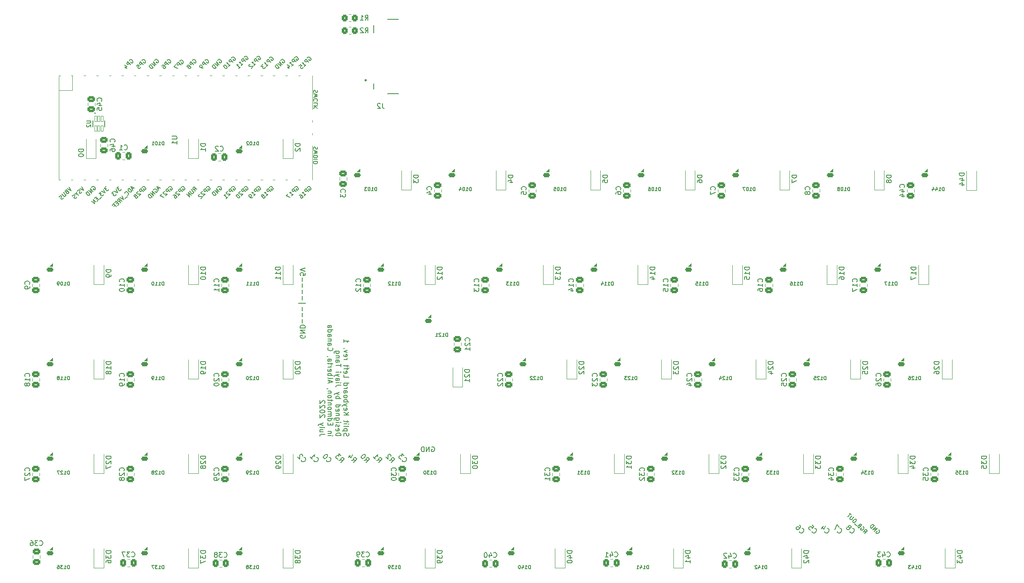
<source format=gbo>
%TF.GenerationSoftware,KiCad,Pcbnew,(6.0.5)*%
%TF.CreationDate,2022-07-17T14:54:14-06:00*%
%TF.ProjectId,kb,6b622e6b-6963-4616-945f-706362585858,rev?*%
%TF.SameCoordinates,Original*%
%TF.FileFunction,Legend,Bot*%
%TF.FilePolarity,Positive*%
%FSLAX46Y46*%
G04 Gerber Fmt 4.6, Leading zero omitted, Abs format (unit mm)*
G04 Created by KiCad (PCBNEW (6.0.5)) date 2022-07-17 14:54:14*
%MOMM*%
%LPD*%
G01*
G04 APERTURE LIST*
G04 Aperture macros list*
%AMRoundRect*
0 Rectangle with rounded corners*
0 $1 Rounding radius*
0 $2 $3 $4 $5 $6 $7 $8 $9 X,Y pos of 4 corners*
0 Add a 4 corners polygon primitive as box body*
4,1,4,$2,$3,$4,$5,$6,$7,$8,$9,$2,$3,0*
0 Add four circle primitives for the rounded corners*
1,1,$1+$1,$2,$3*
1,1,$1+$1,$4,$5*
1,1,$1+$1,$6,$7*
1,1,$1+$1,$8,$9*
0 Add four rect primitives between the rounded corners*
20,1,$1+$1,$2,$3,$4,$5,0*
20,1,$1+$1,$4,$5,$6,$7,0*
20,1,$1+$1,$6,$7,$8,$9,0*
20,1,$1+$1,$8,$9,$2,$3,0*%
G04 Aperture macros list end*
%ADD10C,0.150000*%
%ADD11C,0.200000*%
%ADD12C,0.120000*%
%ADD13C,0.100000*%
%ADD14C,0.127000*%
%ADD15C,0.254000*%
%ADD16C,3.987800*%
%ADD17C,1.750000*%
%ADD18C,3.000000*%
%ADD19R,2.550000X2.500000*%
%ADD20R,1.700000X1.700000*%
%ADD21O,1.700000X1.700000*%
%ADD22O,3.200000X2.000000*%
%ADD23R,2.000000X2.000000*%
%ADD24C,2.000000*%
%ADD25C,3.048000*%
%ADD26RoundRect,0.250000X0.350000X0.450000X-0.350000X0.450000X-0.350000X-0.450000X0.350000X-0.450000X0*%
%ADD27RoundRect,0.250000X0.475000X-0.337500X0.475000X0.337500X-0.475000X0.337500X-0.475000X-0.337500X0*%
%ADD28R,1.200000X0.900000*%
%ADD29RoundRect,0.250000X-0.475000X0.337500X-0.475000X-0.337500X0.475000X-0.337500X0.475000X0.337500X0*%
%ADD30R,1.400000X0.820000*%
%ADD31RoundRect,0.205000X0.495000X0.205000X-0.495000X0.205000X-0.495000X-0.205000X0.495000X-0.205000X0*%
%ADD32RoundRect,0.250000X0.337500X0.475000X-0.337500X0.475000X-0.337500X-0.475000X0.337500X-0.475000X0*%
%ADD33R,1.700000X3.500000*%
%ADD34R,1.900000X0.300000*%
%ADD35C,1.950000*%
%ADD36RoundRect,0.020000X-0.180000X0.575000X-0.180000X-0.575000X0.180000X-0.575000X0.180000X0.575000X0*%
G04 APERTURE END LIST*
D10*
X198353215Y-148192026D02*
X198811151Y-148111214D01*
X198676464Y-148515275D02*
X199242150Y-147949589D01*
X199026650Y-147734090D01*
X198945838Y-147707153D01*
X198891963Y-147707153D01*
X198811151Y-147734090D01*
X198730339Y-147814902D01*
X198703402Y-147895715D01*
X198703402Y-147949589D01*
X198730339Y-148030402D01*
X198945838Y-148245901D01*
X198353215Y-147114530D02*
X198434028Y-147141467D01*
X198514840Y-147222280D01*
X198568715Y-147330029D01*
X198568715Y-147437779D01*
X198541777Y-147518591D01*
X198460965Y-147653278D01*
X198380153Y-147734090D01*
X198245466Y-147814902D01*
X198164654Y-147841840D01*
X198056904Y-147841840D01*
X197949154Y-147787965D01*
X197895280Y-147734090D01*
X197841405Y-147626341D01*
X197841405Y-147572466D01*
X198029967Y-147383904D01*
X198137716Y-147491654D01*
X197652843Y-146899031D02*
X197545093Y-146845156D01*
X197491219Y-146845156D01*
X197410406Y-146872093D01*
X197329594Y-146952906D01*
X197302657Y-147033718D01*
X197302657Y-147087593D01*
X197329594Y-147168405D01*
X197545093Y-147383904D01*
X198110779Y-146818219D01*
X197922217Y-146629657D01*
X197841405Y-146602719D01*
X197787530Y-146602719D01*
X197706718Y-146629657D01*
X197652843Y-146683532D01*
X197625906Y-146764344D01*
X197625906Y-146818219D01*
X197652843Y-146899031D01*
X197841405Y-147087593D01*
X197060220Y-147006780D02*
X196629222Y-146575782D01*
X197006345Y-145713785D02*
X196898596Y-145606036D01*
X196817784Y-145579098D01*
X196710034Y-145579098D01*
X196575347Y-145659910D01*
X196386785Y-145848472D01*
X196305973Y-145983159D01*
X196305973Y-146090909D01*
X196332910Y-146171721D01*
X196440660Y-146279471D01*
X196521472Y-146306408D01*
X196629222Y-146306408D01*
X196763909Y-146225596D01*
X196952471Y-146037034D01*
X197033283Y-145902347D01*
X197033283Y-145794597D01*
X197006345Y-145713785D01*
X196521472Y-145228912D02*
X196063536Y-145686848D01*
X195982724Y-145713785D01*
X195928849Y-145713785D01*
X195848037Y-145686848D01*
X195740288Y-145579098D01*
X195713350Y-145498286D01*
X195713350Y-145444411D01*
X195740288Y-145363599D01*
X196198223Y-144905663D01*
X196009662Y-144717101D02*
X195686413Y-144393853D01*
X195282352Y-145121162D02*
X195848037Y-144555477D01*
X190622099Y-148074175D02*
X190622099Y-148141518D01*
X190689442Y-148276205D01*
X190756786Y-148343549D01*
X190891473Y-148410892D01*
X191026160Y-148410892D01*
X191127175Y-148377221D01*
X191295534Y-148276205D01*
X191396549Y-148175190D01*
X191497564Y-148006831D01*
X191531236Y-147905816D01*
X191531236Y-147771129D01*
X191463892Y-147636442D01*
X191396549Y-147569099D01*
X191261862Y-147501755D01*
X191194518Y-147501755D01*
X190420068Y-147064022D02*
X189948664Y-147535427D01*
X190857801Y-146963007D02*
X190521083Y-147636442D01*
X190083351Y-147198709D01*
X111476214Y-131072000D02*
X111571452Y-131024380D01*
X111714309Y-131024380D01*
X111857166Y-131072000D01*
X111952404Y-131167238D01*
X112000023Y-131262476D01*
X112047642Y-131452952D01*
X112047642Y-131595809D01*
X112000023Y-131786285D01*
X111952404Y-131881523D01*
X111857166Y-131976761D01*
X111714309Y-132024380D01*
X111619071Y-132024380D01*
X111476214Y-131976761D01*
X111428595Y-131929142D01*
X111428595Y-131595809D01*
X111619071Y-131595809D01*
X111000023Y-132024380D02*
X111000023Y-131024380D01*
X110428595Y-132024380D01*
X110428595Y-131024380D01*
X109952404Y-132024380D02*
X109952404Y-131024380D01*
X109714309Y-131024380D01*
X109571452Y-131072000D01*
X109476214Y-131167238D01*
X109428595Y-131262476D01*
X109380976Y-131452952D01*
X109380976Y-131595809D01*
X109428595Y-131786285D01*
X109476214Y-131881523D01*
X109571452Y-131976761D01*
X109714309Y-132024380D01*
X109952404Y-132024380D01*
X87746526Y-133717603D02*
X87746526Y-133784946D01*
X87813870Y-133919633D01*
X87881213Y-133986977D01*
X88015900Y-134054320D01*
X88150587Y-134054320D01*
X88251603Y-134020648D01*
X88419961Y-133919633D01*
X88520977Y-133818618D01*
X88621992Y-133650259D01*
X88655664Y-133549244D01*
X88655664Y-133414557D01*
X88588320Y-133279870D01*
X88520977Y-133212526D01*
X88386290Y-133145183D01*
X88318946Y-133145183D01*
X87005748Y-133111511D02*
X87409809Y-133515572D01*
X87207778Y-133313542D02*
X87914885Y-132606435D01*
X87881213Y-132774794D01*
X87881213Y-132909481D01*
X87914885Y-133010496D01*
X105526526Y-133717603D02*
X105526526Y-133784946D01*
X105593870Y-133919633D01*
X105661213Y-133986977D01*
X105795900Y-134054320D01*
X105930587Y-134054320D01*
X106031603Y-134020648D01*
X106199961Y-133919633D01*
X106300977Y-133818618D01*
X106401992Y-133650259D01*
X106435664Y-133549244D01*
X106435664Y-133414557D01*
X106368320Y-133279870D01*
X106300977Y-133212526D01*
X106166290Y-133145183D01*
X106098946Y-133145183D01*
X105930587Y-132842137D02*
X105492855Y-132404404D01*
X105459183Y-132909481D01*
X105358168Y-132808465D01*
X105257152Y-132774794D01*
X105189809Y-132774794D01*
X105088794Y-132808465D01*
X104920435Y-132976824D01*
X104886763Y-133077839D01*
X104886763Y-133145183D01*
X104920435Y-133246198D01*
X105122465Y-133448229D01*
X105223481Y-133481900D01*
X105290824Y-133481900D01*
X188082099Y-148074175D02*
X188082099Y-148141518D01*
X188149442Y-148276205D01*
X188216786Y-148343549D01*
X188351473Y-148410892D01*
X188486160Y-148410892D01*
X188587175Y-148377221D01*
X188755534Y-148276205D01*
X188856549Y-148175190D01*
X188957564Y-148006831D01*
X188991236Y-147905816D01*
X188991236Y-147771129D01*
X188923892Y-147636442D01*
X188856549Y-147569099D01*
X188721862Y-147501755D01*
X188654518Y-147501755D01*
X188082099Y-146794648D02*
X188418816Y-147131366D01*
X188115770Y-147501755D01*
X188115770Y-147434412D01*
X188082099Y-147333396D01*
X187913740Y-147165038D01*
X187812725Y-147131366D01*
X187745381Y-147131366D01*
X187644366Y-147165038D01*
X187476007Y-147333396D01*
X187442335Y-147434412D01*
X187442335Y-147501755D01*
X187476007Y-147602770D01*
X187644366Y-147771129D01*
X187745381Y-147804801D01*
X187812725Y-147804801D01*
X185542099Y-148074175D02*
X185542099Y-148141518D01*
X185609442Y-148276205D01*
X185676786Y-148343549D01*
X185811473Y-148410892D01*
X185946160Y-148410892D01*
X186047175Y-148377221D01*
X186215534Y-148276205D01*
X186316549Y-148175190D01*
X186417564Y-148006831D01*
X186451236Y-147905816D01*
X186451236Y-147771129D01*
X186383892Y-147636442D01*
X186316549Y-147569099D01*
X186181862Y-147501755D01*
X186114518Y-147501755D01*
X185575770Y-146828320D02*
X185710457Y-146963007D01*
X185744129Y-147064022D01*
X185744129Y-147131366D01*
X185710457Y-147299725D01*
X185609442Y-147468083D01*
X185340068Y-147737457D01*
X185239053Y-147771129D01*
X185171709Y-147771129D01*
X185070694Y-147737457D01*
X184936007Y-147602770D01*
X184902335Y-147501755D01*
X184902335Y-147434412D01*
X184936007Y-147333396D01*
X185104366Y-147165038D01*
X185205381Y-147131366D01*
X185272725Y-147131366D01*
X185373740Y-147165038D01*
X185508427Y-147299725D01*
X185542099Y-147400740D01*
X185542099Y-147468083D01*
X185508427Y-147569099D01*
X100379183Y-133784946D02*
X100951603Y-133683931D01*
X100783244Y-134189007D02*
X101490351Y-133481900D01*
X101220977Y-133212526D01*
X101119961Y-133178855D01*
X101052618Y-133178855D01*
X100951603Y-133212526D01*
X100850587Y-133313542D01*
X100816916Y-133414557D01*
X100816916Y-133481900D01*
X100850587Y-133582916D01*
X101119961Y-133852290D01*
X99705748Y-133111511D02*
X100109809Y-133515572D01*
X99907778Y-133313542D02*
X100614885Y-132606435D01*
X100581213Y-132774794D01*
X100581213Y-132909481D01*
X100614885Y-133010496D01*
X193162099Y-148074175D02*
X193162099Y-148141518D01*
X193229442Y-148276205D01*
X193296786Y-148343549D01*
X193431473Y-148410892D01*
X193566160Y-148410892D01*
X193667175Y-148377221D01*
X193835534Y-148276205D01*
X193936549Y-148175190D01*
X194037564Y-148006831D01*
X194071236Y-147905816D01*
X194071236Y-147771129D01*
X194003892Y-147636442D01*
X193936549Y-147569099D01*
X193801862Y-147501755D01*
X193734518Y-147501755D01*
X193566160Y-147198709D02*
X193094755Y-146727305D01*
X192690694Y-147737457D01*
X95299183Y-133784946D02*
X95871603Y-133683931D01*
X95703244Y-134189007D02*
X96410351Y-133481900D01*
X96140977Y-133212526D01*
X96039961Y-133178855D01*
X95972618Y-133178855D01*
X95871603Y-133212526D01*
X95770587Y-133313542D01*
X95736916Y-133414557D01*
X95736916Y-133481900D01*
X95770587Y-133582916D01*
X96039961Y-133852290D01*
X95164496Y-132707450D02*
X94693091Y-133178855D01*
X95602229Y-132606435D02*
X95265511Y-133279870D01*
X94827778Y-132842137D01*
X90286526Y-133717603D02*
X90286526Y-133784946D01*
X90353870Y-133919633D01*
X90421213Y-133986977D01*
X90555900Y-134054320D01*
X90690587Y-134054320D01*
X90791603Y-134020648D01*
X90959961Y-133919633D01*
X91060977Y-133818618D01*
X91161992Y-133650259D01*
X91195664Y-133549244D01*
X91195664Y-133414557D01*
X91128320Y-133279870D01*
X91060977Y-133212526D01*
X90926290Y-133145183D01*
X90858946Y-133145183D01*
X90488557Y-132640107D02*
X90421213Y-132572763D01*
X90320198Y-132539091D01*
X90252855Y-132539091D01*
X90151839Y-132572763D01*
X89983481Y-132673778D01*
X89815122Y-132842137D01*
X89714107Y-133010496D01*
X89680435Y-133111511D01*
X89680435Y-133178855D01*
X89714107Y-133279870D01*
X89781450Y-133347213D01*
X89882465Y-133380885D01*
X89949809Y-133380885D01*
X90050824Y-133347213D01*
X90219183Y-133246198D01*
X90387542Y-133077839D01*
X90488557Y-132909481D01*
X90522229Y-132808465D01*
X90522229Y-132741122D01*
X90488557Y-132640107D01*
X85971000Y-108584190D02*
X86018619Y-108679428D01*
X86018619Y-108822285D01*
X85971000Y-108965142D01*
X85875761Y-109060380D01*
X85780523Y-109108000D01*
X85590047Y-109155619D01*
X85447190Y-109155619D01*
X85256714Y-109108000D01*
X85161476Y-109060380D01*
X85066238Y-108965142D01*
X85018619Y-108822285D01*
X85018619Y-108727047D01*
X85066238Y-108584190D01*
X85113857Y-108536571D01*
X85447190Y-108536571D01*
X85447190Y-108727047D01*
X85018619Y-108108000D02*
X86018619Y-108108000D01*
X85018619Y-107536571D01*
X86018619Y-107536571D01*
X85018619Y-107060380D02*
X86018619Y-107060380D01*
X86018619Y-106822285D01*
X85971000Y-106679428D01*
X85875761Y-106584190D01*
X85780523Y-106536571D01*
X85590047Y-106488952D01*
X85447190Y-106488952D01*
X85256714Y-106536571D01*
X85161476Y-106584190D01*
X85066238Y-106679428D01*
X85018619Y-106822285D01*
X85018619Y-107060380D01*
X85399571Y-106060380D02*
X85399571Y-105298476D01*
X85399571Y-104822285D02*
X85399571Y-104060380D01*
X85399571Y-103584190D02*
X85399571Y-102822285D01*
X84685285Y-102108000D02*
X86113857Y-102108000D01*
X85399571Y-101393714D02*
X85399571Y-100631809D01*
X85399571Y-100155619D02*
X85399571Y-99393714D01*
X85399571Y-98917523D02*
X85399571Y-98155619D01*
X85399571Y-97679428D02*
X85399571Y-96917523D01*
X86018619Y-95965142D02*
X86018619Y-96441333D01*
X85542428Y-96488952D01*
X85590047Y-96441333D01*
X85637666Y-96346095D01*
X85637666Y-96108000D01*
X85590047Y-96012761D01*
X85542428Y-95965142D01*
X85447190Y-95917523D01*
X85209095Y-95917523D01*
X85113857Y-95965142D01*
X85066238Y-96012761D01*
X85018619Y-96108000D01*
X85018619Y-96346095D01*
X85066238Y-96441333D01*
X85113857Y-96488952D01*
X86018619Y-95631809D02*
X85018619Y-95298476D01*
X86018619Y-94965142D01*
X97839183Y-133784946D02*
X98411603Y-133683931D01*
X98243244Y-134189007D02*
X98950351Y-133481900D01*
X98680977Y-133212526D01*
X98579961Y-133178855D01*
X98512618Y-133178855D01*
X98411603Y-133212526D01*
X98310587Y-133313542D01*
X98276916Y-133414557D01*
X98276916Y-133481900D01*
X98310587Y-133582916D01*
X98579961Y-133852290D01*
X98108557Y-132640107D02*
X98041213Y-132572763D01*
X97940198Y-132539091D01*
X97872855Y-132539091D01*
X97771839Y-132572763D01*
X97603481Y-132673778D01*
X97435122Y-132842137D01*
X97334107Y-133010496D01*
X97300435Y-133111511D01*
X97300435Y-133178855D01*
X97334107Y-133279870D01*
X97401450Y-133347213D01*
X97502465Y-133380885D01*
X97569809Y-133380885D01*
X97670824Y-133347213D01*
X97839183Y-133246198D01*
X98007542Y-133077839D01*
X98108557Y-132909481D01*
X98142229Y-132808465D01*
X98142229Y-132741122D01*
X98108557Y-132640107D01*
D11*
X93831238Y-128838523D02*
X93783619Y-128695666D01*
X93783619Y-128457571D01*
X93831238Y-128362333D01*
X93878857Y-128314714D01*
X93974095Y-128267095D01*
X94069333Y-128267095D01*
X94164571Y-128314714D01*
X94212190Y-128362333D01*
X94259809Y-128457571D01*
X94307428Y-128648047D01*
X94355047Y-128743285D01*
X94402666Y-128790904D01*
X94497904Y-128838523D01*
X94593142Y-128838523D01*
X94688380Y-128790904D01*
X94736000Y-128743285D01*
X94783619Y-128648047D01*
X94783619Y-128409952D01*
X94736000Y-128267095D01*
X94450285Y-127838523D02*
X93450285Y-127838523D01*
X94402666Y-127838523D02*
X94450285Y-127743285D01*
X94450285Y-127552809D01*
X94402666Y-127457571D01*
X94355047Y-127409952D01*
X94259809Y-127362333D01*
X93974095Y-127362333D01*
X93878857Y-127409952D01*
X93831238Y-127457571D01*
X93783619Y-127552809D01*
X93783619Y-127743285D01*
X93831238Y-127838523D01*
X93783619Y-126790904D02*
X93831238Y-126886142D01*
X93926476Y-126933761D01*
X94783619Y-126933761D01*
X93783619Y-126409952D02*
X94450285Y-126409952D01*
X94783619Y-126409952D02*
X94736000Y-126457571D01*
X94688380Y-126409952D01*
X94736000Y-126362333D01*
X94783619Y-126409952D01*
X94688380Y-126409952D01*
X94450285Y-126076619D02*
X94450285Y-125695666D01*
X94783619Y-125933761D02*
X93926476Y-125933761D01*
X93831238Y-125886142D01*
X93783619Y-125790904D01*
X93783619Y-125695666D01*
X93783619Y-124600428D02*
X94783619Y-124600428D01*
X93783619Y-124029000D02*
X94355047Y-124457571D01*
X94783619Y-124029000D02*
X94212190Y-124600428D01*
X93831238Y-123219476D02*
X93783619Y-123314714D01*
X93783619Y-123505190D01*
X93831238Y-123600428D01*
X93926476Y-123648047D01*
X94307428Y-123648047D01*
X94402666Y-123600428D01*
X94450285Y-123505190D01*
X94450285Y-123314714D01*
X94402666Y-123219476D01*
X94307428Y-123171857D01*
X94212190Y-123171857D01*
X94116952Y-123648047D01*
X94450285Y-122838523D02*
X93783619Y-122600428D01*
X94450285Y-122362333D02*
X93783619Y-122600428D01*
X93545523Y-122695666D01*
X93497904Y-122743285D01*
X93450285Y-122838523D01*
X93783619Y-121981380D02*
X94783619Y-121981380D01*
X94402666Y-121981380D02*
X94450285Y-121886142D01*
X94450285Y-121695666D01*
X94402666Y-121600428D01*
X94355047Y-121552809D01*
X94259809Y-121505190D01*
X93974095Y-121505190D01*
X93878857Y-121552809D01*
X93831238Y-121600428D01*
X93783619Y-121695666D01*
X93783619Y-121886142D01*
X93831238Y-121981380D01*
X93783619Y-120933761D02*
X93831238Y-121029000D01*
X93878857Y-121076619D01*
X93974095Y-121124238D01*
X94259809Y-121124238D01*
X94355047Y-121076619D01*
X94402666Y-121029000D01*
X94450285Y-120933761D01*
X94450285Y-120790904D01*
X94402666Y-120695666D01*
X94355047Y-120648047D01*
X94259809Y-120600428D01*
X93974095Y-120600428D01*
X93878857Y-120648047D01*
X93831238Y-120695666D01*
X93783619Y-120790904D01*
X93783619Y-120933761D01*
X93783619Y-119743285D02*
X94307428Y-119743285D01*
X94402666Y-119790904D01*
X94450285Y-119886142D01*
X94450285Y-120076619D01*
X94402666Y-120171857D01*
X93831238Y-119743285D02*
X93783619Y-119838523D01*
X93783619Y-120076619D01*
X93831238Y-120171857D01*
X93926476Y-120219476D01*
X94021714Y-120219476D01*
X94116952Y-120171857D01*
X94164571Y-120076619D01*
X94164571Y-119838523D01*
X94212190Y-119743285D01*
X93783619Y-119267095D02*
X94450285Y-119267095D01*
X94259809Y-119267095D02*
X94355047Y-119219476D01*
X94402666Y-119171857D01*
X94450285Y-119076619D01*
X94450285Y-118981380D01*
X93783619Y-118219476D02*
X94783619Y-118219476D01*
X93831238Y-118219476D02*
X93783619Y-118314714D01*
X93783619Y-118505190D01*
X93831238Y-118600428D01*
X93878857Y-118648047D01*
X93974095Y-118695666D01*
X94259809Y-118695666D01*
X94355047Y-118648047D01*
X94402666Y-118600428D01*
X94450285Y-118505190D01*
X94450285Y-118314714D01*
X94402666Y-118219476D01*
X93783619Y-116505190D02*
X93783619Y-116981380D01*
X94783619Y-116981380D01*
X93831238Y-115790904D02*
X93783619Y-115886142D01*
X93783619Y-116076619D01*
X93831238Y-116171857D01*
X93926476Y-116219476D01*
X94307428Y-116219476D01*
X94402666Y-116171857D01*
X94450285Y-116076619D01*
X94450285Y-115886142D01*
X94402666Y-115790904D01*
X94307428Y-115743285D01*
X94212190Y-115743285D01*
X94116952Y-116219476D01*
X94450285Y-115457571D02*
X94450285Y-115076619D01*
X93783619Y-115314714D02*
X94640761Y-115314714D01*
X94736000Y-115267095D01*
X94783619Y-115171857D01*
X94783619Y-115076619D01*
X94450285Y-114886142D02*
X94450285Y-114505190D01*
X94783619Y-114743285D02*
X93926476Y-114743285D01*
X93831238Y-114695666D01*
X93783619Y-114600428D01*
X93783619Y-114505190D01*
X93783619Y-113409952D02*
X94450285Y-113409952D01*
X94259809Y-113409952D02*
X94355047Y-113362333D01*
X94402666Y-113314714D01*
X94450285Y-113219476D01*
X94450285Y-113124238D01*
X93831238Y-112409952D02*
X93783619Y-112505190D01*
X93783619Y-112695666D01*
X93831238Y-112790904D01*
X93926476Y-112838523D01*
X94307428Y-112838523D01*
X94402666Y-112790904D01*
X94450285Y-112695666D01*
X94450285Y-112505190D01*
X94402666Y-112409952D01*
X94307428Y-112362333D01*
X94212190Y-112362333D01*
X94116952Y-112838523D01*
X94450285Y-112029000D02*
X93783619Y-111790904D01*
X94450285Y-111552809D01*
X93878857Y-111171857D02*
X93831238Y-111124238D01*
X93783619Y-111171857D01*
X93831238Y-111219476D01*
X93878857Y-111171857D01*
X93783619Y-111171857D01*
X93783619Y-109409952D02*
X93783619Y-109981380D01*
X93783619Y-109695666D02*
X94783619Y-109695666D01*
X94640761Y-109790904D01*
X94545523Y-109886142D01*
X94497904Y-109981380D01*
X92173619Y-128790904D02*
X93173619Y-128790904D01*
X93173619Y-128552809D01*
X93126000Y-128409952D01*
X93030761Y-128314714D01*
X92935523Y-128267095D01*
X92745047Y-128219476D01*
X92602190Y-128219476D01*
X92411714Y-128267095D01*
X92316476Y-128314714D01*
X92221238Y-128409952D01*
X92173619Y-128552809D01*
X92173619Y-128790904D01*
X92221238Y-127409952D02*
X92173619Y-127505190D01*
X92173619Y-127695666D01*
X92221238Y-127790904D01*
X92316476Y-127838523D01*
X92697428Y-127838523D01*
X92792666Y-127790904D01*
X92840285Y-127695666D01*
X92840285Y-127505190D01*
X92792666Y-127409952D01*
X92697428Y-127362333D01*
X92602190Y-127362333D01*
X92506952Y-127838523D01*
X92221238Y-126981380D02*
X92173619Y-126886142D01*
X92173619Y-126695666D01*
X92221238Y-126600428D01*
X92316476Y-126552809D01*
X92364095Y-126552809D01*
X92459333Y-126600428D01*
X92506952Y-126695666D01*
X92506952Y-126838523D01*
X92554571Y-126933761D01*
X92649809Y-126981380D01*
X92697428Y-126981380D01*
X92792666Y-126933761D01*
X92840285Y-126838523D01*
X92840285Y-126695666D01*
X92792666Y-126600428D01*
X92173619Y-126124238D02*
X92840285Y-126124238D01*
X93173619Y-126124238D02*
X93126000Y-126171857D01*
X93078380Y-126124238D01*
X93126000Y-126076619D01*
X93173619Y-126124238D01*
X93078380Y-126124238D01*
X92840285Y-125219476D02*
X92030761Y-125219476D01*
X91935523Y-125267095D01*
X91887904Y-125314714D01*
X91840285Y-125409952D01*
X91840285Y-125552809D01*
X91887904Y-125648047D01*
X92221238Y-125219476D02*
X92173619Y-125314714D01*
X92173619Y-125505190D01*
X92221238Y-125600428D01*
X92268857Y-125648047D01*
X92364095Y-125695666D01*
X92649809Y-125695666D01*
X92745047Y-125648047D01*
X92792666Y-125600428D01*
X92840285Y-125505190D01*
X92840285Y-125314714D01*
X92792666Y-125219476D01*
X92840285Y-124743285D02*
X92173619Y-124743285D01*
X92745047Y-124743285D02*
X92792666Y-124695666D01*
X92840285Y-124600428D01*
X92840285Y-124457571D01*
X92792666Y-124362333D01*
X92697428Y-124314714D01*
X92173619Y-124314714D01*
X92221238Y-123457571D02*
X92173619Y-123552809D01*
X92173619Y-123743285D01*
X92221238Y-123838523D01*
X92316476Y-123886142D01*
X92697428Y-123886142D01*
X92792666Y-123838523D01*
X92840285Y-123743285D01*
X92840285Y-123552809D01*
X92792666Y-123457571D01*
X92697428Y-123409952D01*
X92602190Y-123409952D01*
X92506952Y-123886142D01*
X92173619Y-122552809D02*
X93173619Y-122552809D01*
X92221238Y-122552809D02*
X92173619Y-122648047D01*
X92173619Y-122838523D01*
X92221238Y-122933761D01*
X92268857Y-122981380D01*
X92364095Y-123029000D01*
X92649809Y-123029000D01*
X92745047Y-122981380D01*
X92792666Y-122933761D01*
X92840285Y-122838523D01*
X92840285Y-122648047D01*
X92792666Y-122552809D01*
X92173619Y-121314714D02*
X93173619Y-121314714D01*
X92792666Y-121314714D02*
X92840285Y-121219476D01*
X92840285Y-121029000D01*
X92792666Y-120933761D01*
X92745047Y-120886142D01*
X92649809Y-120838523D01*
X92364095Y-120838523D01*
X92268857Y-120886142D01*
X92221238Y-120933761D01*
X92173619Y-121029000D01*
X92173619Y-121219476D01*
X92221238Y-121314714D01*
X92840285Y-120505190D02*
X92173619Y-120267095D01*
X92840285Y-120029000D02*
X92173619Y-120267095D01*
X91935523Y-120362333D01*
X91887904Y-120409952D01*
X91840285Y-120505190D01*
X93173619Y-118600428D02*
X92459333Y-118600428D01*
X92316476Y-118648047D01*
X92221238Y-118743285D01*
X92173619Y-118886142D01*
X92173619Y-118981380D01*
X92173619Y-118124238D02*
X92840285Y-118124238D01*
X93173619Y-118124238D02*
X93126000Y-118171857D01*
X93078380Y-118124238D01*
X93126000Y-118076619D01*
X93173619Y-118124238D01*
X93078380Y-118124238D01*
X92173619Y-117219476D02*
X92697428Y-117219476D01*
X92792666Y-117267095D01*
X92840285Y-117362333D01*
X92840285Y-117552809D01*
X92792666Y-117648047D01*
X92221238Y-117219476D02*
X92173619Y-117314714D01*
X92173619Y-117552809D01*
X92221238Y-117648047D01*
X92316476Y-117695666D01*
X92411714Y-117695666D01*
X92506952Y-117648047D01*
X92554571Y-117552809D01*
X92554571Y-117314714D01*
X92602190Y-117219476D01*
X92840285Y-116838523D02*
X92173619Y-116600428D01*
X92840285Y-116362333D02*
X92173619Y-116600428D01*
X91935523Y-116695666D01*
X91887904Y-116743285D01*
X91840285Y-116838523D01*
X92173619Y-115981380D02*
X92840285Y-115981380D01*
X93173619Y-115981380D02*
X93126000Y-116029000D01*
X93078380Y-115981380D01*
X93126000Y-115933761D01*
X93173619Y-115981380D01*
X93078380Y-115981380D01*
X93173619Y-114886142D02*
X93173619Y-114314714D01*
X92173619Y-114600428D02*
X93173619Y-114600428D01*
X92173619Y-113552809D02*
X92697428Y-113552809D01*
X92792666Y-113600428D01*
X92840285Y-113695666D01*
X92840285Y-113886142D01*
X92792666Y-113981380D01*
X92221238Y-113552809D02*
X92173619Y-113648047D01*
X92173619Y-113886142D01*
X92221238Y-113981380D01*
X92316476Y-114029000D01*
X92411714Y-114029000D01*
X92506952Y-113981380D01*
X92554571Y-113886142D01*
X92554571Y-113648047D01*
X92602190Y-113552809D01*
X92840285Y-113076619D02*
X92173619Y-113076619D01*
X92745047Y-113076619D02*
X92792666Y-113029000D01*
X92840285Y-112933761D01*
X92840285Y-112790904D01*
X92792666Y-112695666D01*
X92697428Y-112648047D01*
X92173619Y-112648047D01*
X92840285Y-111743285D02*
X92030761Y-111743285D01*
X91935523Y-111790904D01*
X91887904Y-111838523D01*
X91840285Y-111933761D01*
X91840285Y-112076619D01*
X91887904Y-112171857D01*
X92221238Y-111743285D02*
X92173619Y-111838523D01*
X92173619Y-112029000D01*
X92221238Y-112124238D01*
X92268857Y-112171857D01*
X92364095Y-112219476D01*
X92649809Y-112219476D01*
X92745047Y-112171857D01*
X92792666Y-112124238D01*
X92840285Y-112029000D01*
X92840285Y-111838523D01*
X92792666Y-111743285D01*
X90563619Y-128790904D02*
X91230285Y-128790904D01*
X91563619Y-128790904D02*
X91516000Y-128838523D01*
X91468380Y-128790904D01*
X91516000Y-128743285D01*
X91563619Y-128790904D01*
X91468380Y-128790904D01*
X91230285Y-128314714D02*
X90563619Y-128314714D01*
X91135047Y-128314714D02*
X91182666Y-128267095D01*
X91230285Y-128171857D01*
X91230285Y-128029000D01*
X91182666Y-127933761D01*
X91087428Y-127886142D01*
X90563619Y-127886142D01*
X91087428Y-126648047D02*
X91087428Y-126314714D01*
X90563619Y-126171857D02*
X90563619Y-126648047D01*
X91563619Y-126648047D01*
X91563619Y-126171857D01*
X90563619Y-125314714D02*
X91563619Y-125314714D01*
X90611238Y-125314714D02*
X90563619Y-125409952D01*
X90563619Y-125600428D01*
X90611238Y-125695666D01*
X90658857Y-125743285D01*
X90754095Y-125790904D01*
X91039809Y-125790904D01*
X91135047Y-125743285D01*
X91182666Y-125695666D01*
X91230285Y-125600428D01*
X91230285Y-125409952D01*
X91182666Y-125314714D01*
X90563619Y-124838523D02*
X91230285Y-124838523D01*
X91135047Y-124838523D02*
X91182666Y-124790904D01*
X91230285Y-124695666D01*
X91230285Y-124552809D01*
X91182666Y-124457571D01*
X91087428Y-124409952D01*
X90563619Y-124409952D01*
X91087428Y-124409952D02*
X91182666Y-124362333D01*
X91230285Y-124267095D01*
X91230285Y-124124238D01*
X91182666Y-124029000D01*
X91087428Y-123981380D01*
X90563619Y-123981380D01*
X90563619Y-123362333D02*
X90611238Y-123457571D01*
X90658857Y-123505190D01*
X90754095Y-123552809D01*
X91039809Y-123552809D01*
X91135047Y-123505190D01*
X91182666Y-123457571D01*
X91230285Y-123362333D01*
X91230285Y-123219476D01*
X91182666Y-123124238D01*
X91135047Y-123076619D01*
X91039809Y-123029000D01*
X90754095Y-123029000D01*
X90658857Y-123076619D01*
X90611238Y-123124238D01*
X90563619Y-123219476D01*
X90563619Y-123362333D01*
X91230285Y-122600428D02*
X90563619Y-122600428D01*
X91135047Y-122600428D02*
X91182666Y-122552809D01*
X91230285Y-122457571D01*
X91230285Y-122314714D01*
X91182666Y-122219476D01*
X91087428Y-122171857D01*
X90563619Y-122171857D01*
X91230285Y-121838523D02*
X91230285Y-121457571D01*
X91563619Y-121695666D02*
X90706476Y-121695666D01*
X90611238Y-121648047D01*
X90563619Y-121552809D01*
X90563619Y-121457571D01*
X90563619Y-120981380D02*
X90611238Y-121076619D01*
X90658857Y-121124238D01*
X90754095Y-121171857D01*
X91039809Y-121171857D01*
X91135047Y-121124238D01*
X91182666Y-121076619D01*
X91230285Y-120981380D01*
X91230285Y-120838523D01*
X91182666Y-120743285D01*
X91135047Y-120695666D01*
X91039809Y-120648047D01*
X90754095Y-120648047D01*
X90658857Y-120695666D01*
X90611238Y-120743285D01*
X90563619Y-120838523D01*
X90563619Y-120981380D01*
X91230285Y-120219476D02*
X90563619Y-120219476D01*
X91135047Y-120219476D02*
X91182666Y-120171857D01*
X91230285Y-120076619D01*
X91230285Y-119933761D01*
X91182666Y-119838523D01*
X91087428Y-119790904D01*
X90563619Y-119790904D01*
X90611238Y-119267095D02*
X90563619Y-119267095D01*
X90468380Y-119314714D01*
X90420761Y-119362333D01*
X90849333Y-118124238D02*
X90849333Y-117648047D01*
X90563619Y-118219476D02*
X91563619Y-117886142D01*
X90563619Y-117552809D01*
X90563619Y-117076619D02*
X90611238Y-117171857D01*
X90706476Y-117219476D01*
X91563619Y-117219476D01*
X90563619Y-116695666D02*
X91563619Y-116695666D01*
X91182666Y-116695666D02*
X91230285Y-116600428D01*
X91230285Y-116409952D01*
X91182666Y-116314714D01*
X91135047Y-116267095D01*
X91039809Y-116219476D01*
X90754095Y-116219476D01*
X90658857Y-116267095D01*
X90611238Y-116314714D01*
X90563619Y-116409952D01*
X90563619Y-116600428D01*
X90611238Y-116695666D01*
X90611238Y-115409952D02*
X90563619Y-115505190D01*
X90563619Y-115695666D01*
X90611238Y-115790904D01*
X90706476Y-115838523D01*
X91087428Y-115838523D01*
X91182666Y-115790904D01*
X91230285Y-115695666D01*
X91230285Y-115505190D01*
X91182666Y-115409952D01*
X91087428Y-115362333D01*
X90992190Y-115362333D01*
X90896952Y-115838523D01*
X90563619Y-114933761D02*
X91230285Y-114933761D01*
X91039809Y-114933761D02*
X91135047Y-114886142D01*
X91182666Y-114838523D01*
X91230285Y-114743285D01*
X91230285Y-114648047D01*
X91230285Y-114457571D02*
X91230285Y-114076619D01*
X91563619Y-114314714D02*
X90706476Y-114314714D01*
X90611238Y-114267095D01*
X90563619Y-114171857D01*
X90563619Y-114076619D01*
X90563619Y-113314714D02*
X91087428Y-113314714D01*
X91182666Y-113362333D01*
X91230285Y-113457571D01*
X91230285Y-113648047D01*
X91182666Y-113743285D01*
X90611238Y-113314714D02*
X90563619Y-113409952D01*
X90563619Y-113648047D01*
X90611238Y-113743285D01*
X90706476Y-113790904D01*
X90801714Y-113790904D01*
X90896952Y-113743285D01*
X90944571Y-113648047D01*
X90944571Y-113409952D01*
X90992190Y-113314714D01*
X90611238Y-112790904D02*
X90563619Y-112790904D01*
X90468380Y-112838523D01*
X90420761Y-112886142D01*
X90658857Y-111029000D02*
X90611238Y-111076619D01*
X90563619Y-111219476D01*
X90563619Y-111314714D01*
X90611238Y-111457571D01*
X90706476Y-111552809D01*
X90801714Y-111600428D01*
X90992190Y-111648047D01*
X91135047Y-111648047D01*
X91325523Y-111600428D01*
X91420761Y-111552809D01*
X91516000Y-111457571D01*
X91563619Y-111314714D01*
X91563619Y-111219476D01*
X91516000Y-111076619D01*
X91468380Y-111029000D01*
X90563619Y-110171857D02*
X91087428Y-110171857D01*
X91182666Y-110219476D01*
X91230285Y-110314714D01*
X91230285Y-110505190D01*
X91182666Y-110600428D01*
X90611238Y-110171857D02*
X90563619Y-110267095D01*
X90563619Y-110505190D01*
X90611238Y-110600428D01*
X90706476Y-110648047D01*
X90801714Y-110648047D01*
X90896952Y-110600428D01*
X90944571Y-110505190D01*
X90944571Y-110267095D01*
X90992190Y-110171857D01*
X91230285Y-109695666D02*
X90563619Y-109695666D01*
X91135047Y-109695666D02*
X91182666Y-109648047D01*
X91230285Y-109552809D01*
X91230285Y-109409952D01*
X91182666Y-109314714D01*
X91087428Y-109267095D01*
X90563619Y-109267095D01*
X90563619Y-108362333D02*
X91087428Y-108362333D01*
X91182666Y-108409952D01*
X91230285Y-108505190D01*
X91230285Y-108695666D01*
X91182666Y-108790904D01*
X90611238Y-108362333D02*
X90563619Y-108457571D01*
X90563619Y-108695666D01*
X90611238Y-108790904D01*
X90706476Y-108838523D01*
X90801714Y-108838523D01*
X90896952Y-108790904D01*
X90944571Y-108695666D01*
X90944571Y-108457571D01*
X90992190Y-108362333D01*
X90563619Y-107457571D02*
X91563619Y-107457571D01*
X90611238Y-107457571D02*
X90563619Y-107552809D01*
X90563619Y-107743285D01*
X90611238Y-107838523D01*
X90658857Y-107886142D01*
X90754095Y-107933761D01*
X91039809Y-107933761D01*
X91135047Y-107886142D01*
X91182666Y-107838523D01*
X91230285Y-107743285D01*
X91230285Y-107552809D01*
X91182666Y-107457571D01*
X90563619Y-106552809D02*
X91087428Y-106552809D01*
X91182666Y-106600428D01*
X91230285Y-106695666D01*
X91230285Y-106886142D01*
X91182666Y-106981380D01*
X90611238Y-106552809D02*
X90563619Y-106648047D01*
X90563619Y-106886142D01*
X90611238Y-106981380D01*
X90706476Y-107029000D01*
X90801714Y-107029000D01*
X90896952Y-106981380D01*
X90944571Y-106886142D01*
X90944571Y-106648047D01*
X90992190Y-106552809D01*
X89953619Y-128505190D02*
X89239333Y-128505190D01*
X89096476Y-128552809D01*
X89001238Y-128648047D01*
X88953619Y-128790904D01*
X88953619Y-128886142D01*
X89620285Y-127600428D02*
X88953619Y-127600428D01*
X89620285Y-128029000D02*
X89096476Y-128029000D01*
X89001238Y-127981380D01*
X88953619Y-127886142D01*
X88953619Y-127743285D01*
X89001238Y-127648047D01*
X89048857Y-127600428D01*
X88953619Y-126981380D02*
X89001238Y-127076619D01*
X89096476Y-127124238D01*
X89953619Y-127124238D01*
X89620285Y-126695666D02*
X88953619Y-126457571D01*
X89620285Y-126219476D02*
X88953619Y-126457571D01*
X88715523Y-126552809D01*
X88667904Y-126600428D01*
X88620285Y-126695666D01*
X89858380Y-125124238D02*
X89906000Y-125076619D01*
X89953619Y-124981380D01*
X89953619Y-124743285D01*
X89906000Y-124648047D01*
X89858380Y-124600428D01*
X89763142Y-124552809D01*
X89667904Y-124552809D01*
X89525047Y-124600428D01*
X88953619Y-125171857D01*
X88953619Y-124552809D01*
X89953619Y-123933761D02*
X89953619Y-123838523D01*
X89906000Y-123743285D01*
X89858380Y-123695666D01*
X89763142Y-123648047D01*
X89572666Y-123600428D01*
X89334571Y-123600428D01*
X89144095Y-123648047D01*
X89048857Y-123695666D01*
X89001238Y-123743285D01*
X88953619Y-123838523D01*
X88953619Y-123933761D01*
X89001238Y-124029000D01*
X89048857Y-124076619D01*
X89144095Y-124124238D01*
X89334571Y-124171857D01*
X89572666Y-124171857D01*
X89763142Y-124124238D01*
X89858380Y-124076619D01*
X89906000Y-124029000D01*
X89953619Y-123933761D01*
X89858380Y-123219476D02*
X89906000Y-123171857D01*
X89953619Y-123076619D01*
X89953619Y-122838523D01*
X89906000Y-122743285D01*
X89858380Y-122695666D01*
X89763142Y-122648047D01*
X89667904Y-122648047D01*
X89525047Y-122695666D01*
X88953619Y-123267095D01*
X88953619Y-122648047D01*
X89858380Y-122267095D02*
X89906000Y-122219476D01*
X89953619Y-122124238D01*
X89953619Y-121886142D01*
X89906000Y-121790904D01*
X89858380Y-121743285D01*
X89763142Y-121695666D01*
X89667904Y-121695666D01*
X89525047Y-121743285D01*
X88953619Y-122314714D01*
X88953619Y-121695666D01*
D10*
X201458901Y-147807215D02*
X201539713Y-147834153D01*
X201620525Y-147914965D01*
X201674400Y-148022715D01*
X201674400Y-148130464D01*
X201647463Y-148211276D01*
X201566650Y-148345963D01*
X201485838Y-148426776D01*
X201351151Y-148507588D01*
X201270339Y-148534525D01*
X201162589Y-148534525D01*
X201054840Y-148480650D01*
X201000965Y-148426776D01*
X200947090Y-148319026D01*
X200947090Y-148265151D01*
X201135652Y-148076589D01*
X201243402Y-148184339D01*
X200650779Y-148076589D02*
X201216464Y-147510904D01*
X200327530Y-147753341D01*
X200893215Y-147187655D01*
X200058156Y-147483967D02*
X200623841Y-146918281D01*
X200489154Y-146783594D01*
X200381405Y-146729719D01*
X200273655Y-146729719D01*
X200192843Y-146756657D01*
X200058156Y-146837469D01*
X199977344Y-146918281D01*
X199896532Y-147052968D01*
X199869594Y-147133780D01*
X199869594Y-147241530D01*
X199923469Y-147349280D01*
X200058156Y-147483967D01*
X195702099Y-148074175D02*
X195702099Y-148141518D01*
X195769442Y-148276205D01*
X195836786Y-148343549D01*
X195971473Y-148410892D01*
X196106160Y-148410892D01*
X196207175Y-148377221D01*
X196375534Y-148276205D01*
X196476549Y-148175190D01*
X196577564Y-148006831D01*
X196611236Y-147905816D01*
X196611236Y-147771129D01*
X196543892Y-147636442D01*
X196476549Y-147569099D01*
X196341862Y-147501755D01*
X196274518Y-147501755D01*
X195634755Y-147333396D02*
X195735770Y-147367068D01*
X195803114Y-147367068D01*
X195904129Y-147333396D01*
X195937801Y-147299725D01*
X195971473Y-147198709D01*
X195971473Y-147131366D01*
X195937801Y-147030351D01*
X195803114Y-146895664D01*
X195702099Y-146861992D01*
X195634755Y-146861992D01*
X195533740Y-146895664D01*
X195500068Y-146929335D01*
X195466396Y-147030351D01*
X195466396Y-147097694D01*
X195500068Y-147198709D01*
X195634755Y-147333396D01*
X195668427Y-147434412D01*
X195668427Y-147501755D01*
X195634755Y-147602770D01*
X195500068Y-147737457D01*
X195399053Y-147771129D01*
X195331709Y-147771129D01*
X195230694Y-147737457D01*
X195096007Y-147602770D01*
X195062335Y-147501755D01*
X195062335Y-147434412D01*
X195096007Y-147333396D01*
X195230694Y-147198709D01*
X195331709Y-147165038D01*
X195399053Y-147165038D01*
X195500068Y-147198709D01*
X92759183Y-133784946D02*
X93331603Y-133683931D01*
X93163244Y-134189007D02*
X93870351Y-133481900D01*
X93600977Y-133212526D01*
X93499961Y-133178855D01*
X93432618Y-133178855D01*
X93331603Y-133212526D01*
X93230587Y-133313542D01*
X93196916Y-133414557D01*
X93196916Y-133481900D01*
X93230587Y-133582916D01*
X93499961Y-133852290D01*
X93230587Y-132842137D02*
X92792855Y-132404404D01*
X92759183Y-132909481D01*
X92658168Y-132808465D01*
X92557152Y-132774794D01*
X92489809Y-132774794D01*
X92388794Y-132808465D01*
X92220435Y-132976824D01*
X92186763Y-133077839D01*
X92186763Y-133145183D01*
X92220435Y-133246198D01*
X92422465Y-133448229D01*
X92523481Y-133481900D01*
X92590824Y-133481900D01*
X85206526Y-133717603D02*
X85206526Y-133784946D01*
X85273870Y-133919633D01*
X85341213Y-133986977D01*
X85475900Y-134054320D01*
X85610587Y-134054320D01*
X85711603Y-134020648D01*
X85879961Y-133919633D01*
X85980977Y-133818618D01*
X86081992Y-133650259D01*
X86115664Y-133549244D01*
X86115664Y-133414557D01*
X86048320Y-133279870D01*
X85980977Y-133212526D01*
X85846290Y-133145183D01*
X85778946Y-133145183D01*
X85509572Y-132875809D02*
X85509572Y-132808465D01*
X85475900Y-132707450D01*
X85307542Y-132539091D01*
X85206526Y-132505420D01*
X85139183Y-132505420D01*
X85038168Y-132539091D01*
X84970824Y-132606435D01*
X84903481Y-132741122D01*
X84903481Y-133549244D01*
X84465748Y-133111511D01*
X102919183Y-133784946D02*
X103491603Y-133683931D01*
X103323244Y-134189007D02*
X104030351Y-133481900D01*
X103760977Y-133212526D01*
X103659961Y-133178855D01*
X103592618Y-133178855D01*
X103491603Y-133212526D01*
X103390587Y-133313542D01*
X103356916Y-133414557D01*
X103356916Y-133481900D01*
X103390587Y-133582916D01*
X103659961Y-133852290D01*
X103289572Y-132875809D02*
X103289572Y-132808465D01*
X103255900Y-132707450D01*
X103087542Y-132539091D01*
X102986526Y-132505420D01*
X102919183Y-132505420D01*
X102818168Y-132539091D01*
X102750824Y-132606435D01*
X102683481Y-132741122D01*
X102683481Y-133549244D01*
X102245748Y-133111511D01*
%TO.C,R1*%
X98083666Y-45029380D02*
X98417000Y-44553190D01*
X98655095Y-45029380D02*
X98655095Y-44029380D01*
X98274142Y-44029380D01*
X98178904Y-44077000D01*
X98131285Y-44124619D01*
X98083666Y-44219857D01*
X98083666Y-44362714D01*
X98131285Y-44457952D01*
X98178904Y-44505571D01*
X98274142Y-44553190D01*
X98655095Y-44553190D01*
X97131285Y-45029380D02*
X97702714Y-45029380D01*
X97417000Y-45029380D02*
X97417000Y-44029380D01*
X97512238Y-44172238D01*
X97607476Y-44267476D01*
X97702714Y-44315095D01*
%TO.C,C3*%
X94032342Y-79716333D02*
X94079961Y-79668714D01*
X94127580Y-79525857D01*
X94127580Y-79430619D01*
X94079961Y-79287761D01*
X93984723Y-79192523D01*
X93889485Y-79144904D01*
X93699009Y-79097285D01*
X93556152Y-79097285D01*
X93365676Y-79144904D01*
X93270438Y-79192523D01*
X93175200Y-79287761D01*
X93127580Y-79430619D01*
X93127580Y-79525857D01*
X93175200Y-79668714D01*
X93222819Y-79716333D01*
X93127580Y-80049666D02*
X93127580Y-80668714D01*
X93508533Y-80335380D01*
X93508533Y-80478238D01*
X93556152Y-80573476D01*
X93603771Y-80621095D01*
X93699009Y-80668714D01*
X93937104Y-80668714D01*
X94032342Y-80621095D01*
X94079961Y-80573476D01*
X94127580Y-80478238D01*
X94127580Y-80192523D01*
X94079961Y-80097285D01*
X94032342Y-80049666D01*
%TO.C,D26*%
X213685380Y-113879464D02*
X212685380Y-113879464D01*
X212685380Y-114117559D01*
X212733000Y-114260416D01*
X212828238Y-114355654D01*
X212923476Y-114403273D01*
X213113952Y-114450892D01*
X213256809Y-114450892D01*
X213447285Y-114403273D01*
X213542523Y-114355654D01*
X213637761Y-114260416D01*
X213685380Y-114117559D01*
X213685380Y-113879464D01*
X212780619Y-114831845D02*
X212733000Y-114879464D01*
X212685380Y-114974702D01*
X212685380Y-115212797D01*
X212733000Y-115308035D01*
X212780619Y-115355654D01*
X212875857Y-115403273D01*
X212971095Y-115403273D01*
X213113952Y-115355654D01*
X213685380Y-114784226D01*
X213685380Y-115403273D01*
X212685380Y-116260416D02*
X212685380Y-116069940D01*
X212733000Y-115974702D01*
X212780619Y-115927083D01*
X212923476Y-115831845D01*
X213113952Y-115784226D01*
X213494904Y-115784226D01*
X213590142Y-115831845D01*
X213637761Y-115879464D01*
X213685380Y-115974702D01*
X213685380Y-116165178D01*
X213637761Y-116260416D01*
X213590142Y-116308035D01*
X213494904Y-116355654D01*
X213256809Y-116355654D01*
X213161571Y-116308035D01*
X213113952Y-116260416D01*
X213066333Y-116165178D01*
X213066333Y-115974702D01*
X213113952Y-115879464D01*
X213161571Y-115831845D01*
X213256809Y-115784226D01*
%TO.C,D12*%
X113577380Y-94829464D02*
X112577380Y-94829464D01*
X112577380Y-95067559D01*
X112625000Y-95210416D01*
X112720238Y-95305654D01*
X112815476Y-95353273D01*
X113005952Y-95400892D01*
X113148809Y-95400892D01*
X113339285Y-95353273D01*
X113434523Y-95305654D01*
X113529761Y-95210416D01*
X113577380Y-95067559D01*
X113577380Y-94829464D01*
X113577380Y-96353273D02*
X113577380Y-95781845D01*
X113577380Y-96067559D02*
X112577380Y-96067559D01*
X112720238Y-95972321D01*
X112815476Y-95877083D01*
X112863095Y-95781845D01*
X112672619Y-96734226D02*
X112625000Y-96781845D01*
X112577380Y-96877083D01*
X112577380Y-97115178D01*
X112625000Y-97210416D01*
X112672619Y-97258035D01*
X112767857Y-97305654D01*
X112863095Y-97305654D01*
X113005952Y-97258035D01*
X113577380Y-96686607D01*
X113577380Y-97305654D01*
%TO.C,D38*%
X85002380Y-151979464D02*
X84002380Y-151979464D01*
X84002380Y-152217559D01*
X84050000Y-152360416D01*
X84145238Y-152455654D01*
X84240476Y-152503273D01*
X84430952Y-152550892D01*
X84573809Y-152550892D01*
X84764285Y-152503273D01*
X84859523Y-152455654D01*
X84954761Y-152360416D01*
X85002380Y-152217559D01*
X85002380Y-151979464D01*
X84002380Y-152884226D02*
X84002380Y-153503273D01*
X84383333Y-153169940D01*
X84383333Y-153312797D01*
X84430952Y-153408035D01*
X84478571Y-153455654D01*
X84573809Y-153503273D01*
X84811904Y-153503273D01*
X84907142Y-153455654D01*
X84954761Y-153408035D01*
X85002380Y-153312797D01*
X85002380Y-153027083D01*
X84954761Y-152931845D01*
X84907142Y-152884226D01*
X84430952Y-154074702D02*
X84383333Y-153979464D01*
X84335714Y-153931845D01*
X84240476Y-153884226D01*
X84192857Y-153884226D01*
X84097619Y-153931845D01*
X84050000Y-153979464D01*
X84002380Y-154074702D01*
X84002380Y-154265178D01*
X84050000Y-154360416D01*
X84097619Y-154408035D01*
X84192857Y-154455654D01*
X84240476Y-154455654D01*
X84335714Y-154408035D01*
X84383333Y-154360416D01*
X84430952Y-154265178D01*
X84430952Y-154074702D01*
X84478571Y-153979464D01*
X84526190Y-153931845D01*
X84621428Y-153884226D01*
X84811904Y-153884226D01*
X84907142Y-153931845D01*
X84954761Y-153979464D01*
X85002380Y-154074702D01*
X85002380Y-154265178D01*
X84954761Y-154360416D01*
X84907142Y-154408035D01*
X84811904Y-154455654D01*
X84621428Y-154455654D01*
X84526190Y-154408035D01*
X84478571Y-154360416D01*
X84430952Y-154265178D01*
%TO.C,D39*%
X113577380Y-151979464D02*
X112577380Y-151979464D01*
X112577380Y-152217559D01*
X112625000Y-152360416D01*
X112720238Y-152455654D01*
X112815476Y-152503273D01*
X113005952Y-152550892D01*
X113148809Y-152550892D01*
X113339285Y-152503273D01*
X113434523Y-152455654D01*
X113529761Y-152360416D01*
X113577380Y-152217559D01*
X113577380Y-151979464D01*
X112577380Y-152884226D02*
X112577380Y-153503273D01*
X112958333Y-153169940D01*
X112958333Y-153312797D01*
X113005952Y-153408035D01*
X113053571Y-153455654D01*
X113148809Y-153503273D01*
X113386904Y-153503273D01*
X113482142Y-153455654D01*
X113529761Y-153408035D01*
X113577380Y-153312797D01*
X113577380Y-153027083D01*
X113529761Y-152931845D01*
X113482142Y-152884226D01*
X113577380Y-153979464D02*
X113577380Y-154169940D01*
X113529761Y-154265178D01*
X113482142Y-154312797D01*
X113339285Y-154408035D01*
X113148809Y-154455654D01*
X112767857Y-154455654D01*
X112672619Y-154408035D01*
X112625000Y-154360416D01*
X112577380Y-154265178D01*
X112577380Y-154074702D01*
X112625000Y-153979464D01*
X112672619Y-153931845D01*
X112767857Y-153884226D01*
X113005952Y-153884226D01*
X113101190Y-153931845D01*
X113148809Y-153979464D01*
X113196428Y-154074702D01*
X113196428Y-154265178D01*
X113148809Y-154360416D01*
X113101190Y-154408035D01*
X113005952Y-154455654D01*
%TO.C,D36*%
X46902380Y-151979464D02*
X45902380Y-151979464D01*
X45902380Y-152217559D01*
X45950000Y-152360416D01*
X46045238Y-152455654D01*
X46140476Y-152503273D01*
X46330952Y-152550892D01*
X46473809Y-152550892D01*
X46664285Y-152503273D01*
X46759523Y-152455654D01*
X46854761Y-152360416D01*
X46902380Y-152217559D01*
X46902380Y-151979464D01*
X45902380Y-152884226D02*
X45902380Y-153503273D01*
X46283333Y-153169940D01*
X46283333Y-153312797D01*
X46330952Y-153408035D01*
X46378571Y-153455654D01*
X46473809Y-153503273D01*
X46711904Y-153503273D01*
X46807142Y-153455654D01*
X46854761Y-153408035D01*
X46902380Y-153312797D01*
X46902380Y-153027083D01*
X46854761Y-152931845D01*
X46807142Y-152884226D01*
X45902380Y-154360416D02*
X45902380Y-154169940D01*
X45950000Y-154074702D01*
X45997619Y-154027083D01*
X46140476Y-153931845D01*
X46330952Y-153884226D01*
X46711904Y-153884226D01*
X46807142Y-153931845D01*
X46854761Y-153979464D01*
X46902380Y-154074702D01*
X46902380Y-154265178D01*
X46854761Y-154360416D01*
X46807142Y-154408035D01*
X46711904Y-154455654D01*
X46473809Y-154455654D01*
X46378571Y-154408035D01*
X46330952Y-154360416D01*
X46283333Y-154265178D01*
X46283333Y-154074702D01*
X46330952Y-153979464D01*
X46378571Y-153931845D01*
X46473809Y-153884226D01*
%TO.C,C26*%
X201877142Y-116832142D02*
X201924761Y-116784523D01*
X201972380Y-116641666D01*
X201972380Y-116546428D01*
X201924761Y-116403571D01*
X201829523Y-116308333D01*
X201734285Y-116260714D01*
X201543809Y-116213095D01*
X201400952Y-116213095D01*
X201210476Y-116260714D01*
X201115238Y-116308333D01*
X201020000Y-116403571D01*
X200972380Y-116546428D01*
X200972380Y-116641666D01*
X201020000Y-116784523D01*
X201067619Y-116832142D01*
X201067619Y-117213095D02*
X201020000Y-117260714D01*
X200972380Y-117355952D01*
X200972380Y-117594047D01*
X201020000Y-117689285D01*
X201067619Y-117736904D01*
X201162857Y-117784523D01*
X201258095Y-117784523D01*
X201400952Y-117736904D01*
X201972380Y-117165476D01*
X201972380Y-117784523D01*
X200972380Y-118641666D02*
X200972380Y-118451190D01*
X201020000Y-118355952D01*
X201067619Y-118308333D01*
X201210476Y-118213095D01*
X201400952Y-118165476D01*
X201781904Y-118165476D01*
X201877142Y-118213095D01*
X201924761Y-118260714D01*
X201972380Y-118355952D01*
X201972380Y-118546428D01*
X201924761Y-118641666D01*
X201877142Y-118689285D01*
X201781904Y-118736904D01*
X201543809Y-118736904D01*
X201448571Y-118689285D01*
X201400952Y-118641666D01*
X201353333Y-118546428D01*
X201353333Y-118355952D01*
X201400952Y-118260714D01*
X201448571Y-118213095D01*
X201543809Y-118165476D01*
%TO.C,D110*%
X57539583Y-98460416D02*
X57539583Y-97760416D01*
X57372916Y-97760416D01*
X57272916Y-97793750D01*
X57206250Y-97860416D01*
X57172916Y-97927083D01*
X57139583Y-98060416D01*
X57139583Y-98160416D01*
X57172916Y-98293750D01*
X57206250Y-98360416D01*
X57272916Y-98427083D01*
X57372916Y-98460416D01*
X57539583Y-98460416D01*
X56472916Y-98460416D02*
X56872916Y-98460416D01*
X56672916Y-98460416D02*
X56672916Y-97760416D01*
X56739583Y-97860416D01*
X56806250Y-97927083D01*
X56872916Y-97960416D01*
X55806250Y-98460416D02*
X56206250Y-98460416D01*
X56006250Y-98460416D02*
X56006250Y-97760416D01*
X56072916Y-97860416D01*
X56139583Y-97927083D01*
X56206250Y-97960416D01*
X55372916Y-97760416D02*
X55306250Y-97760416D01*
X55239583Y-97793750D01*
X55206250Y-97827083D01*
X55172916Y-97893750D01*
X55139583Y-98027083D01*
X55139583Y-98193750D01*
X55172916Y-98327083D01*
X55206250Y-98393750D01*
X55239583Y-98427083D01*
X55306250Y-98460416D01*
X55372916Y-98460416D01*
X55439583Y-98427083D01*
X55472916Y-98393750D01*
X55506250Y-98327083D01*
X55539583Y-98193750D01*
X55539583Y-98027083D01*
X55506250Y-97893750D01*
X55472916Y-97827083D01*
X55439583Y-97793750D01*
X55372916Y-97760416D01*
%TO.C,C46*%
X47601142Y-69588142D02*
X47648761Y-69540523D01*
X47696380Y-69397666D01*
X47696380Y-69302428D01*
X47648761Y-69159571D01*
X47553523Y-69064333D01*
X47458285Y-69016714D01*
X47267809Y-68969095D01*
X47124952Y-68969095D01*
X46934476Y-69016714D01*
X46839238Y-69064333D01*
X46744000Y-69159571D01*
X46696380Y-69302428D01*
X46696380Y-69397666D01*
X46744000Y-69540523D01*
X46791619Y-69588142D01*
X47029714Y-70445285D02*
X47696380Y-70445285D01*
X46648761Y-70207190D02*
X47363047Y-69969095D01*
X47363047Y-70588142D01*
X46696380Y-71397666D02*
X46696380Y-71207190D01*
X46744000Y-71111952D01*
X46791619Y-71064333D01*
X46934476Y-70969095D01*
X47124952Y-70921476D01*
X47505904Y-70921476D01*
X47601142Y-70969095D01*
X47648761Y-71016714D01*
X47696380Y-71111952D01*
X47696380Y-71302428D01*
X47648761Y-71397666D01*
X47601142Y-71445285D01*
X47505904Y-71492904D01*
X47267809Y-71492904D01*
X47172571Y-71445285D01*
X47124952Y-71397666D01*
X47077333Y-71302428D01*
X47077333Y-71111952D01*
X47124952Y-71016714D01*
X47172571Y-70969095D01*
X47267809Y-70921476D01*
%TO.C,C8*%
X187589642Y-79208333D02*
X187637261Y-79160714D01*
X187684880Y-79017857D01*
X187684880Y-78922619D01*
X187637261Y-78779761D01*
X187542023Y-78684523D01*
X187446785Y-78636904D01*
X187256309Y-78589285D01*
X187113452Y-78589285D01*
X186922976Y-78636904D01*
X186827738Y-78684523D01*
X186732500Y-78779761D01*
X186684880Y-78922619D01*
X186684880Y-79017857D01*
X186732500Y-79160714D01*
X186780119Y-79208333D01*
X187113452Y-79779761D02*
X187065833Y-79684523D01*
X187018214Y-79636904D01*
X186922976Y-79589285D01*
X186875357Y-79589285D01*
X186780119Y-79636904D01*
X186732500Y-79684523D01*
X186684880Y-79779761D01*
X186684880Y-79970238D01*
X186732500Y-80065476D01*
X186780119Y-80113095D01*
X186875357Y-80160714D01*
X186922976Y-80160714D01*
X187018214Y-80113095D01*
X187065833Y-80065476D01*
X187113452Y-79970238D01*
X187113452Y-79779761D01*
X187161071Y-79684523D01*
X187208690Y-79636904D01*
X187303928Y-79589285D01*
X187494404Y-79589285D01*
X187589642Y-79636904D01*
X187637261Y-79684523D01*
X187684880Y-79779761D01*
X187684880Y-79970238D01*
X187637261Y-80065476D01*
X187589642Y-80113095D01*
X187494404Y-80160714D01*
X187303928Y-80160714D01*
X187208690Y-80113095D01*
X187161071Y-80065476D01*
X187113452Y-79970238D01*
%TO.C,D138*%
X76589583Y-155610416D02*
X76589583Y-154910416D01*
X76422916Y-154910416D01*
X76322916Y-154943750D01*
X76256250Y-155010416D01*
X76222916Y-155077083D01*
X76189583Y-155210416D01*
X76189583Y-155310416D01*
X76222916Y-155443750D01*
X76256250Y-155510416D01*
X76322916Y-155577083D01*
X76422916Y-155610416D01*
X76589583Y-155610416D01*
X75522916Y-155610416D02*
X75922916Y-155610416D01*
X75722916Y-155610416D02*
X75722916Y-154910416D01*
X75789583Y-155010416D01*
X75856250Y-155077083D01*
X75922916Y-155110416D01*
X75289583Y-154910416D02*
X74856250Y-154910416D01*
X75089583Y-155177083D01*
X74989583Y-155177083D01*
X74922916Y-155210416D01*
X74889583Y-155243750D01*
X74856250Y-155310416D01*
X74856250Y-155477083D01*
X74889583Y-155543750D01*
X74922916Y-155577083D01*
X74989583Y-155610416D01*
X75189583Y-155610416D01*
X75256250Y-155577083D01*
X75289583Y-155543750D01*
X74456250Y-155210416D02*
X74522916Y-155177083D01*
X74556250Y-155143750D01*
X74589583Y-155077083D01*
X74589583Y-155043750D01*
X74556250Y-154977083D01*
X74522916Y-154943750D01*
X74456250Y-154910416D01*
X74322916Y-154910416D01*
X74256250Y-154943750D01*
X74222916Y-154977083D01*
X74189583Y-155043750D01*
X74189583Y-155077083D01*
X74222916Y-155143750D01*
X74256250Y-155177083D01*
X74322916Y-155210416D01*
X74456250Y-155210416D01*
X74522916Y-155243750D01*
X74556250Y-155277083D01*
X74589583Y-155343750D01*
X74589583Y-155477083D01*
X74556250Y-155543750D01*
X74522916Y-155577083D01*
X74456250Y-155610416D01*
X74322916Y-155610416D01*
X74256250Y-155577083D01*
X74222916Y-155543750D01*
X74189583Y-155477083D01*
X74189583Y-155343750D01*
X74222916Y-155277083D01*
X74256250Y-155243750D01*
X74322916Y-155210416D01*
%TO.C,D101*%
X57545933Y-70192066D02*
X57545933Y-69492066D01*
X57379266Y-69492066D01*
X57279266Y-69525400D01*
X57212600Y-69592066D01*
X57179266Y-69658733D01*
X57145933Y-69792066D01*
X57145933Y-69892066D01*
X57179266Y-70025400D01*
X57212600Y-70092066D01*
X57279266Y-70158733D01*
X57379266Y-70192066D01*
X57545933Y-70192066D01*
X56479266Y-70192066D02*
X56879266Y-70192066D01*
X56679266Y-70192066D02*
X56679266Y-69492066D01*
X56745933Y-69592066D01*
X56812600Y-69658733D01*
X56879266Y-69692066D01*
X56045933Y-69492066D02*
X55979266Y-69492066D01*
X55912600Y-69525400D01*
X55879266Y-69558733D01*
X55845933Y-69625400D01*
X55812600Y-69758733D01*
X55812600Y-69925400D01*
X55845933Y-70058733D01*
X55879266Y-70125400D01*
X55912600Y-70158733D01*
X55979266Y-70192066D01*
X56045933Y-70192066D01*
X56112600Y-70158733D01*
X56145933Y-70125400D01*
X56179266Y-70058733D01*
X56212600Y-69925400D01*
X56212600Y-69758733D01*
X56179266Y-69625400D01*
X56145933Y-69558733D01*
X56112600Y-69525400D01*
X56045933Y-69492066D01*
X55145933Y-70192066D02*
X55545933Y-70192066D01*
X55345933Y-70192066D02*
X55345933Y-69492066D01*
X55412600Y-69592066D01*
X55479266Y-69658733D01*
X55545933Y-69692066D01*
%TO.C,D40*%
X139771130Y-151979464D02*
X138771130Y-151979464D01*
X138771130Y-152217559D01*
X138818750Y-152360416D01*
X138913988Y-152455654D01*
X139009226Y-152503273D01*
X139199702Y-152550892D01*
X139342559Y-152550892D01*
X139533035Y-152503273D01*
X139628273Y-152455654D01*
X139723511Y-152360416D01*
X139771130Y-152217559D01*
X139771130Y-151979464D01*
X139104464Y-153408035D02*
X139771130Y-153408035D01*
X138723511Y-153169940D02*
X139437797Y-152931845D01*
X139437797Y-153550892D01*
X138771130Y-154122321D02*
X138771130Y-154217559D01*
X138818750Y-154312797D01*
X138866369Y-154360416D01*
X138961607Y-154408035D01*
X139152083Y-154455654D01*
X139390178Y-154455654D01*
X139580654Y-154408035D01*
X139675892Y-154360416D01*
X139723511Y-154312797D01*
X139771130Y-154217559D01*
X139771130Y-154122321D01*
X139723511Y-154027083D01*
X139675892Y-153979464D01*
X139580654Y-153931845D01*
X139390178Y-153884226D01*
X139152083Y-153884226D01*
X138961607Y-153931845D01*
X138866369Y-153979464D01*
X138818750Y-154027083D01*
X138771130Y-154122321D01*
%TO.C,D22*%
X142152380Y-113879464D02*
X141152380Y-113879464D01*
X141152380Y-114117559D01*
X141200000Y-114260416D01*
X141295238Y-114355654D01*
X141390476Y-114403273D01*
X141580952Y-114450892D01*
X141723809Y-114450892D01*
X141914285Y-114403273D01*
X142009523Y-114355654D01*
X142104761Y-114260416D01*
X142152380Y-114117559D01*
X142152380Y-113879464D01*
X141247619Y-114831845D02*
X141200000Y-114879464D01*
X141152380Y-114974702D01*
X141152380Y-115212797D01*
X141200000Y-115308035D01*
X141247619Y-115355654D01*
X141342857Y-115403273D01*
X141438095Y-115403273D01*
X141580952Y-115355654D01*
X142152380Y-114784226D01*
X142152380Y-115403273D01*
X141247619Y-115784226D02*
X141200000Y-115831845D01*
X141152380Y-115927083D01*
X141152380Y-116165178D01*
X141200000Y-116260416D01*
X141247619Y-116308035D01*
X141342857Y-116355654D01*
X141438095Y-116355654D01*
X141580952Y-116308035D01*
X142152380Y-115736607D01*
X142152380Y-116355654D01*
%TO.C,D29*%
X81097380Y-132929464D02*
X80097380Y-132929464D01*
X80097380Y-133167559D01*
X80145000Y-133310416D01*
X80240238Y-133405654D01*
X80335476Y-133453273D01*
X80525952Y-133500892D01*
X80668809Y-133500892D01*
X80859285Y-133453273D01*
X80954523Y-133405654D01*
X81049761Y-133310416D01*
X81097380Y-133167559D01*
X81097380Y-132929464D01*
X80192619Y-133881845D02*
X80145000Y-133929464D01*
X80097380Y-134024702D01*
X80097380Y-134262797D01*
X80145000Y-134358035D01*
X80192619Y-134405654D01*
X80287857Y-134453273D01*
X80383095Y-134453273D01*
X80525952Y-134405654D01*
X81097380Y-133834226D01*
X81097380Y-134453273D01*
X81097380Y-134929464D02*
X81097380Y-135119940D01*
X81049761Y-135215178D01*
X81002142Y-135262797D01*
X80859285Y-135358035D01*
X80668809Y-135405654D01*
X80287857Y-135405654D01*
X80192619Y-135358035D01*
X80145000Y-135310416D01*
X80097380Y-135215178D01*
X80097380Y-135024702D01*
X80145000Y-134929464D01*
X80192619Y-134881845D01*
X80287857Y-134834226D01*
X80525952Y-134834226D01*
X80621190Y-134881845D01*
X80668809Y-134929464D01*
X80716428Y-135024702D01*
X80716428Y-135215178D01*
X80668809Y-135310416D01*
X80621190Y-135358035D01*
X80525952Y-135405654D01*
%TO.C,C34*%
X192352142Y-135882142D02*
X192399761Y-135834523D01*
X192447380Y-135691666D01*
X192447380Y-135596428D01*
X192399761Y-135453571D01*
X192304523Y-135358333D01*
X192209285Y-135310714D01*
X192018809Y-135263095D01*
X191875952Y-135263095D01*
X191685476Y-135310714D01*
X191590238Y-135358333D01*
X191495000Y-135453571D01*
X191447380Y-135596428D01*
X191447380Y-135691666D01*
X191495000Y-135834523D01*
X191542619Y-135882142D01*
X191447380Y-136215476D02*
X191447380Y-136834523D01*
X191828333Y-136501190D01*
X191828333Y-136644047D01*
X191875952Y-136739285D01*
X191923571Y-136786904D01*
X192018809Y-136834523D01*
X192256904Y-136834523D01*
X192352142Y-136786904D01*
X192399761Y-136739285D01*
X192447380Y-136644047D01*
X192447380Y-136358333D01*
X192399761Y-136263095D01*
X192352142Y-136215476D01*
X191780714Y-137691666D02*
X192447380Y-137691666D01*
X191399761Y-137453571D02*
X192114047Y-137215476D01*
X192114047Y-137834523D01*
%TO.C,D130*%
X112308333Y-136560416D02*
X112308333Y-135860416D01*
X112141666Y-135860416D01*
X112041666Y-135893750D01*
X111975000Y-135960416D01*
X111941666Y-136027083D01*
X111908333Y-136160416D01*
X111908333Y-136260416D01*
X111941666Y-136393750D01*
X111975000Y-136460416D01*
X112041666Y-136527083D01*
X112141666Y-136560416D01*
X112308333Y-136560416D01*
X111241666Y-136560416D02*
X111641666Y-136560416D01*
X111441666Y-136560416D02*
X111441666Y-135860416D01*
X111508333Y-135960416D01*
X111575000Y-136027083D01*
X111641666Y-136060416D01*
X111008333Y-135860416D02*
X110575000Y-135860416D01*
X110808333Y-136127083D01*
X110708333Y-136127083D01*
X110641666Y-136160416D01*
X110608333Y-136193750D01*
X110575000Y-136260416D01*
X110575000Y-136427083D01*
X110608333Y-136493750D01*
X110641666Y-136527083D01*
X110708333Y-136560416D01*
X110908333Y-136560416D01*
X110975000Y-136527083D01*
X111008333Y-136493750D01*
X110141666Y-135860416D02*
X110075000Y-135860416D01*
X110008333Y-135893750D01*
X109975000Y-135927083D01*
X109941666Y-135993750D01*
X109908333Y-136127083D01*
X109908333Y-136293750D01*
X109941666Y-136427083D01*
X109975000Y-136493750D01*
X110008333Y-136527083D01*
X110075000Y-136560416D01*
X110141666Y-136560416D01*
X110208333Y-136527083D01*
X110241666Y-136493750D01*
X110275000Y-136427083D01*
X110308333Y-136293750D01*
X110308333Y-136127083D01*
X110275000Y-135993750D01*
X110241666Y-135927083D01*
X110208333Y-135893750D01*
X110141666Y-135860416D01*
%TO.C,C27*%
X30427142Y-135882142D02*
X30474761Y-135834523D01*
X30522380Y-135691666D01*
X30522380Y-135596428D01*
X30474761Y-135453571D01*
X30379523Y-135358333D01*
X30284285Y-135310714D01*
X30093809Y-135263095D01*
X29950952Y-135263095D01*
X29760476Y-135310714D01*
X29665238Y-135358333D01*
X29570000Y-135453571D01*
X29522380Y-135596428D01*
X29522380Y-135691666D01*
X29570000Y-135834523D01*
X29617619Y-135882142D01*
X29617619Y-136263095D02*
X29570000Y-136310714D01*
X29522380Y-136405952D01*
X29522380Y-136644047D01*
X29570000Y-136739285D01*
X29617619Y-136786904D01*
X29712857Y-136834523D01*
X29808095Y-136834523D01*
X29950952Y-136786904D01*
X30522380Y-136215476D01*
X30522380Y-136834523D01*
X29522380Y-137167857D02*
X29522380Y-137834523D01*
X30522380Y-137405952D01*
%TO.C,D117*%
X205177083Y-98460416D02*
X205177083Y-97760416D01*
X205010416Y-97760416D01*
X204910416Y-97793750D01*
X204843750Y-97860416D01*
X204810416Y-97927083D01*
X204777083Y-98060416D01*
X204777083Y-98160416D01*
X204810416Y-98293750D01*
X204843750Y-98360416D01*
X204910416Y-98427083D01*
X205010416Y-98460416D01*
X205177083Y-98460416D01*
X204110416Y-98460416D02*
X204510416Y-98460416D01*
X204310416Y-98460416D02*
X204310416Y-97760416D01*
X204377083Y-97860416D01*
X204443750Y-97927083D01*
X204510416Y-97960416D01*
X203443750Y-98460416D02*
X203843750Y-98460416D01*
X203643750Y-98460416D02*
X203643750Y-97760416D01*
X203710416Y-97860416D01*
X203777083Y-97927083D01*
X203843750Y-97960416D01*
X203210416Y-97760416D02*
X202743750Y-97760416D01*
X203043750Y-98460416D01*
%TO.C,D144*%
X214702083Y-79410416D02*
X214702083Y-78710416D01*
X214535416Y-78710416D01*
X214435416Y-78743750D01*
X214368750Y-78810416D01*
X214335416Y-78877083D01*
X214302083Y-79010416D01*
X214302083Y-79110416D01*
X214335416Y-79243750D01*
X214368750Y-79310416D01*
X214435416Y-79377083D01*
X214535416Y-79410416D01*
X214702083Y-79410416D01*
X213635416Y-79410416D02*
X214035416Y-79410416D01*
X213835416Y-79410416D02*
X213835416Y-78710416D01*
X213902083Y-78810416D01*
X213968750Y-78877083D01*
X214035416Y-78910416D01*
X213035416Y-78943750D02*
X213035416Y-79410416D01*
X213202083Y-78677083D02*
X213368750Y-79177083D01*
X212935416Y-79177083D01*
X212368750Y-78943750D02*
X212368750Y-79410416D01*
X212535416Y-78677083D02*
X212702083Y-79177083D01*
X212268750Y-79177083D01*
%TO.C,C32*%
X154252142Y-135882142D02*
X154299761Y-135834523D01*
X154347380Y-135691666D01*
X154347380Y-135596428D01*
X154299761Y-135453571D01*
X154204523Y-135358333D01*
X154109285Y-135310714D01*
X153918809Y-135263095D01*
X153775952Y-135263095D01*
X153585476Y-135310714D01*
X153490238Y-135358333D01*
X153395000Y-135453571D01*
X153347380Y-135596428D01*
X153347380Y-135691666D01*
X153395000Y-135834523D01*
X153442619Y-135882142D01*
X153347380Y-136215476D02*
X153347380Y-136834523D01*
X153728333Y-136501190D01*
X153728333Y-136644047D01*
X153775952Y-136739285D01*
X153823571Y-136786904D01*
X153918809Y-136834523D01*
X154156904Y-136834523D01*
X154252142Y-136786904D01*
X154299761Y-136739285D01*
X154347380Y-136644047D01*
X154347380Y-136358333D01*
X154299761Y-136263095D01*
X154252142Y-136215476D01*
X153442619Y-137215476D02*
X153395000Y-137263095D01*
X153347380Y-137358333D01*
X153347380Y-137596428D01*
X153395000Y-137691666D01*
X153442619Y-137739285D01*
X153537857Y-137786904D01*
X153633095Y-137786904D01*
X153775952Y-137739285D01*
X154347380Y-137167857D01*
X154347380Y-137786904D01*
%TO.C,D106*%
X157552083Y-79410416D02*
X157552083Y-78710416D01*
X157385416Y-78710416D01*
X157285416Y-78743750D01*
X157218750Y-78810416D01*
X157185416Y-78877083D01*
X157152083Y-79010416D01*
X157152083Y-79110416D01*
X157185416Y-79243750D01*
X157218750Y-79310416D01*
X157285416Y-79377083D01*
X157385416Y-79410416D01*
X157552083Y-79410416D01*
X156485416Y-79410416D02*
X156885416Y-79410416D01*
X156685416Y-79410416D02*
X156685416Y-78710416D01*
X156752083Y-78810416D01*
X156818750Y-78877083D01*
X156885416Y-78910416D01*
X156052083Y-78710416D02*
X155985416Y-78710416D01*
X155918750Y-78743750D01*
X155885416Y-78777083D01*
X155852083Y-78843750D01*
X155818750Y-78977083D01*
X155818750Y-79143750D01*
X155852083Y-79277083D01*
X155885416Y-79343750D01*
X155918750Y-79377083D01*
X155985416Y-79410416D01*
X156052083Y-79410416D01*
X156118750Y-79377083D01*
X156152083Y-79343750D01*
X156185416Y-79277083D01*
X156218750Y-79143750D01*
X156218750Y-78977083D01*
X156185416Y-78843750D01*
X156152083Y-78777083D01*
X156118750Y-78743750D01*
X156052083Y-78710416D01*
X155218750Y-78710416D02*
X155352083Y-78710416D01*
X155418750Y-78743750D01*
X155452083Y-78777083D01*
X155518750Y-78877083D01*
X155552083Y-79010416D01*
X155552083Y-79277083D01*
X155518750Y-79343750D01*
X155485416Y-79377083D01*
X155418750Y-79410416D01*
X155285416Y-79410416D01*
X155218750Y-79377083D01*
X155185416Y-79343750D01*
X155152083Y-79277083D01*
X155152083Y-79110416D01*
X155185416Y-79043750D01*
X155218750Y-79010416D01*
X155285416Y-78977083D01*
X155418750Y-78977083D01*
X155485416Y-79010416D01*
X155518750Y-79043750D01*
X155552083Y-79110416D01*
%TO.C,C40*%
X123959857Y-153236142D02*
X124007476Y-153283761D01*
X124150333Y-153331380D01*
X124245571Y-153331380D01*
X124388428Y-153283761D01*
X124483666Y-153188523D01*
X124531285Y-153093285D01*
X124578904Y-152902809D01*
X124578904Y-152759952D01*
X124531285Y-152569476D01*
X124483666Y-152474238D01*
X124388428Y-152379000D01*
X124245571Y-152331380D01*
X124150333Y-152331380D01*
X124007476Y-152379000D01*
X123959857Y-152426619D01*
X123102714Y-152664714D02*
X123102714Y-153331380D01*
X123340809Y-152283761D02*
X123578904Y-152998047D01*
X122959857Y-152998047D01*
X122388428Y-152331380D02*
X122293190Y-152331380D01*
X122197952Y-152379000D01*
X122150333Y-152426619D01*
X122102714Y-152521857D01*
X122055095Y-152712333D01*
X122055095Y-152950428D01*
X122102714Y-153140904D01*
X122150333Y-153236142D01*
X122197952Y-153283761D01*
X122293190Y-153331380D01*
X122388428Y-153331380D01*
X122483666Y-153283761D01*
X122531285Y-153236142D01*
X122578904Y-153140904D01*
X122626523Y-152950428D01*
X122626523Y-152712333D01*
X122578904Y-152521857D01*
X122531285Y-152426619D01*
X122483666Y-152379000D01*
X122388428Y-152331380D01*
%TO.C,D25*%
X199302380Y-113879464D02*
X198302380Y-113879464D01*
X198302380Y-114117559D01*
X198350000Y-114260416D01*
X198445238Y-114355654D01*
X198540476Y-114403273D01*
X198730952Y-114450892D01*
X198873809Y-114450892D01*
X199064285Y-114403273D01*
X199159523Y-114355654D01*
X199254761Y-114260416D01*
X199302380Y-114117559D01*
X199302380Y-113879464D01*
X198397619Y-114831845D02*
X198350000Y-114879464D01*
X198302380Y-114974702D01*
X198302380Y-115212797D01*
X198350000Y-115308035D01*
X198397619Y-115355654D01*
X198492857Y-115403273D01*
X198588095Y-115403273D01*
X198730952Y-115355654D01*
X199302380Y-114784226D01*
X199302380Y-115403273D01*
X198302380Y-116308035D02*
X198302380Y-115831845D01*
X198778571Y-115784226D01*
X198730952Y-115831845D01*
X198683333Y-115927083D01*
X198683333Y-116165178D01*
X198730952Y-116260416D01*
X198778571Y-116308035D01*
X198873809Y-116355654D01*
X199111904Y-116355654D01*
X199207142Y-116308035D01*
X199254761Y-116260416D01*
X199302380Y-116165178D01*
X199302380Y-115927083D01*
X199254761Y-115831845D01*
X199207142Y-115784226D01*
%TO.C,D137*%
X57539583Y-155610416D02*
X57539583Y-154910416D01*
X57372916Y-154910416D01*
X57272916Y-154943750D01*
X57206250Y-155010416D01*
X57172916Y-155077083D01*
X57139583Y-155210416D01*
X57139583Y-155310416D01*
X57172916Y-155443750D01*
X57206250Y-155510416D01*
X57272916Y-155577083D01*
X57372916Y-155610416D01*
X57539583Y-155610416D01*
X56472916Y-155610416D02*
X56872916Y-155610416D01*
X56672916Y-155610416D02*
X56672916Y-154910416D01*
X56739583Y-155010416D01*
X56806250Y-155077083D01*
X56872916Y-155110416D01*
X56239583Y-154910416D02*
X55806250Y-154910416D01*
X56039583Y-155177083D01*
X55939583Y-155177083D01*
X55872916Y-155210416D01*
X55839583Y-155243750D01*
X55806250Y-155310416D01*
X55806250Y-155477083D01*
X55839583Y-155543750D01*
X55872916Y-155577083D01*
X55939583Y-155610416D01*
X56139583Y-155610416D01*
X56206250Y-155577083D01*
X56239583Y-155543750D01*
X55572916Y-154910416D02*
X55106250Y-154910416D01*
X55406250Y-155610416D01*
%TO.C,C39*%
X98305857Y-153109142D02*
X98353476Y-153156761D01*
X98496333Y-153204380D01*
X98591571Y-153204380D01*
X98734428Y-153156761D01*
X98829666Y-153061523D01*
X98877285Y-152966285D01*
X98924904Y-152775809D01*
X98924904Y-152632952D01*
X98877285Y-152442476D01*
X98829666Y-152347238D01*
X98734428Y-152252000D01*
X98591571Y-152204380D01*
X98496333Y-152204380D01*
X98353476Y-152252000D01*
X98305857Y-152299619D01*
X97972523Y-152204380D02*
X97353476Y-152204380D01*
X97686809Y-152585333D01*
X97543952Y-152585333D01*
X97448714Y-152632952D01*
X97401095Y-152680571D01*
X97353476Y-152775809D01*
X97353476Y-153013904D01*
X97401095Y-153109142D01*
X97448714Y-153156761D01*
X97543952Y-153204380D01*
X97829666Y-153204380D01*
X97924904Y-153156761D01*
X97972523Y-153109142D01*
X96877285Y-153204380D02*
X96686809Y-153204380D01*
X96591571Y-153156761D01*
X96543952Y-153109142D01*
X96448714Y-152966285D01*
X96401095Y-152775809D01*
X96401095Y-152394857D01*
X96448714Y-152299619D01*
X96496333Y-152252000D01*
X96591571Y-152204380D01*
X96782047Y-152204380D01*
X96877285Y-152252000D01*
X96924904Y-152299619D01*
X96972523Y-152394857D01*
X96972523Y-152632952D01*
X96924904Y-152728190D01*
X96877285Y-152775809D01*
X96782047Y-152823428D01*
X96591571Y-152823428D01*
X96496333Y-152775809D01*
X96448714Y-152728190D01*
X96401095Y-152632952D01*
%TO.C,D8*%
X204064880Y-76255654D02*
X203064880Y-76255654D01*
X203064880Y-76493750D01*
X203112500Y-76636607D01*
X203207738Y-76731845D01*
X203302976Y-76779464D01*
X203493452Y-76827083D01*
X203636309Y-76827083D01*
X203826785Y-76779464D01*
X203922023Y-76731845D01*
X204017261Y-76636607D01*
X204064880Y-76493750D01*
X204064880Y-76255654D01*
X203493452Y-77398511D02*
X203445833Y-77303273D01*
X203398214Y-77255654D01*
X203302976Y-77208035D01*
X203255357Y-77208035D01*
X203160119Y-77255654D01*
X203112500Y-77303273D01*
X203064880Y-77398511D01*
X203064880Y-77588988D01*
X203112500Y-77684226D01*
X203160119Y-77731845D01*
X203255357Y-77779464D01*
X203302976Y-77779464D01*
X203398214Y-77731845D01*
X203445833Y-77684226D01*
X203493452Y-77588988D01*
X203493452Y-77398511D01*
X203541071Y-77303273D01*
X203588690Y-77255654D01*
X203683928Y-77208035D01*
X203874404Y-77208035D01*
X203969642Y-77255654D01*
X204017261Y-77303273D01*
X204064880Y-77398511D01*
X204064880Y-77588988D01*
X204017261Y-77684226D01*
X203969642Y-77731845D01*
X203874404Y-77779464D01*
X203683928Y-77779464D01*
X203588690Y-77731845D01*
X203541071Y-77684226D01*
X203493452Y-77588988D01*
%TO.C,D28*%
X65952380Y-132929464D02*
X64952380Y-132929464D01*
X64952380Y-133167559D01*
X65000000Y-133310416D01*
X65095238Y-133405654D01*
X65190476Y-133453273D01*
X65380952Y-133500892D01*
X65523809Y-133500892D01*
X65714285Y-133453273D01*
X65809523Y-133405654D01*
X65904761Y-133310416D01*
X65952380Y-133167559D01*
X65952380Y-132929464D01*
X65047619Y-133881845D02*
X65000000Y-133929464D01*
X64952380Y-134024702D01*
X64952380Y-134262797D01*
X65000000Y-134358035D01*
X65047619Y-134405654D01*
X65142857Y-134453273D01*
X65238095Y-134453273D01*
X65380952Y-134405654D01*
X65952380Y-133834226D01*
X65952380Y-134453273D01*
X65380952Y-135024702D02*
X65333333Y-134929464D01*
X65285714Y-134881845D01*
X65190476Y-134834226D01*
X65142857Y-134834226D01*
X65047619Y-134881845D01*
X65000000Y-134929464D01*
X64952380Y-135024702D01*
X64952380Y-135215178D01*
X65000000Y-135310416D01*
X65047619Y-135358035D01*
X65142857Y-135405654D01*
X65190476Y-135405654D01*
X65285714Y-135358035D01*
X65333333Y-135310416D01*
X65380952Y-135215178D01*
X65380952Y-135024702D01*
X65428571Y-134929464D01*
X65476190Y-134881845D01*
X65571428Y-134834226D01*
X65761904Y-134834226D01*
X65857142Y-134881845D01*
X65904761Y-134929464D01*
X65952380Y-135024702D01*
X65952380Y-135215178D01*
X65904761Y-135310416D01*
X65857142Y-135358035D01*
X65761904Y-135405654D01*
X65571428Y-135405654D01*
X65476190Y-135358035D01*
X65428571Y-135310416D01*
X65380952Y-135215178D01*
%TO.C,D128*%
X57539583Y-136560416D02*
X57539583Y-135860416D01*
X57372916Y-135860416D01*
X57272916Y-135893750D01*
X57206250Y-135960416D01*
X57172916Y-136027083D01*
X57139583Y-136160416D01*
X57139583Y-136260416D01*
X57172916Y-136393750D01*
X57206250Y-136460416D01*
X57272916Y-136527083D01*
X57372916Y-136560416D01*
X57539583Y-136560416D01*
X56472916Y-136560416D02*
X56872916Y-136560416D01*
X56672916Y-136560416D02*
X56672916Y-135860416D01*
X56739583Y-135960416D01*
X56806250Y-136027083D01*
X56872916Y-136060416D01*
X56206250Y-135927083D02*
X56172916Y-135893750D01*
X56106250Y-135860416D01*
X55939583Y-135860416D01*
X55872916Y-135893750D01*
X55839583Y-135927083D01*
X55806250Y-135993750D01*
X55806250Y-136060416D01*
X55839583Y-136160416D01*
X56239583Y-136560416D01*
X55806250Y-136560416D01*
X55406250Y-136160416D02*
X55472916Y-136127083D01*
X55506250Y-136093750D01*
X55539583Y-136027083D01*
X55539583Y-135993750D01*
X55506250Y-135927083D01*
X55472916Y-135893750D01*
X55406250Y-135860416D01*
X55272916Y-135860416D01*
X55206250Y-135893750D01*
X55172916Y-135927083D01*
X55139583Y-135993750D01*
X55139583Y-136027083D01*
X55172916Y-136093750D01*
X55206250Y-136127083D01*
X55272916Y-136160416D01*
X55406250Y-136160416D01*
X55472916Y-136193750D01*
X55506250Y-136227083D01*
X55539583Y-136293750D01*
X55539583Y-136427083D01*
X55506250Y-136493750D01*
X55472916Y-136527083D01*
X55406250Y-136560416D01*
X55272916Y-136560416D01*
X55206250Y-136527083D01*
X55172916Y-136493750D01*
X55139583Y-136427083D01*
X55139583Y-136293750D01*
X55172916Y-136227083D01*
X55206250Y-136193750D01*
X55272916Y-136160416D01*
%TO.C,D136*%
X38489583Y-155610416D02*
X38489583Y-154910416D01*
X38322916Y-154910416D01*
X38222916Y-154943750D01*
X38156250Y-155010416D01*
X38122916Y-155077083D01*
X38089583Y-155210416D01*
X38089583Y-155310416D01*
X38122916Y-155443750D01*
X38156250Y-155510416D01*
X38222916Y-155577083D01*
X38322916Y-155610416D01*
X38489583Y-155610416D01*
X37422916Y-155610416D02*
X37822916Y-155610416D01*
X37622916Y-155610416D02*
X37622916Y-154910416D01*
X37689583Y-155010416D01*
X37756250Y-155077083D01*
X37822916Y-155110416D01*
X37189583Y-154910416D02*
X36756250Y-154910416D01*
X36989583Y-155177083D01*
X36889583Y-155177083D01*
X36822916Y-155210416D01*
X36789583Y-155243750D01*
X36756250Y-155310416D01*
X36756250Y-155477083D01*
X36789583Y-155543750D01*
X36822916Y-155577083D01*
X36889583Y-155610416D01*
X37089583Y-155610416D01*
X37156250Y-155577083D01*
X37189583Y-155543750D01*
X36156250Y-154910416D02*
X36289583Y-154910416D01*
X36356250Y-154943750D01*
X36389583Y-154977083D01*
X36456250Y-155077083D01*
X36489583Y-155210416D01*
X36489583Y-155477083D01*
X36456250Y-155543750D01*
X36422916Y-155577083D01*
X36356250Y-155610416D01*
X36222916Y-155610416D01*
X36156250Y-155577083D01*
X36122916Y-155543750D01*
X36089583Y-155477083D01*
X36089583Y-155310416D01*
X36122916Y-155243750D01*
X36156250Y-155210416D01*
X36222916Y-155177083D01*
X36356250Y-155177083D01*
X36422916Y-155210416D01*
X36456250Y-155243750D01*
X36489583Y-155310416D01*
%TO.C,R2*%
X98083666Y-47569380D02*
X98417000Y-47093190D01*
X98655095Y-47569380D02*
X98655095Y-46569380D01*
X98274142Y-46569380D01*
X98178904Y-46617000D01*
X98131285Y-46664619D01*
X98083666Y-46759857D01*
X98083666Y-46902714D01*
X98131285Y-46997952D01*
X98178904Y-47045571D01*
X98274142Y-47093190D01*
X98655095Y-47093190D01*
X97702714Y-46664619D02*
X97655095Y-46617000D01*
X97559857Y-46569380D01*
X97321761Y-46569380D01*
X97226523Y-46617000D01*
X97178904Y-46664619D01*
X97131285Y-46759857D01*
X97131285Y-46855095D01*
X97178904Y-46997952D01*
X97750333Y-47569380D01*
X97131285Y-47569380D01*
%TO.C,D109*%
X38489583Y-98460416D02*
X38489583Y-97760416D01*
X38322916Y-97760416D01*
X38222916Y-97793750D01*
X38156250Y-97860416D01*
X38122916Y-97927083D01*
X38089583Y-98060416D01*
X38089583Y-98160416D01*
X38122916Y-98293750D01*
X38156250Y-98360416D01*
X38222916Y-98427083D01*
X38322916Y-98460416D01*
X38489583Y-98460416D01*
X37422916Y-98460416D02*
X37822916Y-98460416D01*
X37622916Y-98460416D02*
X37622916Y-97760416D01*
X37689583Y-97860416D01*
X37756250Y-97927083D01*
X37822916Y-97960416D01*
X36989583Y-97760416D02*
X36922916Y-97760416D01*
X36856250Y-97793750D01*
X36822916Y-97827083D01*
X36789583Y-97893750D01*
X36756250Y-98027083D01*
X36756250Y-98193750D01*
X36789583Y-98327083D01*
X36822916Y-98393750D01*
X36856250Y-98427083D01*
X36922916Y-98460416D01*
X36989583Y-98460416D01*
X37056250Y-98427083D01*
X37089583Y-98393750D01*
X37122916Y-98327083D01*
X37156250Y-98193750D01*
X37156250Y-98027083D01*
X37122916Y-97893750D01*
X37089583Y-97827083D01*
X37056250Y-97793750D01*
X36989583Y-97760416D01*
X36422916Y-98460416D02*
X36289583Y-98460416D01*
X36222916Y-98427083D01*
X36189583Y-98393750D01*
X36122916Y-98293750D01*
X36089583Y-98160416D01*
X36089583Y-97893750D01*
X36122916Y-97827083D01*
X36156250Y-97793750D01*
X36222916Y-97760416D01*
X36356250Y-97760416D01*
X36422916Y-97793750D01*
X36456250Y-97827083D01*
X36489583Y-97893750D01*
X36489583Y-98060416D01*
X36456250Y-98127083D01*
X36422916Y-98160416D01*
X36356250Y-98193750D01*
X36222916Y-98193750D01*
X36156250Y-98160416D01*
X36122916Y-98127083D01*
X36089583Y-98060416D01*
%TO.C,D127*%
X38489583Y-136560416D02*
X38489583Y-135860416D01*
X38322916Y-135860416D01*
X38222916Y-135893750D01*
X38156250Y-135960416D01*
X38122916Y-136027083D01*
X38089583Y-136160416D01*
X38089583Y-136260416D01*
X38122916Y-136393750D01*
X38156250Y-136460416D01*
X38222916Y-136527083D01*
X38322916Y-136560416D01*
X38489583Y-136560416D01*
X37422916Y-136560416D02*
X37822916Y-136560416D01*
X37622916Y-136560416D02*
X37622916Y-135860416D01*
X37689583Y-135960416D01*
X37756250Y-136027083D01*
X37822916Y-136060416D01*
X37156250Y-135927083D02*
X37122916Y-135893750D01*
X37056250Y-135860416D01*
X36889583Y-135860416D01*
X36822916Y-135893750D01*
X36789583Y-135927083D01*
X36756250Y-135993750D01*
X36756250Y-136060416D01*
X36789583Y-136160416D01*
X37189583Y-136560416D01*
X36756250Y-136560416D01*
X36522916Y-135860416D02*
X36056250Y-135860416D01*
X36356250Y-136560416D01*
%TO.C,D119*%
X57539583Y-117510416D02*
X57539583Y-116810416D01*
X57372916Y-116810416D01*
X57272916Y-116843750D01*
X57206250Y-116910416D01*
X57172916Y-116977083D01*
X57139583Y-117110416D01*
X57139583Y-117210416D01*
X57172916Y-117343750D01*
X57206250Y-117410416D01*
X57272916Y-117477083D01*
X57372916Y-117510416D01*
X57539583Y-117510416D01*
X56472916Y-117510416D02*
X56872916Y-117510416D01*
X56672916Y-117510416D02*
X56672916Y-116810416D01*
X56739583Y-116910416D01*
X56806250Y-116977083D01*
X56872916Y-117010416D01*
X55806250Y-117510416D02*
X56206250Y-117510416D01*
X56006250Y-117510416D02*
X56006250Y-116810416D01*
X56072916Y-116910416D01*
X56139583Y-116977083D01*
X56206250Y-117010416D01*
X55472916Y-117510416D02*
X55339583Y-117510416D01*
X55272916Y-117477083D01*
X55239583Y-117443750D01*
X55172916Y-117343750D01*
X55139583Y-117210416D01*
X55139583Y-116943750D01*
X55172916Y-116877083D01*
X55206250Y-116843750D01*
X55272916Y-116810416D01*
X55406250Y-116810416D01*
X55472916Y-116843750D01*
X55506250Y-116877083D01*
X55539583Y-116943750D01*
X55539583Y-117110416D01*
X55506250Y-117177083D01*
X55472916Y-117210416D01*
X55406250Y-117243750D01*
X55272916Y-117243750D01*
X55206250Y-117210416D01*
X55172916Y-117177083D01*
X55139583Y-117110416D01*
%TO.C,D5*%
X146914880Y-76255654D02*
X145914880Y-76255654D01*
X145914880Y-76493750D01*
X145962500Y-76636607D01*
X146057738Y-76731845D01*
X146152976Y-76779464D01*
X146343452Y-76827083D01*
X146486309Y-76827083D01*
X146676785Y-76779464D01*
X146772023Y-76731845D01*
X146867261Y-76636607D01*
X146914880Y-76493750D01*
X146914880Y-76255654D01*
X145914880Y-77731845D02*
X145914880Y-77255654D01*
X146391071Y-77208035D01*
X146343452Y-77255654D01*
X146295833Y-77350892D01*
X146295833Y-77588988D01*
X146343452Y-77684226D01*
X146391071Y-77731845D01*
X146486309Y-77779464D01*
X146724404Y-77779464D01*
X146819642Y-77731845D01*
X146867261Y-77684226D01*
X146914880Y-77588988D01*
X146914880Y-77350892D01*
X146867261Y-77255654D01*
X146819642Y-77208035D01*
%TO.C,C30*%
X104245892Y-135882142D02*
X104293511Y-135834523D01*
X104341130Y-135691666D01*
X104341130Y-135596428D01*
X104293511Y-135453571D01*
X104198273Y-135358333D01*
X104103035Y-135310714D01*
X103912559Y-135263095D01*
X103769702Y-135263095D01*
X103579226Y-135310714D01*
X103483988Y-135358333D01*
X103388750Y-135453571D01*
X103341130Y-135596428D01*
X103341130Y-135691666D01*
X103388750Y-135834523D01*
X103436369Y-135882142D01*
X103341130Y-136215476D02*
X103341130Y-136834523D01*
X103722083Y-136501190D01*
X103722083Y-136644047D01*
X103769702Y-136739285D01*
X103817321Y-136786904D01*
X103912559Y-136834523D01*
X104150654Y-136834523D01*
X104245892Y-136786904D01*
X104293511Y-136739285D01*
X104341130Y-136644047D01*
X104341130Y-136358333D01*
X104293511Y-136263095D01*
X104245892Y-136215476D01*
X103341130Y-137453571D02*
X103341130Y-137548809D01*
X103388750Y-137644047D01*
X103436369Y-137691666D01*
X103531607Y-137739285D01*
X103722083Y-137786904D01*
X103960178Y-137786904D01*
X104150654Y-137739285D01*
X104245892Y-137691666D01*
X104293511Y-137644047D01*
X104341130Y-137548809D01*
X104341130Y-137453571D01*
X104293511Y-137358333D01*
X104245892Y-137310714D01*
X104150654Y-137263095D01*
X103960178Y-137215476D01*
X103722083Y-137215476D01*
X103531607Y-137263095D01*
X103436369Y-137310714D01*
X103388750Y-137358333D01*
X103341130Y-137453571D01*
%TO.C,D32*%
X170727380Y-132929464D02*
X169727380Y-132929464D01*
X169727380Y-133167559D01*
X169775000Y-133310416D01*
X169870238Y-133405654D01*
X169965476Y-133453273D01*
X170155952Y-133500892D01*
X170298809Y-133500892D01*
X170489285Y-133453273D01*
X170584523Y-133405654D01*
X170679761Y-133310416D01*
X170727380Y-133167559D01*
X170727380Y-132929464D01*
X169727380Y-133834226D02*
X169727380Y-134453273D01*
X170108333Y-134119940D01*
X170108333Y-134262797D01*
X170155952Y-134358035D01*
X170203571Y-134405654D01*
X170298809Y-134453273D01*
X170536904Y-134453273D01*
X170632142Y-134405654D01*
X170679761Y-134358035D01*
X170727380Y-134262797D01*
X170727380Y-133977083D01*
X170679761Y-133881845D01*
X170632142Y-133834226D01*
X169822619Y-134834226D02*
X169775000Y-134881845D01*
X169727380Y-134977083D01*
X169727380Y-135215178D01*
X169775000Y-135310416D01*
X169822619Y-135358035D01*
X169917857Y-135405654D01*
X170013095Y-135405654D01*
X170155952Y-135358035D01*
X170727380Y-134786607D01*
X170727380Y-135405654D01*
%TO.C,C17*%
X197114642Y-97782142D02*
X197162261Y-97734523D01*
X197209880Y-97591666D01*
X197209880Y-97496428D01*
X197162261Y-97353571D01*
X197067023Y-97258333D01*
X196971785Y-97210714D01*
X196781309Y-97163095D01*
X196638452Y-97163095D01*
X196447976Y-97210714D01*
X196352738Y-97258333D01*
X196257500Y-97353571D01*
X196209880Y-97496428D01*
X196209880Y-97591666D01*
X196257500Y-97734523D01*
X196305119Y-97782142D01*
X197209880Y-98734523D02*
X197209880Y-98163095D01*
X197209880Y-98448809D02*
X196209880Y-98448809D01*
X196352738Y-98353571D01*
X196447976Y-98258333D01*
X196495595Y-98163095D01*
X196209880Y-99067857D02*
X196209880Y-99734523D01*
X197209880Y-99305952D01*
%TO.C,D104*%
X119452083Y-79410416D02*
X119452083Y-78710416D01*
X119285416Y-78710416D01*
X119185416Y-78743750D01*
X119118750Y-78810416D01*
X119085416Y-78877083D01*
X119052083Y-79010416D01*
X119052083Y-79110416D01*
X119085416Y-79243750D01*
X119118750Y-79310416D01*
X119185416Y-79377083D01*
X119285416Y-79410416D01*
X119452083Y-79410416D01*
X118385416Y-79410416D02*
X118785416Y-79410416D01*
X118585416Y-79410416D02*
X118585416Y-78710416D01*
X118652083Y-78810416D01*
X118718750Y-78877083D01*
X118785416Y-78910416D01*
X117952083Y-78710416D02*
X117885416Y-78710416D01*
X117818750Y-78743750D01*
X117785416Y-78777083D01*
X117752083Y-78843750D01*
X117718750Y-78977083D01*
X117718750Y-79143750D01*
X117752083Y-79277083D01*
X117785416Y-79343750D01*
X117818750Y-79377083D01*
X117885416Y-79410416D01*
X117952083Y-79410416D01*
X118018750Y-79377083D01*
X118052083Y-79343750D01*
X118085416Y-79277083D01*
X118118750Y-79143750D01*
X118118750Y-78977083D01*
X118085416Y-78843750D01*
X118052083Y-78777083D01*
X118018750Y-78743750D01*
X117952083Y-78710416D01*
X117118750Y-78943750D02*
X117118750Y-79410416D01*
X117285416Y-78677083D02*
X117452083Y-79177083D01*
X117018750Y-79177083D01*
%TO.C,C19*%
X49477142Y-116832142D02*
X49524761Y-116784523D01*
X49572380Y-116641666D01*
X49572380Y-116546428D01*
X49524761Y-116403571D01*
X49429523Y-116308333D01*
X49334285Y-116260714D01*
X49143809Y-116213095D01*
X49000952Y-116213095D01*
X48810476Y-116260714D01*
X48715238Y-116308333D01*
X48620000Y-116403571D01*
X48572380Y-116546428D01*
X48572380Y-116641666D01*
X48620000Y-116784523D01*
X48667619Y-116832142D01*
X49572380Y-117784523D02*
X49572380Y-117213095D01*
X49572380Y-117498809D02*
X48572380Y-117498809D01*
X48715238Y-117403571D01*
X48810476Y-117308333D01*
X48858095Y-117213095D01*
X49572380Y-118260714D02*
X49572380Y-118451190D01*
X49524761Y-118546428D01*
X49477142Y-118594047D01*
X49334285Y-118689285D01*
X49143809Y-118736904D01*
X48762857Y-118736904D01*
X48667619Y-118689285D01*
X48620000Y-118641666D01*
X48572380Y-118546428D01*
X48572380Y-118355952D01*
X48620000Y-118260714D01*
X48667619Y-118213095D01*
X48762857Y-118165476D01*
X49000952Y-118165476D01*
X49096190Y-118213095D01*
X49143809Y-118260714D01*
X49191428Y-118355952D01*
X49191428Y-118546428D01*
X49143809Y-118641666D01*
X49096190Y-118689285D01*
X49000952Y-118736904D01*
%TO.C,D4*%
X127864880Y-76255654D02*
X126864880Y-76255654D01*
X126864880Y-76493750D01*
X126912500Y-76636607D01*
X127007738Y-76731845D01*
X127102976Y-76779464D01*
X127293452Y-76827083D01*
X127436309Y-76827083D01*
X127626785Y-76779464D01*
X127722023Y-76731845D01*
X127817261Y-76636607D01*
X127864880Y-76493750D01*
X127864880Y-76255654D01*
X127198214Y-77684226D02*
X127864880Y-77684226D01*
X126817261Y-77446130D02*
X127531547Y-77208035D01*
X127531547Y-77827083D01*
%TO.C,D35*%
X223210380Y-132929464D02*
X222210380Y-132929464D01*
X222210380Y-133167559D01*
X222258000Y-133310416D01*
X222353238Y-133405654D01*
X222448476Y-133453273D01*
X222638952Y-133500892D01*
X222781809Y-133500892D01*
X222972285Y-133453273D01*
X223067523Y-133405654D01*
X223162761Y-133310416D01*
X223210380Y-133167559D01*
X223210380Y-132929464D01*
X222210380Y-133834226D02*
X222210380Y-134453273D01*
X222591333Y-134119940D01*
X222591333Y-134262797D01*
X222638952Y-134358035D01*
X222686571Y-134405654D01*
X222781809Y-134453273D01*
X223019904Y-134453273D01*
X223115142Y-134405654D01*
X223162761Y-134358035D01*
X223210380Y-134262797D01*
X223210380Y-133977083D01*
X223162761Y-133881845D01*
X223115142Y-133834226D01*
X222210380Y-135358035D02*
X222210380Y-134881845D01*
X222686571Y-134834226D01*
X222638952Y-134881845D01*
X222591333Y-134977083D01*
X222591333Y-135215178D01*
X222638952Y-135310416D01*
X222686571Y-135358035D01*
X222781809Y-135405654D01*
X223019904Y-135405654D01*
X223115142Y-135358035D01*
X223162761Y-135310416D01*
X223210380Y-135215178D01*
X223210380Y-134977083D01*
X223162761Y-134881845D01*
X223115142Y-134834226D01*
%TO.C,D44*%
X218765380Y-75874714D02*
X217765380Y-75874714D01*
X217765380Y-76112809D01*
X217813000Y-76255666D01*
X217908238Y-76350904D01*
X218003476Y-76398523D01*
X218193952Y-76446142D01*
X218336809Y-76446142D01*
X218527285Y-76398523D01*
X218622523Y-76350904D01*
X218717761Y-76255666D01*
X218765380Y-76112809D01*
X218765380Y-75874714D01*
X218098714Y-77303285D02*
X218765380Y-77303285D01*
X217717761Y-77065190D02*
X218432047Y-76827095D01*
X218432047Y-77446142D01*
X218098714Y-78255666D02*
X218765380Y-78255666D01*
X217717761Y-78017571D02*
X218432047Y-77779476D01*
X218432047Y-78398523D01*
%TO.C,C2*%
X68873666Y-71321142D02*
X68921285Y-71368761D01*
X69064142Y-71416380D01*
X69159380Y-71416380D01*
X69302238Y-71368761D01*
X69397476Y-71273523D01*
X69445095Y-71178285D01*
X69492714Y-70987809D01*
X69492714Y-70844952D01*
X69445095Y-70654476D01*
X69397476Y-70559238D01*
X69302238Y-70464000D01*
X69159380Y-70416380D01*
X69064142Y-70416380D01*
X68921285Y-70464000D01*
X68873666Y-70511619D01*
X68492714Y-70511619D02*
X68445095Y-70464000D01*
X68349857Y-70416380D01*
X68111761Y-70416380D01*
X68016523Y-70464000D01*
X67968904Y-70511619D01*
X67921285Y-70606857D01*
X67921285Y-70702095D01*
X67968904Y-70844952D01*
X68540333Y-71416380D01*
X67921285Y-71416380D01*
%TO.C,D18*%
X46902380Y-113879464D02*
X45902380Y-113879464D01*
X45902380Y-114117559D01*
X45950000Y-114260416D01*
X46045238Y-114355654D01*
X46140476Y-114403273D01*
X46330952Y-114450892D01*
X46473809Y-114450892D01*
X46664285Y-114403273D01*
X46759523Y-114355654D01*
X46854761Y-114260416D01*
X46902380Y-114117559D01*
X46902380Y-113879464D01*
X46902380Y-115403273D02*
X46902380Y-114831845D01*
X46902380Y-115117559D02*
X45902380Y-115117559D01*
X46045238Y-115022321D01*
X46140476Y-114927083D01*
X46188095Y-114831845D01*
X46330952Y-115974702D02*
X46283333Y-115879464D01*
X46235714Y-115831845D01*
X46140476Y-115784226D01*
X46092857Y-115784226D01*
X45997619Y-115831845D01*
X45950000Y-115879464D01*
X45902380Y-115974702D01*
X45902380Y-116165178D01*
X45950000Y-116260416D01*
X45997619Y-116308035D01*
X46092857Y-116355654D01*
X46140476Y-116355654D01*
X46235714Y-116308035D01*
X46283333Y-116260416D01*
X46330952Y-116165178D01*
X46330952Y-115974702D01*
X46378571Y-115879464D01*
X46426190Y-115831845D01*
X46521428Y-115784226D01*
X46711904Y-115784226D01*
X46807142Y-115831845D01*
X46854761Y-115879464D01*
X46902380Y-115974702D01*
X46902380Y-116165178D01*
X46854761Y-116260416D01*
X46807142Y-116308035D01*
X46711904Y-116355654D01*
X46521428Y-116355654D01*
X46426190Y-116308035D01*
X46378571Y-116260416D01*
X46330952Y-116165178D01*
%TO.C,D11*%
X80970380Y-94829464D02*
X79970380Y-94829464D01*
X79970380Y-95067559D01*
X80018000Y-95210416D01*
X80113238Y-95305654D01*
X80208476Y-95353273D01*
X80398952Y-95400892D01*
X80541809Y-95400892D01*
X80732285Y-95353273D01*
X80827523Y-95305654D01*
X80922761Y-95210416D01*
X80970380Y-95067559D01*
X80970380Y-94829464D01*
X80970380Y-96353273D02*
X80970380Y-95781845D01*
X80970380Y-96067559D02*
X79970380Y-96067559D01*
X80113238Y-95972321D01*
X80208476Y-95877083D01*
X80256095Y-95781845D01*
X80970380Y-97305654D02*
X80970380Y-96734226D01*
X80970380Y-97019940D02*
X79970380Y-97019940D01*
X80113238Y-96924702D01*
X80208476Y-96829464D01*
X80256095Y-96734226D01*
%TO.C,D114*%
X148027083Y-98460416D02*
X148027083Y-97760416D01*
X147860416Y-97760416D01*
X147760416Y-97793750D01*
X147693750Y-97860416D01*
X147660416Y-97927083D01*
X147627083Y-98060416D01*
X147627083Y-98160416D01*
X147660416Y-98293750D01*
X147693750Y-98360416D01*
X147760416Y-98427083D01*
X147860416Y-98460416D01*
X148027083Y-98460416D01*
X146960416Y-98460416D02*
X147360416Y-98460416D01*
X147160416Y-98460416D02*
X147160416Y-97760416D01*
X147227083Y-97860416D01*
X147293750Y-97927083D01*
X147360416Y-97960416D01*
X146293750Y-98460416D02*
X146693750Y-98460416D01*
X146493750Y-98460416D02*
X146493750Y-97760416D01*
X146560416Y-97860416D01*
X146627083Y-97927083D01*
X146693750Y-97960416D01*
X145693750Y-97993750D02*
X145693750Y-98460416D01*
X145860416Y-97727083D02*
X146027083Y-98227083D01*
X145593750Y-98227083D01*
%TO.C,C43*%
X203207857Y-153109142D02*
X203255476Y-153156761D01*
X203398333Y-153204380D01*
X203493571Y-153204380D01*
X203636428Y-153156761D01*
X203731666Y-153061523D01*
X203779285Y-152966285D01*
X203826904Y-152775809D01*
X203826904Y-152632952D01*
X203779285Y-152442476D01*
X203731666Y-152347238D01*
X203636428Y-152252000D01*
X203493571Y-152204380D01*
X203398333Y-152204380D01*
X203255476Y-152252000D01*
X203207857Y-152299619D01*
X202350714Y-152537714D02*
X202350714Y-153204380D01*
X202588809Y-152156761D02*
X202826904Y-152871047D01*
X202207857Y-152871047D01*
X201922142Y-152204380D02*
X201303095Y-152204380D01*
X201636428Y-152585333D01*
X201493571Y-152585333D01*
X201398333Y-152632952D01*
X201350714Y-152680571D01*
X201303095Y-152775809D01*
X201303095Y-153013904D01*
X201350714Y-153109142D01*
X201398333Y-153156761D01*
X201493571Y-153204380D01*
X201779285Y-153204380D01*
X201874523Y-153156761D01*
X201922142Y-153109142D01*
%TO.C,D41*%
X163583630Y-151979464D02*
X162583630Y-151979464D01*
X162583630Y-152217559D01*
X162631250Y-152360416D01*
X162726488Y-152455654D01*
X162821726Y-152503273D01*
X163012202Y-152550892D01*
X163155059Y-152550892D01*
X163345535Y-152503273D01*
X163440773Y-152455654D01*
X163536011Y-152360416D01*
X163583630Y-152217559D01*
X163583630Y-151979464D01*
X162916964Y-153408035D02*
X163583630Y-153408035D01*
X162536011Y-153169940D02*
X163250297Y-152931845D01*
X163250297Y-153550892D01*
X163583630Y-154455654D02*
X163583630Y-153884226D01*
X163583630Y-154169940D02*
X162583630Y-154169940D01*
X162726488Y-154074702D01*
X162821726Y-153979464D01*
X162869345Y-153884226D01*
%TO.C,C42*%
X172219857Y-153363142D02*
X172267476Y-153410761D01*
X172410333Y-153458380D01*
X172505571Y-153458380D01*
X172648428Y-153410761D01*
X172743666Y-153315523D01*
X172791285Y-153220285D01*
X172838904Y-153029809D01*
X172838904Y-152886952D01*
X172791285Y-152696476D01*
X172743666Y-152601238D01*
X172648428Y-152506000D01*
X172505571Y-152458380D01*
X172410333Y-152458380D01*
X172267476Y-152506000D01*
X172219857Y-152553619D01*
X171362714Y-152791714D02*
X171362714Y-153458380D01*
X171600809Y-152410761D02*
X171838904Y-153125047D01*
X171219857Y-153125047D01*
X170886523Y-152553619D02*
X170838904Y-152506000D01*
X170743666Y-152458380D01*
X170505571Y-152458380D01*
X170410333Y-152506000D01*
X170362714Y-152553619D01*
X170315095Y-152648857D01*
X170315095Y-152744095D01*
X170362714Y-152886952D01*
X170934142Y-153458380D01*
X170315095Y-153458380D01*
%TO.C,D31*%
X151677380Y-132929464D02*
X150677380Y-132929464D01*
X150677380Y-133167559D01*
X150725000Y-133310416D01*
X150820238Y-133405654D01*
X150915476Y-133453273D01*
X151105952Y-133500892D01*
X151248809Y-133500892D01*
X151439285Y-133453273D01*
X151534523Y-133405654D01*
X151629761Y-133310416D01*
X151677380Y-133167559D01*
X151677380Y-132929464D01*
X150677380Y-133834226D02*
X150677380Y-134453273D01*
X151058333Y-134119940D01*
X151058333Y-134262797D01*
X151105952Y-134358035D01*
X151153571Y-134405654D01*
X151248809Y-134453273D01*
X151486904Y-134453273D01*
X151582142Y-134405654D01*
X151629761Y-134358035D01*
X151677380Y-134262797D01*
X151677380Y-133977083D01*
X151629761Y-133881845D01*
X151582142Y-133834226D01*
X151677380Y-135405654D02*
X151677380Y-134834226D01*
X151677380Y-135119940D02*
X150677380Y-135119940D01*
X150820238Y-135024702D01*
X150915476Y-134929464D01*
X150963095Y-134834226D01*
%TO.C,D132*%
X162314583Y-136560416D02*
X162314583Y-135860416D01*
X162147916Y-135860416D01*
X162047916Y-135893750D01*
X161981250Y-135960416D01*
X161947916Y-136027083D01*
X161914583Y-136160416D01*
X161914583Y-136260416D01*
X161947916Y-136393750D01*
X161981250Y-136460416D01*
X162047916Y-136527083D01*
X162147916Y-136560416D01*
X162314583Y-136560416D01*
X161247916Y-136560416D02*
X161647916Y-136560416D01*
X161447916Y-136560416D02*
X161447916Y-135860416D01*
X161514583Y-135960416D01*
X161581250Y-136027083D01*
X161647916Y-136060416D01*
X161014583Y-135860416D02*
X160581250Y-135860416D01*
X160814583Y-136127083D01*
X160714583Y-136127083D01*
X160647916Y-136160416D01*
X160614583Y-136193750D01*
X160581250Y-136260416D01*
X160581250Y-136427083D01*
X160614583Y-136493750D01*
X160647916Y-136527083D01*
X160714583Y-136560416D01*
X160914583Y-136560416D01*
X160981250Y-136527083D01*
X161014583Y-136493750D01*
X160314583Y-135927083D02*
X160281250Y-135893750D01*
X160214583Y-135860416D01*
X160047916Y-135860416D01*
X159981250Y-135893750D01*
X159947916Y-135927083D01*
X159914583Y-135993750D01*
X159914583Y-136060416D01*
X159947916Y-136160416D01*
X160347916Y-136560416D01*
X159914583Y-136560416D01*
%TO.C,U1*%
X59167780Y-68427695D02*
X59977304Y-68427695D01*
X60072542Y-68475314D01*
X60120161Y-68522933D01*
X60167780Y-68618171D01*
X60167780Y-68808647D01*
X60120161Y-68903885D01*
X60072542Y-68951504D01*
X59977304Y-68999123D01*
X59167780Y-68999123D01*
X60167780Y-69999123D02*
X60167780Y-69427695D01*
X60167780Y-69713409D02*
X59167780Y-69713409D01*
X59310638Y-69618171D01*
X59405876Y-69522933D01*
X59453495Y-69427695D01*
X78813092Y-52664722D02*
X78840029Y-52583910D01*
X78920841Y-52503097D01*
X79028591Y-52449223D01*
X79136341Y-52449223D01*
X79217153Y-52476160D01*
X79351840Y-52556972D01*
X79432652Y-52637784D01*
X79513464Y-52772471D01*
X79540402Y-52853284D01*
X79540402Y-52961033D01*
X79486527Y-53068783D01*
X79432652Y-53122658D01*
X79324902Y-53176532D01*
X79271028Y-53176532D01*
X79082466Y-52987971D01*
X79190215Y-52880221D01*
X79082466Y-53472844D02*
X78516780Y-52907158D01*
X78301281Y-53122658D01*
X78274344Y-53203470D01*
X78274344Y-53257345D01*
X78301281Y-53338157D01*
X78382093Y-53418969D01*
X78462906Y-53445906D01*
X78516780Y-53445906D01*
X78597593Y-53418969D01*
X78813092Y-53203470D01*
X78220469Y-54334841D02*
X78543718Y-54011592D01*
X78382093Y-54173216D02*
X77816408Y-53607531D01*
X77951095Y-53634468D01*
X78058845Y-53634468D01*
X78139657Y-53607531D01*
X77466222Y-53957717D02*
X77116036Y-54307903D01*
X77520097Y-54334841D01*
X77439284Y-54415653D01*
X77412347Y-54496465D01*
X77412347Y-54550340D01*
X77439284Y-54631152D01*
X77573971Y-54765839D01*
X77654784Y-54792776D01*
X77708658Y-54792776D01*
X77789471Y-54765839D01*
X77951095Y-54604215D01*
X77978032Y-54523402D01*
X77978032Y-54469528D01*
X78813092Y-78772722D02*
X78840029Y-78691910D01*
X78920841Y-78611097D01*
X79028591Y-78557223D01*
X79136341Y-78557223D01*
X79217153Y-78584160D01*
X79351840Y-78664972D01*
X79432652Y-78745784D01*
X79513464Y-78880471D01*
X79540402Y-78961284D01*
X79540402Y-79069033D01*
X79486527Y-79176783D01*
X79432652Y-79230658D01*
X79324902Y-79284532D01*
X79271028Y-79284532D01*
X79082466Y-79095971D01*
X79190215Y-78988221D01*
X79082466Y-79580844D02*
X78516780Y-79015158D01*
X78301281Y-79230658D01*
X78274344Y-79311470D01*
X78274344Y-79365345D01*
X78301281Y-79446157D01*
X78382093Y-79526969D01*
X78462906Y-79553906D01*
X78516780Y-79553906D01*
X78597593Y-79526969D01*
X78813092Y-79311470D01*
X78220469Y-80442841D02*
X78543718Y-80119592D01*
X78382093Y-80281216D02*
X77816408Y-79715531D01*
X77951095Y-79742468D01*
X78058845Y-79742468D01*
X78139657Y-79715531D01*
X77573971Y-80442841D02*
X77600909Y-80362028D01*
X77600909Y-80308154D01*
X77573971Y-80227341D01*
X77547034Y-80200404D01*
X77466222Y-80173467D01*
X77412347Y-80173467D01*
X77331535Y-80200404D01*
X77223785Y-80308154D01*
X77196848Y-80388966D01*
X77196848Y-80442841D01*
X77223785Y-80523653D01*
X77250723Y-80550590D01*
X77331535Y-80577528D01*
X77385410Y-80577528D01*
X77466222Y-80550590D01*
X77573971Y-80442841D01*
X77654784Y-80415903D01*
X77708658Y-80415903D01*
X77789471Y-80442841D01*
X77897220Y-80550590D01*
X77924158Y-80631402D01*
X77924158Y-80685277D01*
X77897220Y-80766089D01*
X77789471Y-80873839D01*
X77708658Y-80900776D01*
X77654784Y-80900776D01*
X77573971Y-80873839D01*
X77466222Y-80766089D01*
X77439284Y-80685277D01*
X77439284Y-80631402D01*
X77466222Y-80550590D01*
X43010655Y-78761158D02*
X43037593Y-78680346D01*
X43118405Y-78599534D01*
X43226154Y-78545659D01*
X43333904Y-78545659D01*
X43414716Y-78572597D01*
X43549403Y-78653409D01*
X43630215Y-78734221D01*
X43711028Y-78868908D01*
X43737965Y-78949720D01*
X43737965Y-79057470D01*
X43684090Y-79165219D01*
X43630215Y-79219094D01*
X43522466Y-79272969D01*
X43468591Y-79272969D01*
X43280029Y-79084407D01*
X43387779Y-78976658D01*
X43280029Y-79569280D02*
X42714344Y-79003595D01*
X42956780Y-79892529D01*
X42391095Y-79326844D01*
X42687406Y-80161903D02*
X42121721Y-79596218D01*
X41987034Y-79730905D01*
X41933159Y-79838654D01*
X41933159Y-79946404D01*
X41960097Y-80027216D01*
X42040909Y-80161903D01*
X42121721Y-80242715D01*
X42256408Y-80323528D01*
X42337220Y-80350465D01*
X42444970Y-80350465D01*
X42552719Y-80296590D01*
X42687406Y-80161903D01*
X86433092Y-78772722D02*
X86460029Y-78691910D01*
X86540841Y-78611097D01*
X86648591Y-78557223D01*
X86756341Y-78557223D01*
X86837153Y-78584160D01*
X86971840Y-78664972D01*
X87052652Y-78745784D01*
X87133464Y-78880471D01*
X87160402Y-78961284D01*
X87160402Y-79069033D01*
X87106527Y-79176783D01*
X87052652Y-79230658D01*
X86944902Y-79284532D01*
X86891028Y-79284532D01*
X86702466Y-79095971D01*
X86810215Y-78988221D01*
X86702466Y-79580844D02*
X86136780Y-79015158D01*
X85921281Y-79230658D01*
X85894344Y-79311470D01*
X85894344Y-79365345D01*
X85921281Y-79446157D01*
X86002093Y-79526969D01*
X86082906Y-79553906D01*
X86136780Y-79553906D01*
X86217593Y-79526969D01*
X86433092Y-79311470D01*
X85840469Y-80442841D02*
X86163718Y-80119592D01*
X86002093Y-80281216D02*
X85436408Y-79715531D01*
X85571095Y-79742468D01*
X85678845Y-79742468D01*
X85759657Y-79715531D01*
X84789910Y-80362028D02*
X84897660Y-80254279D01*
X84978472Y-80227341D01*
X85032347Y-80227341D01*
X85167034Y-80254279D01*
X85301721Y-80335091D01*
X85517220Y-80550590D01*
X85544158Y-80631402D01*
X85544158Y-80685277D01*
X85517220Y-80766089D01*
X85409471Y-80873839D01*
X85328658Y-80900776D01*
X85274784Y-80900776D01*
X85193971Y-80873839D01*
X85059284Y-80739152D01*
X85032347Y-80658340D01*
X85032347Y-80604465D01*
X85059284Y-80523653D01*
X85167034Y-80415903D01*
X85247846Y-80388966D01*
X85301721Y-80388966D01*
X85382533Y-80415903D01*
X73733092Y-52518722D02*
X73760029Y-52437910D01*
X73840841Y-52357097D01*
X73948591Y-52303223D01*
X74056341Y-52303223D01*
X74137153Y-52330160D01*
X74271840Y-52410972D01*
X74352652Y-52491784D01*
X74433464Y-52626471D01*
X74460402Y-52707284D01*
X74460402Y-52815033D01*
X74406527Y-52922783D01*
X74352652Y-52976658D01*
X74244902Y-53030532D01*
X74191028Y-53030532D01*
X74002466Y-52841971D01*
X74110215Y-52734221D01*
X74002466Y-53326844D02*
X73436780Y-52761158D01*
X73221281Y-52976658D01*
X73194344Y-53057470D01*
X73194344Y-53111345D01*
X73221281Y-53192157D01*
X73302093Y-53272969D01*
X73382906Y-53299906D01*
X73436780Y-53299906D01*
X73517593Y-53272969D01*
X73733092Y-53057470D01*
X73140469Y-54188841D02*
X73463718Y-53865592D01*
X73302093Y-54027216D02*
X72736408Y-53461531D01*
X72871095Y-53488468D01*
X72978845Y-53488468D01*
X73059657Y-53461531D01*
X72601721Y-54727589D02*
X72924970Y-54404340D01*
X72763345Y-54565964D02*
X72197660Y-54000279D01*
X72332347Y-54027216D01*
X72440097Y-54027216D01*
X72520909Y-54000279D01*
X55710655Y-53161158D02*
X55737593Y-53080346D01*
X55818405Y-52999534D01*
X55926154Y-52945659D01*
X56033904Y-52945659D01*
X56114716Y-52972597D01*
X56249403Y-53053409D01*
X56330215Y-53134221D01*
X56411028Y-53268908D01*
X56437965Y-53349720D01*
X56437965Y-53457470D01*
X56384090Y-53565219D01*
X56330215Y-53619094D01*
X56222466Y-53672969D01*
X56168591Y-53672969D01*
X55980029Y-53484407D01*
X56087779Y-53376658D01*
X55980029Y-53969280D02*
X55414344Y-53403595D01*
X55656780Y-54292529D01*
X55091095Y-53726844D01*
X55387406Y-54561903D02*
X54821721Y-53996218D01*
X54687034Y-54130905D01*
X54633159Y-54238654D01*
X54633159Y-54346404D01*
X54660097Y-54427216D01*
X54740909Y-54561903D01*
X54821721Y-54642715D01*
X54956408Y-54723528D01*
X55037220Y-54750465D01*
X55144970Y-54750465D01*
X55252719Y-54696590D01*
X55387406Y-54561903D01*
X73733092Y-78772722D02*
X73760029Y-78691910D01*
X73840841Y-78611097D01*
X73948591Y-78557223D01*
X74056341Y-78557223D01*
X74137153Y-78584160D01*
X74271840Y-78664972D01*
X74352652Y-78745784D01*
X74433464Y-78880471D01*
X74460402Y-78961284D01*
X74460402Y-79069033D01*
X74406527Y-79176783D01*
X74352652Y-79230658D01*
X74244902Y-79284532D01*
X74191028Y-79284532D01*
X74002466Y-79095971D01*
X74110215Y-78988221D01*
X74002466Y-79580844D02*
X73436780Y-79015158D01*
X73221281Y-79230658D01*
X73194344Y-79311470D01*
X73194344Y-79365345D01*
X73221281Y-79446157D01*
X73302093Y-79526969D01*
X73382906Y-79553906D01*
X73436780Y-79553906D01*
X73517593Y-79526969D01*
X73733092Y-79311470D01*
X72951907Y-79607781D02*
X72898032Y-79607781D01*
X72817220Y-79634719D01*
X72682533Y-79769406D01*
X72655596Y-79850218D01*
X72655596Y-79904093D01*
X72682533Y-79984905D01*
X72736408Y-80038780D01*
X72844158Y-80092654D01*
X73490655Y-80092654D01*
X73140469Y-80442841D01*
X72224597Y-80227341D02*
X72170723Y-80281216D01*
X72143785Y-80362028D01*
X72143785Y-80415903D01*
X72170723Y-80496715D01*
X72251535Y-80631402D01*
X72386222Y-80766089D01*
X72520909Y-80846902D01*
X72601721Y-80873839D01*
X72655596Y-80873839D01*
X72736408Y-80846902D01*
X72790283Y-80793027D01*
X72817220Y-80712215D01*
X72817220Y-80658340D01*
X72790283Y-80577528D01*
X72709471Y-80442841D01*
X72574784Y-80308154D01*
X72440097Y-80227341D01*
X72359284Y-80200404D01*
X72305410Y-80200404D01*
X72224597Y-80227341D01*
X68410655Y-78761158D02*
X68437593Y-78680346D01*
X68518405Y-78599534D01*
X68626154Y-78545659D01*
X68733904Y-78545659D01*
X68814716Y-78572597D01*
X68949403Y-78653409D01*
X69030215Y-78734221D01*
X69111028Y-78868908D01*
X69137965Y-78949720D01*
X69137965Y-79057470D01*
X69084090Y-79165219D01*
X69030215Y-79219094D01*
X68922466Y-79272969D01*
X68868591Y-79272969D01*
X68680029Y-79084407D01*
X68787779Y-78976658D01*
X68680029Y-79569280D02*
X68114344Y-79003595D01*
X68356780Y-79892529D01*
X67791095Y-79326844D01*
X68087406Y-80161903D02*
X67521721Y-79596218D01*
X67387034Y-79730905D01*
X67333159Y-79838654D01*
X67333159Y-79946404D01*
X67360097Y-80027216D01*
X67440909Y-80161903D01*
X67521721Y-80242715D01*
X67656408Y-80323528D01*
X67737220Y-80350465D01*
X67844970Y-80350465D01*
X67952719Y-80296590D01*
X68087406Y-80161903D01*
X50603718Y-53188096D02*
X50630655Y-53107284D01*
X50711467Y-53026471D01*
X50819217Y-52972597D01*
X50926967Y-52972597D01*
X51007779Y-52999534D01*
X51142466Y-53080346D01*
X51223278Y-53161158D01*
X51304090Y-53295845D01*
X51331028Y-53376658D01*
X51331028Y-53484407D01*
X51277153Y-53592157D01*
X51223278Y-53646032D01*
X51115528Y-53699906D01*
X51061654Y-53699906D01*
X50873092Y-53511345D01*
X50980841Y-53403595D01*
X50873092Y-53996218D02*
X50307406Y-53430532D01*
X50091907Y-53646032D01*
X50064970Y-53726844D01*
X50064970Y-53780719D01*
X50091907Y-53861531D01*
X50172719Y-53942343D01*
X50253532Y-53969280D01*
X50307406Y-53969280D01*
X50388219Y-53942343D01*
X50603718Y-53726844D01*
X49687846Y-54427216D02*
X50064970Y-54804340D01*
X49607034Y-54077030D02*
X50145782Y-54346404D01*
X49795596Y-54696590D01*
X45870808Y-78597131D02*
X45520622Y-78947317D01*
X45924683Y-78974255D01*
X45843870Y-79055067D01*
X45816933Y-79135879D01*
X45816933Y-79189754D01*
X45843870Y-79270566D01*
X45978557Y-79405253D01*
X46059370Y-79432190D01*
X46113244Y-79432190D01*
X46194057Y-79405253D01*
X46355681Y-79243629D01*
X46382618Y-79162816D01*
X46382618Y-79108942D01*
X45358997Y-79108942D02*
X45736121Y-79863189D01*
X44981874Y-79486065D01*
X44847187Y-79620752D02*
X44497000Y-79970938D01*
X44901061Y-79997876D01*
X44820249Y-80078688D01*
X44793312Y-80159500D01*
X44793312Y-80213375D01*
X44820249Y-80294187D01*
X44954936Y-80428874D01*
X45035748Y-80455812D01*
X45089623Y-80455812D01*
X45170435Y-80428874D01*
X45332060Y-80267250D01*
X45358997Y-80186438D01*
X45358997Y-80132563D01*
X45008811Y-80698248D02*
X44577812Y-81129247D01*
X44092939Y-80913748D02*
X43904377Y-81102309D01*
X44119877Y-81479433D02*
X44389251Y-81210059D01*
X43823565Y-80644374D01*
X43554191Y-80913748D01*
X43877440Y-81721870D02*
X43311755Y-81156184D01*
X43554191Y-82045118D01*
X42988506Y-81479433D01*
X53159092Y-78772722D02*
X53186029Y-78691910D01*
X53266841Y-78611097D01*
X53374591Y-78557223D01*
X53482341Y-78557223D01*
X53563153Y-78584160D01*
X53697840Y-78664972D01*
X53778652Y-78745784D01*
X53859464Y-78880471D01*
X53886402Y-78961284D01*
X53886402Y-79069033D01*
X53832527Y-79176783D01*
X53778652Y-79230658D01*
X53670902Y-79284532D01*
X53617028Y-79284532D01*
X53428466Y-79095971D01*
X53536215Y-78988221D01*
X53428466Y-79580844D02*
X52862780Y-79015158D01*
X52647281Y-79230658D01*
X52620344Y-79311470D01*
X52620344Y-79365345D01*
X52647281Y-79446157D01*
X52728093Y-79526969D01*
X52808906Y-79553906D01*
X52862780Y-79553906D01*
X52943593Y-79526969D01*
X53159092Y-79311470D01*
X52377907Y-79607781D02*
X52324032Y-79607781D01*
X52243220Y-79634719D01*
X52108533Y-79769406D01*
X52081596Y-79850218D01*
X52081596Y-79904093D01*
X52108533Y-79984905D01*
X52162408Y-80038780D01*
X52270158Y-80092654D01*
X52916655Y-80092654D01*
X52566469Y-80442841D01*
X51919971Y-80442841D02*
X51946909Y-80362028D01*
X51946909Y-80308154D01*
X51919971Y-80227341D01*
X51893034Y-80200404D01*
X51812222Y-80173467D01*
X51758347Y-80173467D01*
X51677535Y-80200404D01*
X51569785Y-80308154D01*
X51542848Y-80388966D01*
X51542848Y-80442841D01*
X51569785Y-80523653D01*
X51596723Y-80550590D01*
X51677535Y-80577528D01*
X51731410Y-80577528D01*
X51812222Y-80550590D01*
X51919971Y-80442841D01*
X52000784Y-80415903D01*
X52054658Y-80415903D01*
X52135471Y-80442841D01*
X52243220Y-80550590D01*
X52270158Y-80631402D01*
X52270158Y-80685277D01*
X52243220Y-80766089D01*
X52135471Y-80873839D01*
X52054658Y-80900776D01*
X52000784Y-80900776D01*
X51919971Y-80873839D01*
X51812222Y-80766089D01*
X51785284Y-80685277D01*
X51785284Y-80631402D01*
X51812222Y-80550590D01*
X60733718Y-53288096D02*
X60760655Y-53207284D01*
X60841467Y-53126471D01*
X60949217Y-53072597D01*
X61056967Y-53072597D01*
X61137779Y-53099534D01*
X61272466Y-53180346D01*
X61353278Y-53261158D01*
X61434090Y-53395845D01*
X61461028Y-53476658D01*
X61461028Y-53584407D01*
X61407153Y-53692157D01*
X61353278Y-53746032D01*
X61245528Y-53799906D01*
X61191654Y-53799906D01*
X61003092Y-53611345D01*
X61110841Y-53503595D01*
X61003092Y-54096218D02*
X60437406Y-53530532D01*
X60221907Y-53746032D01*
X60194970Y-53826844D01*
X60194970Y-53880719D01*
X60221907Y-53961531D01*
X60302719Y-54042343D01*
X60383532Y-54069280D01*
X60437406Y-54069280D01*
X60518219Y-54042343D01*
X60733718Y-53826844D01*
X59925596Y-54042343D02*
X59548472Y-54419467D01*
X60356594Y-54742715D01*
X53143718Y-53188096D02*
X53170655Y-53107284D01*
X53251467Y-53026471D01*
X53359217Y-52972597D01*
X53466967Y-52972597D01*
X53547779Y-52999534D01*
X53682466Y-53080346D01*
X53763278Y-53161158D01*
X53844090Y-53295845D01*
X53871028Y-53376658D01*
X53871028Y-53484407D01*
X53817153Y-53592157D01*
X53763278Y-53646032D01*
X53655528Y-53699906D01*
X53601654Y-53699906D01*
X53413092Y-53511345D01*
X53520841Y-53403595D01*
X53413092Y-53996218D02*
X52847406Y-53430532D01*
X52631907Y-53646032D01*
X52604970Y-53726844D01*
X52604970Y-53780719D01*
X52631907Y-53861531D01*
X52712719Y-53942343D01*
X52793532Y-53969280D01*
X52847406Y-53969280D01*
X52928219Y-53942343D01*
X53143718Y-53726844D01*
X52012347Y-54265592D02*
X52281721Y-53996218D01*
X52578032Y-54238654D01*
X52524158Y-54238654D01*
X52443345Y-54265592D01*
X52308658Y-54400279D01*
X52281721Y-54481091D01*
X52281721Y-54534966D01*
X52308658Y-54615778D01*
X52443345Y-54750465D01*
X52524158Y-54777402D01*
X52578032Y-54777402D01*
X52658845Y-54750465D01*
X52793532Y-54615778D01*
X52820469Y-54534966D01*
X52820469Y-54481091D01*
X81110655Y-53161158D02*
X81137593Y-53080346D01*
X81218405Y-52999534D01*
X81326154Y-52945659D01*
X81433904Y-52945659D01*
X81514716Y-52972597D01*
X81649403Y-53053409D01*
X81730215Y-53134221D01*
X81811028Y-53268908D01*
X81837965Y-53349720D01*
X81837965Y-53457470D01*
X81784090Y-53565219D01*
X81730215Y-53619094D01*
X81622466Y-53672969D01*
X81568591Y-53672969D01*
X81380029Y-53484407D01*
X81487779Y-53376658D01*
X81380029Y-53969280D02*
X80814344Y-53403595D01*
X81056780Y-54292529D01*
X80491095Y-53726844D01*
X80787406Y-54561903D02*
X80221721Y-53996218D01*
X80087034Y-54130905D01*
X80033159Y-54238654D01*
X80033159Y-54346404D01*
X80060097Y-54427216D01*
X80140909Y-54561903D01*
X80221721Y-54642715D01*
X80356408Y-54723528D01*
X80437220Y-54750465D01*
X80544970Y-54750465D01*
X80652719Y-54696590D01*
X80787406Y-54561903D01*
X76273092Y-78772722D02*
X76300029Y-78691910D01*
X76380841Y-78611097D01*
X76488591Y-78557223D01*
X76596341Y-78557223D01*
X76677153Y-78584160D01*
X76811840Y-78664972D01*
X76892652Y-78745784D01*
X76973464Y-78880471D01*
X77000402Y-78961284D01*
X77000402Y-79069033D01*
X76946527Y-79176783D01*
X76892652Y-79230658D01*
X76784902Y-79284532D01*
X76731028Y-79284532D01*
X76542466Y-79095971D01*
X76650215Y-78988221D01*
X76542466Y-79580844D02*
X75976780Y-79015158D01*
X75761281Y-79230658D01*
X75734344Y-79311470D01*
X75734344Y-79365345D01*
X75761281Y-79446157D01*
X75842093Y-79526969D01*
X75922906Y-79553906D01*
X75976780Y-79553906D01*
X76057593Y-79526969D01*
X76273092Y-79311470D01*
X75680469Y-80442841D02*
X76003718Y-80119592D01*
X75842093Y-80281216D02*
X75276408Y-79715531D01*
X75411095Y-79742468D01*
X75518845Y-79742468D01*
X75599657Y-79715531D01*
X75411095Y-80712215D02*
X75303345Y-80819964D01*
X75222533Y-80846902D01*
X75168658Y-80846902D01*
X75033971Y-80819964D01*
X74899284Y-80739152D01*
X74683785Y-80523653D01*
X74656848Y-80442841D01*
X74656848Y-80388966D01*
X74683785Y-80308154D01*
X74791535Y-80200404D01*
X74872347Y-80173467D01*
X74926222Y-80173467D01*
X75007034Y-80200404D01*
X75141721Y-80335091D01*
X75168658Y-80415903D01*
X75168658Y-80469778D01*
X75141721Y-80550590D01*
X75033971Y-80658340D01*
X74953159Y-80685277D01*
X74899284Y-80685277D01*
X74818472Y-80658340D01*
X38439809Y-78628129D02*
X38816933Y-79382377D01*
X38062686Y-79005253D01*
X37954936Y-79651751D02*
X37901061Y-79759500D01*
X37901061Y-79813375D01*
X37927999Y-79894187D01*
X38008811Y-79975000D01*
X38089623Y-80001937D01*
X38143498Y-80001937D01*
X38224310Y-79975000D01*
X38439809Y-79759500D01*
X37874124Y-79193815D01*
X37685562Y-79382377D01*
X37658625Y-79463189D01*
X37658625Y-79517064D01*
X37685562Y-79597876D01*
X37739437Y-79651751D01*
X37820249Y-79678688D01*
X37874124Y-79678688D01*
X37954936Y-79651751D01*
X38143498Y-79463189D01*
X37308438Y-79759500D02*
X37766374Y-80217436D01*
X37793312Y-80298248D01*
X37793312Y-80352123D01*
X37766374Y-80432935D01*
X37658625Y-80540685D01*
X37577812Y-80567622D01*
X37523938Y-80567622D01*
X37443125Y-80540685D01*
X36985190Y-80082749D01*
X37281501Y-80863934D02*
X37227626Y-80971683D01*
X37092939Y-81106370D01*
X37012127Y-81133308D01*
X36958252Y-81133308D01*
X36877440Y-81106370D01*
X36823565Y-81052496D01*
X36796628Y-80971683D01*
X36796628Y-80917809D01*
X36823565Y-80836996D01*
X36904377Y-80702309D01*
X36931315Y-80621497D01*
X36931315Y-80567622D01*
X36904377Y-80486810D01*
X36850503Y-80432935D01*
X36769690Y-80405998D01*
X36715816Y-80405998D01*
X36635003Y-80432935D01*
X36500316Y-80567622D01*
X36446442Y-80675372D01*
X66113092Y-78772722D02*
X66140029Y-78691910D01*
X66220841Y-78611097D01*
X66328591Y-78557223D01*
X66436341Y-78557223D01*
X66517153Y-78584160D01*
X66651840Y-78664972D01*
X66732652Y-78745784D01*
X66813464Y-78880471D01*
X66840402Y-78961284D01*
X66840402Y-79069033D01*
X66786527Y-79176783D01*
X66732652Y-79230658D01*
X66624902Y-79284532D01*
X66571028Y-79284532D01*
X66382466Y-79095971D01*
X66490215Y-78988221D01*
X66382466Y-79580844D02*
X65816780Y-79015158D01*
X65601281Y-79230658D01*
X65574344Y-79311470D01*
X65574344Y-79365345D01*
X65601281Y-79446157D01*
X65682093Y-79526969D01*
X65762906Y-79553906D01*
X65816780Y-79553906D01*
X65897593Y-79526969D01*
X66113092Y-79311470D01*
X65331907Y-79607781D02*
X65278032Y-79607781D01*
X65197220Y-79634719D01*
X65062533Y-79769406D01*
X65035596Y-79850218D01*
X65035596Y-79904093D01*
X65062533Y-79984905D01*
X65116408Y-80038780D01*
X65224158Y-80092654D01*
X65870655Y-80092654D01*
X65520469Y-80442841D01*
X64793159Y-80146529D02*
X64739284Y-80146529D01*
X64658472Y-80173467D01*
X64523785Y-80308154D01*
X64496848Y-80388966D01*
X64496848Y-80442841D01*
X64523785Y-80523653D01*
X64577660Y-80577528D01*
X64685410Y-80631402D01*
X65331907Y-80631402D01*
X64981721Y-80981589D01*
X63303718Y-53188096D02*
X63330655Y-53107284D01*
X63411467Y-53026471D01*
X63519217Y-52972597D01*
X63626967Y-52972597D01*
X63707779Y-52999534D01*
X63842466Y-53080346D01*
X63923278Y-53161158D01*
X64004090Y-53295845D01*
X64031028Y-53376658D01*
X64031028Y-53484407D01*
X63977153Y-53592157D01*
X63923278Y-53646032D01*
X63815528Y-53699906D01*
X63761654Y-53699906D01*
X63573092Y-53511345D01*
X63680841Y-53403595D01*
X63573092Y-53996218D02*
X63007406Y-53430532D01*
X62791907Y-53646032D01*
X62764970Y-53726844D01*
X62764970Y-53780719D01*
X62791907Y-53861531D01*
X62872719Y-53942343D01*
X62953532Y-53969280D01*
X63007406Y-53969280D01*
X63088219Y-53942343D01*
X63303718Y-53726844D01*
X62603345Y-54319467D02*
X62630283Y-54238654D01*
X62630283Y-54184780D01*
X62603345Y-54103967D01*
X62576408Y-54077030D01*
X62495596Y-54050093D01*
X62441721Y-54050093D01*
X62360909Y-54077030D01*
X62253159Y-54184780D01*
X62226222Y-54265592D01*
X62226222Y-54319467D01*
X62253159Y-54400279D01*
X62280097Y-54427216D01*
X62360909Y-54454154D01*
X62414784Y-54454154D01*
X62495596Y-54427216D01*
X62603345Y-54319467D01*
X62684158Y-54292529D01*
X62738032Y-54292529D01*
X62818845Y-54319467D01*
X62926594Y-54427216D01*
X62953532Y-54508028D01*
X62953532Y-54561903D01*
X62926594Y-54642715D01*
X62818845Y-54750465D01*
X62738032Y-54777402D01*
X62684158Y-54777402D01*
X62603345Y-54750465D01*
X62495596Y-54642715D01*
X62468658Y-54561903D01*
X62468658Y-54508028D01*
X62495596Y-54427216D01*
X58503092Y-78772722D02*
X58530029Y-78691910D01*
X58610841Y-78611097D01*
X58718591Y-78557223D01*
X58826341Y-78557223D01*
X58907153Y-78584160D01*
X59041840Y-78664972D01*
X59122652Y-78745784D01*
X59203464Y-78880471D01*
X59230402Y-78961284D01*
X59230402Y-79069033D01*
X59176527Y-79176783D01*
X59122652Y-79230658D01*
X59014902Y-79284532D01*
X58961028Y-79284532D01*
X58772466Y-79095971D01*
X58880215Y-78988221D01*
X58772466Y-79580844D02*
X58206780Y-79015158D01*
X57991281Y-79230658D01*
X57964344Y-79311470D01*
X57964344Y-79365345D01*
X57991281Y-79446157D01*
X58072093Y-79526969D01*
X58152906Y-79553906D01*
X58206780Y-79553906D01*
X58287593Y-79526969D01*
X58503092Y-79311470D01*
X57721907Y-79607781D02*
X57668032Y-79607781D01*
X57587220Y-79634719D01*
X57452533Y-79769406D01*
X57425596Y-79850218D01*
X57425596Y-79904093D01*
X57452533Y-79984905D01*
X57506408Y-80038780D01*
X57614158Y-80092654D01*
X58260655Y-80092654D01*
X57910469Y-80442841D01*
X57156222Y-80065717D02*
X56779098Y-80442841D01*
X57587220Y-80766089D01*
X51446273Y-78829788D02*
X51176899Y-79099162D01*
X51661772Y-78937537D02*
X50907525Y-78560414D01*
X51284649Y-79314661D01*
X51096087Y-79503223D02*
X50530402Y-78937537D01*
X50395715Y-79072224D01*
X50341840Y-79179974D01*
X50341840Y-79287723D01*
X50368777Y-79368536D01*
X50449589Y-79503223D01*
X50530402Y-79584035D01*
X50665089Y-79664847D01*
X50745901Y-79691784D01*
X50853650Y-79691784D01*
X50961400Y-79637910D01*
X51096087Y-79503223D01*
X50153278Y-80338282D02*
X50207153Y-80338282D01*
X50314902Y-80284407D01*
X50368777Y-80230532D01*
X50422652Y-80122783D01*
X50422652Y-80015033D01*
X50395715Y-79934221D01*
X50314902Y-79799534D01*
X50234090Y-79718722D01*
X50099403Y-79637910D01*
X50018591Y-79610972D01*
X49910841Y-79610972D01*
X49803092Y-79664847D01*
X49749217Y-79718722D01*
X49695342Y-79826471D01*
X49695342Y-79880346D01*
X50153278Y-80553781D02*
X49722280Y-80984780D01*
X49048845Y-80419094D02*
X49425968Y-81173341D01*
X48671721Y-80796218D01*
X48725596Y-81873714D02*
X48644784Y-81415778D01*
X49048845Y-81550465D02*
X48483159Y-80984780D01*
X48267660Y-81200279D01*
X48240723Y-81281091D01*
X48240723Y-81334966D01*
X48267660Y-81415778D01*
X48348472Y-81496590D01*
X48429284Y-81523528D01*
X48483159Y-81523528D01*
X48563971Y-81496590D01*
X48779471Y-81281091D01*
X48186848Y-81819839D02*
X47998286Y-82008401D01*
X48213785Y-82385524D02*
X48483159Y-82116150D01*
X47917474Y-81550465D01*
X47648100Y-81819839D01*
X47486475Y-82520211D02*
X47675037Y-82331650D01*
X47971349Y-82627961D02*
X47405663Y-82062276D01*
X47136289Y-82331650D01*
X58223718Y-53188096D02*
X58250655Y-53107284D01*
X58331467Y-53026471D01*
X58439217Y-52972597D01*
X58546967Y-52972597D01*
X58627779Y-52999534D01*
X58762466Y-53080346D01*
X58843278Y-53161158D01*
X58924090Y-53295845D01*
X58951028Y-53376658D01*
X58951028Y-53484407D01*
X58897153Y-53592157D01*
X58843278Y-53646032D01*
X58735528Y-53699906D01*
X58681654Y-53699906D01*
X58493092Y-53511345D01*
X58600841Y-53403595D01*
X58493092Y-53996218D02*
X57927406Y-53430532D01*
X57711907Y-53646032D01*
X57684970Y-53726844D01*
X57684970Y-53780719D01*
X57711907Y-53861531D01*
X57792719Y-53942343D01*
X57873532Y-53969280D01*
X57927406Y-53969280D01*
X58008219Y-53942343D01*
X58223718Y-53726844D01*
X57119284Y-54238654D02*
X57227034Y-54130905D01*
X57307846Y-54103967D01*
X57361721Y-54103967D01*
X57496408Y-54130905D01*
X57631095Y-54211717D01*
X57846594Y-54427216D01*
X57873532Y-54508028D01*
X57873532Y-54561903D01*
X57846594Y-54642715D01*
X57738845Y-54750465D01*
X57658032Y-54777402D01*
X57604158Y-54777402D01*
X57523345Y-54750465D01*
X57388658Y-54615778D01*
X57361721Y-54534966D01*
X57361721Y-54481091D01*
X57388658Y-54400279D01*
X57496408Y-54292529D01*
X57577220Y-54265592D01*
X57631095Y-54265592D01*
X57711907Y-54292529D01*
X71193092Y-52664722D02*
X71220029Y-52583910D01*
X71300841Y-52503097D01*
X71408591Y-52449223D01*
X71516341Y-52449223D01*
X71597153Y-52476160D01*
X71731840Y-52556972D01*
X71812652Y-52637784D01*
X71893464Y-52772471D01*
X71920402Y-52853284D01*
X71920402Y-52961033D01*
X71866527Y-53068783D01*
X71812652Y-53122658D01*
X71704902Y-53176532D01*
X71651028Y-53176532D01*
X71462466Y-52987971D01*
X71570215Y-52880221D01*
X71462466Y-53472844D02*
X70896780Y-52907158D01*
X70681281Y-53122658D01*
X70654344Y-53203470D01*
X70654344Y-53257345D01*
X70681281Y-53338157D01*
X70762093Y-53418969D01*
X70842906Y-53445906D01*
X70896780Y-53445906D01*
X70977593Y-53418969D01*
X71193092Y-53203470D01*
X70600469Y-54334841D02*
X70923718Y-54011592D01*
X70762093Y-54173216D02*
X70196408Y-53607531D01*
X70331095Y-53634468D01*
X70438845Y-53634468D01*
X70519657Y-53607531D01*
X69684597Y-54119341D02*
X69630723Y-54173216D01*
X69603785Y-54254028D01*
X69603785Y-54307903D01*
X69630723Y-54388715D01*
X69711535Y-54523402D01*
X69846222Y-54658089D01*
X69980909Y-54738902D01*
X70061721Y-54765839D01*
X70115596Y-54765839D01*
X70196408Y-54738902D01*
X70250283Y-54685027D01*
X70277220Y-54604215D01*
X70277220Y-54550340D01*
X70250283Y-54469528D01*
X70169471Y-54334841D01*
X70034784Y-54200154D01*
X69900097Y-54119341D01*
X69819284Y-54092404D01*
X69765410Y-54092404D01*
X69684597Y-54119341D01*
X56653464Y-78826597D02*
X56384090Y-79095971D01*
X56868963Y-78934346D02*
X56114716Y-78557223D01*
X56491840Y-79311470D01*
X55468219Y-79257595D02*
X55495156Y-79176783D01*
X55575968Y-79095971D01*
X55683718Y-79042096D01*
X55791467Y-79042096D01*
X55872280Y-79069033D01*
X56006967Y-79149845D01*
X56087779Y-79230658D01*
X56168591Y-79365345D01*
X56195528Y-79446157D01*
X56195528Y-79553906D01*
X56141654Y-79661656D01*
X56087779Y-79715531D01*
X55980029Y-79769406D01*
X55926154Y-79769406D01*
X55737593Y-79580844D01*
X55845342Y-79473094D01*
X55737593Y-80065717D02*
X55171907Y-79500032D01*
X55414344Y-80388966D01*
X54848658Y-79823280D01*
X55144970Y-80658340D02*
X54579284Y-80092654D01*
X54444597Y-80227341D01*
X54390723Y-80335091D01*
X54390723Y-80442841D01*
X54417660Y-80523653D01*
X54498472Y-80658340D01*
X54579284Y-80739152D01*
X54713971Y-80819964D01*
X54794784Y-80846902D01*
X54902533Y-80846902D01*
X55010283Y-80793027D01*
X55144970Y-80658340D01*
X83893092Y-52618722D02*
X83920029Y-52537910D01*
X84000841Y-52457097D01*
X84108591Y-52403223D01*
X84216341Y-52403223D01*
X84297153Y-52430160D01*
X84431840Y-52510972D01*
X84512652Y-52591784D01*
X84593464Y-52726471D01*
X84620402Y-52807284D01*
X84620402Y-52915033D01*
X84566527Y-53022783D01*
X84512652Y-53076658D01*
X84404902Y-53130532D01*
X84351028Y-53130532D01*
X84162466Y-52941971D01*
X84270215Y-52834221D01*
X84162466Y-53426844D02*
X83596780Y-52861158D01*
X83381281Y-53076658D01*
X83354344Y-53157470D01*
X83354344Y-53211345D01*
X83381281Y-53292157D01*
X83462093Y-53372969D01*
X83542906Y-53399906D01*
X83596780Y-53399906D01*
X83677593Y-53372969D01*
X83893092Y-53157470D01*
X83300469Y-54288841D02*
X83623718Y-53965592D01*
X83462093Y-54127216D02*
X82896408Y-53561531D01*
X83031095Y-53588468D01*
X83138845Y-53588468D01*
X83219657Y-53561531D01*
X82438472Y-54396590D02*
X82815596Y-54773714D01*
X82357660Y-54046404D02*
X82896408Y-54315778D01*
X82546222Y-54665964D01*
X71203092Y-78772722D02*
X71230029Y-78691910D01*
X71310841Y-78611097D01*
X71418591Y-78557223D01*
X71526341Y-78557223D01*
X71607153Y-78584160D01*
X71741840Y-78664972D01*
X71822652Y-78745784D01*
X71903464Y-78880471D01*
X71930402Y-78961284D01*
X71930402Y-79069033D01*
X71876527Y-79176783D01*
X71822652Y-79230658D01*
X71714902Y-79284532D01*
X71661028Y-79284532D01*
X71472466Y-79095971D01*
X71580215Y-78988221D01*
X71472466Y-79580844D02*
X70906780Y-79015158D01*
X70691281Y-79230658D01*
X70664344Y-79311470D01*
X70664344Y-79365345D01*
X70691281Y-79446157D01*
X70772093Y-79526969D01*
X70852906Y-79553906D01*
X70906780Y-79553906D01*
X70987593Y-79526969D01*
X71203092Y-79311470D01*
X70421907Y-79607781D02*
X70368032Y-79607781D01*
X70287220Y-79634719D01*
X70152533Y-79769406D01*
X70125596Y-79850218D01*
X70125596Y-79904093D01*
X70152533Y-79984905D01*
X70206408Y-80038780D01*
X70314158Y-80092654D01*
X70960655Y-80092654D01*
X70610469Y-80442841D01*
X70071721Y-80981589D02*
X70394970Y-80658340D01*
X70233345Y-80819964D02*
X69667660Y-80254279D01*
X69802347Y-80281216D01*
X69910097Y-80281216D01*
X69990909Y-80254279D01*
X88436309Y-70579761D02*
X88474404Y-70694047D01*
X88474404Y-70884523D01*
X88436309Y-70960714D01*
X88398214Y-70998809D01*
X88322023Y-71036904D01*
X88245833Y-71036904D01*
X88169642Y-70998809D01*
X88131547Y-70960714D01*
X88093452Y-70884523D01*
X88055357Y-70732142D01*
X88017261Y-70655952D01*
X87979166Y-70617857D01*
X87902976Y-70579761D01*
X87826785Y-70579761D01*
X87750595Y-70617857D01*
X87712500Y-70655952D01*
X87674404Y-70732142D01*
X87674404Y-70922619D01*
X87712500Y-71036904D01*
X87674404Y-71303571D02*
X88474404Y-71494047D01*
X87902976Y-71646428D01*
X88474404Y-71798809D01*
X87674404Y-71989285D01*
X88474404Y-72294047D02*
X87674404Y-72294047D01*
X87674404Y-72484523D01*
X87712500Y-72598809D01*
X87788690Y-72675000D01*
X87864880Y-72713095D01*
X88017261Y-72751190D01*
X88131547Y-72751190D01*
X88283928Y-72713095D01*
X88360119Y-72675000D01*
X88436309Y-72598809D01*
X88474404Y-72484523D01*
X88474404Y-72294047D01*
X88474404Y-73094047D02*
X87674404Y-73094047D01*
X87674404Y-73627380D02*
X87674404Y-73779761D01*
X87712500Y-73855952D01*
X87788690Y-73932142D01*
X87941071Y-73970238D01*
X88207738Y-73970238D01*
X88360119Y-73932142D01*
X88436309Y-73855952D01*
X88474404Y-73779761D01*
X88474404Y-73627380D01*
X88436309Y-73551190D01*
X88360119Y-73475000D01*
X88207738Y-73436904D01*
X87941071Y-73436904D01*
X87788690Y-73475000D01*
X87712500Y-73551190D01*
X87674404Y-73627380D01*
X48403092Y-78564847D02*
X48052906Y-78915033D01*
X48456967Y-78941971D01*
X48376154Y-79022783D01*
X48349217Y-79103595D01*
X48349217Y-79157470D01*
X48376154Y-79238282D01*
X48510841Y-79372969D01*
X48591654Y-79399906D01*
X48645528Y-79399906D01*
X48726341Y-79372969D01*
X48887965Y-79211345D01*
X48914902Y-79130532D01*
X48914902Y-79076658D01*
X47891281Y-79076658D02*
X48268405Y-79830905D01*
X47514158Y-79453781D01*
X47379471Y-79588468D02*
X47029284Y-79938654D01*
X47433345Y-79965592D01*
X47352533Y-80046404D01*
X47325596Y-80127216D01*
X47325596Y-80181091D01*
X47352533Y-80261903D01*
X47487220Y-80396590D01*
X47568032Y-80423528D01*
X47621907Y-80423528D01*
X47702719Y-80396590D01*
X47864344Y-80234966D01*
X47891281Y-80154154D01*
X47891281Y-80100279D01*
X63855935Y-79513375D02*
X63775122Y-79055439D01*
X64179183Y-79190126D02*
X63613498Y-78624441D01*
X63397999Y-78839940D01*
X63371061Y-78920752D01*
X63371061Y-78974627D01*
X63397999Y-79055439D01*
X63478811Y-79136251D01*
X63559623Y-79163189D01*
X63613498Y-79163189D01*
X63694310Y-79136251D01*
X63909809Y-78920752D01*
X63047812Y-79190126D02*
X63505748Y-79648062D01*
X63532686Y-79728874D01*
X63532686Y-79782749D01*
X63505748Y-79863561D01*
X63397999Y-79971311D01*
X63317187Y-79998248D01*
X63263312Y-79998248D01*
X63182499Y-79971311D01*
X62724564Y-79513375D01*
X63020875Y-80348435D02*
X62455190Y-79782749D01*
X62697626Y-80671683D01*
X62131941Y-80105998D01*
X88436309Y-59165476D02*
X88474404Y-59279761D01*
X88474404Y-59470238D01*
X88436309Y-59546428D01*
X88398214Y-59584523D01*
X88322023Y-59622619D01*
X88245833Y-59622619D01*
X88169642Y-59584523D01*
X88131547Y-59546428D01*
X88093452Y-59470238D01*
X88055357Y-59317857D01*
X88017261Y-59241666D01*
X87979166Y-59203571D01*
X87902976Y-59165476D01*
X87826785Y-59165476D01*
X87750595Y-59203571D01*
X87712500Y-59241666D01*
X87674404Y-59317857D01*
X87674404Y-59508333D01*
X87712500Y-59622619D01*
X87674404Y-59889285D02*
X88474404Y-60079761D01*
X87902976Y-60232142D01*
X88474404Y-60384523D01*
X87674404Y-60575000D01*
X88398214Y-61336904D02*
X88436309Y-61298809D01*
X88474404Y-61184523D01*
X88474404Y-61108333D01*
X88436309Y-60994047D01*
X88360119Y-60917857D01*
X88283928Y-60879761D01*
X88131547Y-60841666D01*
X88017261Y-60841666D01*
X87864880Y-60879761D01*
X87788690Y-60917857D01*
X87712500Y-60994047D01*
X87674404Y-61108333D01*
X87674404Y-61184523D01*
X87712500Y-61298809D01*
X87750595Y-61336904D01*
X88474404Y-62060714D02*
X88474404Y-61679761D01*
X87674404Y-61679761D01*
X88474404Y-62327380D02*
X87674404Y-62327380D01*
X88474404Y-62784523D02*
X88017261Y-62441666D01*
X87674404Y-62784523D02*
X88131547Y-62327380D01*
X83893092Y-78772722D02*
X83920029Y-78691910D01*
X84000841Y-78611097D01*
X84108591Y-78557223D01*
X84216341Y-78557223D01*
X84297153Y-78584160D01*
X84431840Y-78664972D01*
X84512652Y-78745784D01*
X84593464Y-78880471D01*
X84620402Y-78961284D01*
X84620402Y-79069033D01*
X84566527Y-79176783D01*
X84512652Y-79230658D01*
X84404902Y-79284532D01*
X84351028Y-79284532D01*
X84162466Y-79095971D01*
X84270215Y-78988221D01*
X84162466Y-79580844D02*
X83596780Y-79015158D01*
X83381281Y-79230658D01*
X83354344Y-79311470D01*
X83354344Y-79365345D01*
X83381281Y-79446157D01*
X83462093Y-79526969D01*
X83542906Y-79553906D01*
X83596780Y-79553906D01*
X83677593Y-79526969D01*
X83893092Y-79311470D01*
X83300469Y-80442841D02*
X83623718Y-80119592D01*
X83462093Y-80281216D02*
X82896408Y-79715531D01*
X83031095Y-79742468D01*
X83138845Y-79742468D01*
X83219657Y-79715531D01*
X82546222Y-80065717D02*
X82169098Y-80442841D01*
X82977220Y-80766089D01*
X76273092Y-52518722D02*
X76300029Y-52437910D01*
X76380841Y-52357097D01*
X76488591Y-52303223D01*
X76596341Y-52303223D01*
X76677153Y-52330160D01*
X76811840Y-52410972D01*
X76892652Y-52491784D01*
X76973464Y-52626471D01*
X77000402Y-52707284D01*
X77000402Y-52815033D01*
X76946527Y-52922783D01*
X76892652Y-52976658D01*
X76784902Y-53030532D01*
X76731028Y-53030532D01*
X76542466Y-52841971D01*
X76650215Y-52734221D01*
X76542466Y-53326844D02*
X75976780Y-52761158D01*
X75761281Y-52976658D01*
X75734344Y-53057470D01*
X75734344Y-53111345D01*
X75761281Y-53192157D01*
X75842093Y-53272969D01*
X75922906Y-53299906D01*
X75976780Y-53299906D01*
X76057593Y-53272969D01*
X76273092Y-53057470D01*
X75680469Y-54188841D02*
X76003718Y-53865592D01*
X75842093Y-54027216D02*
X75276408Y-53461531D01*
X75411095Y-53488468D01*
X75518845Y-53488468D01*
X75599657Y-53461531D01*
X74953159Y-53892529D02*
X74899284Y-53892529D01*
X74818472Y-53919467D01*
X74683785Y-54054154D01*
X74656848Y-54134966D01*
X74656848Y-54188841D01*
X74683785Y-54269653D01*
X74737660Y-54323528D01*
X74845410Y-54377402D01*
X75491907Y-54377402D01*
X75141721Y-54727589D01*
X86433092Y-52664722D02*
X86460029Y-52583910D01*
X86540841Y-52503097D01*
X86648591Y-52449223D01*
X86756341Y-52449223D01*
X86837153Y-52476160D01*
X86971840Y-52556972D01*
X87052652Y-52637784D01*
X87133464Y-52772471D01*
X87160402Y-52853284D01*
X87160402Y-52961033D01*
X87106527Y-53068783D01*
X87052652Y-53122658D01*
X86944902Y-53176532D01*
X86891028Y-53176532D01*
X86702466Y-52987971D01*
X86810215Y-52880221D01*
X86702466Y-53472844D02*
X86136780Y-52907158D01*
X85921281Y-53122658D01*
X85894344Y-53203470D01*
X85894344Y-53257345D01*
X85921281Y-53338157D01*
X86002093Y-53418969D01*
X86082906Y-53445906D01*
X86136780Y-53445906D01*
X86217593Y-53418969D01*
X86433092Y-53203470D01*
X85840469Y-54334841D02*
X86163718Y-54011592D01*
X86002093Y-54173216D02*
X85436408Y-53607531D01*
X85571095Y-53634468D01*
X85678845Y-53634468D01*
X85759657Y-53607531D01*
X84762973Y-54280966D02*
X85032347Y-54011592D01*
X85328658Y-54254028D01*
X85274784Y-54254028D01*
X85193971Y-54280966D01*
X85059284Y-54415653D01*
X85032347Y-54496465D01*
X85032347Y-54550340D01*
X85059284Y-54631152D01*
X85193971Y-54765839D01*
X85274784Y-54792776D01*
X85328658Y-54792776D01*
X85409471Y-54765839D01*
X85544158Y-54631152D01*
X85571095Y-54550340D01*
X85571095Y-54496465D01*
X61033092Y-78772722D02*
X61060029Y-78691910D01*
X61140841Y-78611097D01*
X61248591Y-78557223D01*
X61356341Y-78557223D01*
X61437153Y-78584160D01*
X61571840Y-78664972D01*
X61652652Y-78745784D01*
X61733464Y-78880471D01*
X61760402Y-78961284D01*
X61760402Y-79069033D01*
X61706527Y-79176783D01*
X61652652Y-79230658D01*
X61544902Y-79284532D01*
X61491028Y-79284532D01*
X61302466Y-79095971D01*
X61410215Y-78988221D01*
X61302466Y-79580844D02*
X60736780Y-79015158D01*
X60521281Y-79230658D01*
X60494344Y-79311470D01*
X60494344Y-79365345D01*
X60521281Y-79446157D01*
X60602093Y-79526969D01*
X60682906Y-79553906D01*
X60736780Y-79553906D01*
X60817593Y-79526969D01*
X61033092Y-79311470D01*
X60251907Y-79607781D02*
X60198032Y-79607781D01*
X60117220Y-79634719D01*
X59982533Y-79769406D01*
X59955596Y-79850218D01*
X59955596Y-79904093D01*
X59982533Y-79984905D01*
X60036408Y-80038780D01*
X60144158Y-80092654D01*
X60790655Y-80092654D01*
X60440469Y-80442841D01*
X59389910Y-80362028D02*
X59497660Y-80254279D01*
X59578472Y-80227341D01*
X59632347Y-80227341D01*
X59767034Y-80254279D01*
X59901721Y-80335091D01*
X60117220Y-80550590D01*
X60144158Y-80631402D01*
X60144158Y-80685277D01*
X60117220Y-80766089D01*
X60009471Y-80873839D01*
X59928658Y-80900776D01*
X59874784Y-80900776D01*
X59793971Y-80873839D01*
X59659284Y-80739152D01*
X59632347Y-80658340D01*
X59632347Y-80604465D01*
X59659284Y-80523653D01*
X59767034Y-80415903D01*
X59847846Y-80388966D01*
X59901721Y-80388966D01*
X59982533Y-80415903D01*
X65843718Y-53188096D02*
X65870655Y-53107284D01*
X65951467Y-53026471D01*
X66059217Y-52972597D01*
X66166967Y-52972597D01*
X66247779Y-52999534D01*
X66382466Y-53080346D01*
X66463278Y-53161158D01*
X66544090Y-53295845D01*
X66571028Y-53376658D01*
X66571028Y-53484407D01*
X66517153Y-53592157D01*
X66463278Y-53646032D01*
X66355528Y-53699906D01*
X66301654Y-53699906D01*
X66113092Y-53511345D01*
X66220841Y-53403595D01*
X66113092Y-53996218D02*
X65547406Y-53430532D01*
X65331907Y-53646032D01*
X65304970Y-53726844D01*
X65304970Y-53780719D01*
X65331907Y-53861531D01*
X65412719Y-53942343D01*
X65493532Y-53969280D01*
X65547406Y-53969280D01*
X65628219Y-53942343D01*
X65843718Y-53726844D01*
X65520469Y-54588841D02*
X65412719Y-54696590D01*
X65331907Y-54723528D01*
X65278032Y-54723528D01*
X65143345Y-54696590D01*
X65008658Y-54615778D01*
X64793159Y-54400279D01*
X64766222Y-54319467D01*
X64766222Y-54265592D01*
X64793159Y-54184780D01*
X64900909Y-54077030D01*
X64981721Y-54050093D01*
X65035596Y-54050093D01*
X65116408Y-54077030D01*
X65251095Y-54211717D01*
X65278032Y-54292529D01*
X65278032Y-54346404D01*
X65251095Y-54427216D01*
X65143345Y-54534966D01*
X65062533Y-54561903D01*
X65008658Y-54561903D01*
X64927846Y-54534966D01*
X40982466Y-78595473D02*
X41359589Y-79349720D01*
X40605342Y-78972597D01*
X40982466Y-79672969D02*
X40928591Y-79780719D01*
X40793904Y-79915406D01*
X40713092Y-79942343D01*
X40659217Y-79942343D01*
X40578405Y-79915406D01*
X40524530Y-79861531D01*
X40497593Y-79780719D01*
X40497593Y-79726844D01*
X40524530Y-79646032D01*
X40605342Y-79511345D01*
X40632280Y-79430532D01*
X40632280Y-79376658D01*
X40605342Y-79295845D01*
X40551467Y-79241971D01*
X40470655Y-79215033D01*
X40416780Y-79215033D01*
X40335968Y-79241971D01*
X40201281Y-79376658D01*
X40147406Y-79484407D01*
X40066594Y-80103967D02*
X40335968Y-80373341D01*
X39958845Y-79619094D02*
X40066594Y-80103967D01*
X39581721Y-79996218D01*
X39958845Y-80696590D02*
X39904970Y-80804340D01*
X39770283Y-80939027D01*
X39689471Y-80965964D01*
X39635596Y-80965964D01*
X39554784Y-80939027D01*
X39500909Y-80885152D01*
X39473971Y-80804340D01*
X39473971Y-80750465D01*
X39500909Y-80669653D01*
X39581721Y-80534966D01*
X39608658Y-80454154D01*
X39608658Y-80400279D01*
X39581721Y-80319467D01*
X39527846Y-80265592D01*
X39447034Y-80238654D01*
X39393159Y-80238654D01*
X39312347Y-80265592D01*
X39177660Y-80400279D01*
X39123785Y-80508028D01*
X68410655Y-53161158D02*
X68437593Y-53080346D01*
X68518405Y-52999534D01*
X68626154Y-52945659D01*
X68733904Y-52945659D01*
X68814716Y-52972597D01*
X68949403Y-53053409D01*
X69030215Y-53134221D01*
X69111028Y-53268908D01*
X69137965Y-53349720D01*
X69137965Y-53457470D01*
X69084090Y-53565219D01*
X69030215Y-53619094D01*
X68922466Y-53672969D01*
X68868591Y-53672969D01*
X68680029Y-53484407D01*
X68787779Y-53376658D01*
X68680029Y-53969280D02*
X68114344Y-53403595D01*
X68356780Y-54292529D01*
X67791095Y-53726844D01*
X68087406Y-54561903D02*
X67521721Y-53996218D01*
X67387034Y-54130905D01*
X67333159Y-54238654D01*
X67333159Y-54346404D01*
X67360097Y-54427216D01*
X67440909Y-54561903D01*
X67521721Y-54642715D01*
X67656408Y-54723528D01*
X67737220Y-54750465D01*
X67844970Y-54750465D01*
X67952719Y-54696590D01*
X68087406Y-54561903D01*
%TO.C,D108*%
X195652083Y-79410416D02*
X195652083Y-78710416D01*
X195485416Y-78710416D01*
X195385416Y-78743750D01*
X195318750Y-78810416D01*
X195285416Y-78877083D01*
X195252083Y-79010416D01*
X195252083Y-79110416D01*
X195285416Y-79243750D01*
X195318750Y-79310416D01*
X195385416Y-79377083D01*
X195485416Y-79410416D01*
X195652083Y-79410416D01*
X194585416Y-79410416D02*
X194985416Y-79410416D01*
X194785416Y-79410416D02*
X194785416Y-78710416D01*
X194852083Y-78810416D01*
X194918750Y-78877083D01*
X194985416Y-78910416D01*
X194152083Y-78710416D02*
X194085416Y-78710416D01*
X194018750Y-78743750D01*
X193985416Y-78777083D01*
X193952083Y-78843750D01*
X193918750Y-78977083D01*
X193918750Y-79143750D01*
X193952083Y-79277083D01*
X193985416Y-79343750D01*
X194018750Y-79377083D01*
X194085416Y-79410416D01*
X194152083Y-79410416D01*
X194218750Y-79377083D01*
X194252083Y-79343750D01*
X194285416Y-79277083D01*
X194318750Y-79143750D01*
X194318750Y-78977083D01*
X194285416Y-78843750D01*
X194252083Y-78777083D01*
X194218750Y-78743750D01*
X194152083Y-78710416D01*
X193518750Y-79010416D02*
X193585416Y-78977083D01*
X193618750Y-78943750D01*
X193652083Y-78877083D01*
X193652083Y-78843750D01*
X193618750Y-78777083D01*
X193585416Y-78743750D01*
X193518750Y-78710416D01*
X193385416Y-78710416D01*
X193318750Y-78743750D01*
X193285416Y-78777083D01*
X193252083Y-78843750D01*
X193252083Y-78877083D01*
X193285416Y-78943750D01*
X193318750Y-78977083D01*
X193385416Y-79010416D01*
X193518750Y-79010416D01*
X193585416Y-79043750D01*
X193618750Y-79077083D01*
X193652083Y-79143750D01*
X193652083Y-79277083D01*
X193618750Y-79343750D01*
X193585416Y-79377083D01*
X193518750Y-79410416D01*
X193385416Y-79410416D01*
X193318750Y-79377083D01*
X193285416Y-79343750D01*
X193252083Y-79277083D01*
X193252083Y-79143750D01*
X193285416Y-79077083D01*
X193318750Y-79043750D01*
X193385416Y-79010416D01*
%TO.C,D37*%
X65952380Y-151979464D02*
X64952380Y-151979464D01*
X64952380Y-152217559D01*
X65000000Y-152360416D01*
X65095238Y-152455654D01*
X65190476Y-152503273D01*
X65380952Y-152550892D01*
X65523809Y-152550892D01*
X65714285Y-152503273D01*
X65809523Y-152455654D01*
X65904761Y-152360416D01*
X65952380Y-152217559D01*
X65952380Y-151979464D01*
X64952380Y-152884226D02*
X64952380Y-153503273D01*
X65333333Y-153169940D01*
X65333333Y-153312797D01*
X65380952Y-153408035D01*
X65428571Y-153455654D01*
X65523809Y-153503273D01*
X65761904Y-153503273D01*
X65857142Y-153455654D01*
X65904761Y-153408035D01*
X65952380Y-153312797D01*
X65952380Y-153027083D01*
X65904761Y-152931845D01*
X65857142Y-152884226D01*
X64952380Y-153836607D02*
X64952380Y-154503273D01*
X65952380Y-154074702D01*
%TO.C,D121*%
X114689583Y-108779166D02*
X114689583Y-108079166D01*
X114522916Y-108079166D01*
X114422916Y-108112500D01*
X114356250Y-108179166D01*
X114322916Y-108245833D01*
X114289583Y-108379166D01*
X114289583Y-108479166D01*
X114322916Y-108612500D01*
X114356250Y-108679166D01*
X114422916Y-108745833D01*
X114522916Y-108779166D01*
X114689583Y-108779166D01*
X113622916Y-108779166D02*
X114022916Y-108779166D01*
X113822916Y-108779166D02*
X113822916Y-108079166D01*
X113889583Y-108179166D01*
X113956250Y-108245833D01*
X114022916Y-108279166D01*
X113356250Y-108145833D02*
X113322916Y-108112500D01*
X113256250Y-108079166D01*
X113089583Y-108079166D01*
X113022916Y-108112500D01*
X112989583Y-108145833D01*
X112956250Y-108212500D01*
X112956250Y-108279166D01*
X112989583Y-108379166D01*
X113389583Y-108779166D01*
X112956250Y-108779166D01*
X112289583Y-108779166D02*
X112689583Y-108779166D01*
X112489583Y-108779166D02*
X112489583Y-108079166D01*
X112556250Y-108179166D01*
X112622916Y-108245833D01*
X112689583Y-108279166D01*
%TO.C,D112*%
X105164583Y-98460416D02*
X105164583Y-97760416D01*
X104997916Y-97760416D01*
X104897916Y-97793750D01*
X104831250Y-97860416D01*
X104797916Y-97927083D01*
X104764583Y-98060416D01*
X104764583Y-98160416D01*
X104797916Y-98293750D01*
X104831250Y-98360416D01*
X104897916Y-98427083D01*
X104997916Y-98460416D01*
X105164583Y-98460416D01*
X104097916Y-98460416D02*
X104497916Y-98460416D01*
X104297916Y-98460416D02*
X104297916Y-97760416D01*
X104364583Y-97860416D01*
X104431250Y-97927083D01*
X104497916Y-97960416D01*
X103431250Y-98460416D02*
X103831250Y-98460416D01*
X103631250Y-98460416D02*
X103631250Y-97760416D01*
X103697916Y-97860416D01*
X103764583Y-97927083D01*
X103831250Y-97960416D01*
X103164583Y-97827083D02*
X103131250Y-97793750D01*
X103064583Y-97760416D01*
X102897916Y-97760416D01*
X102831250Y-97793750D01*
X102797916Y-97827083D01*
X102764583Y-97893750D01*
X102764583Y-97960416D01*
X102797916Y-98060416D01*
X103197916Y-98460416D01*
X102764583Y-98460416D01*
%TO.C,D42*%
X187396130Y-151979464D02*
X186396130Y-151979464D01*
X186396130Y-152217559D01*
X186443750Y-152360416D01*
X186538988Y-152455654D01*
X186634226Y-152503273D01*
X186824702Y-152550892D01*
X186967559Y-152550892D01*
X187158035Y-152503273D01*
X187253273Y-152455654D01*
X187348511Y-152360416D01*
X187396130Y-152217559D01*
X187396130Y-151979464D01*
X186729464Y-153408035D02*
X187396130Y-153408035D01*
X186348511Y-153169940D02*
X187062797Y-152931845D01*
X187062797Y-153550892D01*
X186491369Y-153884226D02*
X186443750Y-153931845D01*
X186396130Y-154027083D01*
X186396130Y-154265178D01*
X186443750Y-154360416D01*
X186491369Y-154408035D01*
X186586607Y-154455654D01*
X186681845Y-154455654D01*
X186824702Y-154408035D01*
X187396130Y-153836607D01*
X187396130Y-154455654D01*
%TO.C,C1*%
X49569666Y-71067142D02*
X49617285Y-71114761D01*
X49760142Y-71162380D01*
X49855380Y-71162380D01*
X49998238Y-71114761D01*
X50093476Y-71019523D01*
X50141095Y-70924285D01*
X50188714Y-70733809D01*
X50188714Y-70590952D01*
X50141095Y-70400476D01*
X50093476Y-70305238D01*
X49998238Y-70210000D01*
X49855380Y-70162380D01*
X49760142Y-70162380D01*
X49617285Y-70210000D01*
X49569666Y-70257619D01*
X48617285Y-71162380D02*
X49188714Y-71162380D01*
X48903000Y-71162380D02*
X48903000Y-70162380D01*
X48998238Y-70305238D01*
X49093476Y-70400476D01*
X49188714Y-70448095D01*
%TO.C,C36*%
X32519857Y-150852142D02*
X32567476Y-150899761D01*
X32710333Y-150947380D01*
X32805571Y-150947380D01*
X32948428Y-150899761D01*
X33043666Y-150804523D01*
X33091285Y-150709285D01*
X33138904Y-150518809D01*
X33138904Y-150375952D01*
X33091285Y-150185476D01*
X33043666Y-150090238D01*
X32948428Y-149995000D01*
X32805571Y-149947380D01*
X32710333Y-149947380D01*
X32567476Y-149995000D01*
X32519857Y-150042619D01*
X32186523Y-149947380D02*
X31567476Y-149947380D01*
X31900809Y-150328333D01*
X31757952Y-150328333D01*
X31662714Y-150375952D01*
X31615095Y-150423571D01*
X31567476Y-150518809D01*
X31567476Y-150756904D01*
X31615095Y-150852142D01*
X31662714Y-150899761D01*
X31757952Y-150947380D01*
X32043666Y-150947380D01*
X32138904Y-150899761D01*
X32186523Y-150852142D01*
X30710333Y-149947380D02*
X30900809Y-149947380D01*
X30996047Y-149995000D01*
X31043666Y-150042619D01*
X31138904Y-150185476D01*
X31186523Y-150375952D01*
X31186523Y-150756904D01*
X31138904Y-150852142D01*
X31091285Y-150899761D01*
X30996047Y-150947380D01*
X30805571Y-150947380D01*
X30710333Y-150899761D01*
X30662714Y-150852142D01*
X30615095Y-150756904D01*
X30615095Y-150518809D01*
X30662714Y-150423571D01*
X30710333Y-150375952D01*
X30805571Y-150328333D01*
X30996047Y-150328333D01*
X31091285Y-150375952D01*
X31138904Y-150423571D01*
X31186523Y-150518809D01*
%TO.C,D33*%
X189777380Y-132929464D02*
X188777380Y-132929464D01*
X188777380Y-133167559D01*
X188825000Y-133310416D01*
X188920238Y-133405654D01*
X189015476Y-133453273D01*
X189205952Y-133500892D01*
X189348809Y-133500892D01*
X189539285Y-133453273D01*
X189634523Y-133405654D01*
X189729761Y-133310416D01*
X189777380Y-133167559D01*
X189777380Y-132929464D01*
X188777380Y-133834226D02*
X188777380Y-134453273D01*
X189158333Y-134119940D01*
X189158333Y-134262797D01*
X189205952Y-134358035D01*
X189253571Y-134405654D01*
X189348809Y-134453273D01*
X189586904Y-134453273D01*
X189682142Y-134405654D01*
X189729761Y-134358035D01*
X189777380Y-134262797D01*
X189777380Y-133977083D01*
X189729761Y-133881845D01*
X189682142Y-133834226D01*
X188777380Y-134786607D02*
X188777380Y-135405654D01*
X189158333Y-135072321D01*
X189158333Y-135215178D01*
X189205952Y-135310416D01*
X189253571Y-135358035D01*
X189348809Y-135405654D01*
X189586904Y-135405654D01*
X189682142Y-135358035D01*
X189729761Y-135310416D01*
X189777380Y-135215178D01*
X189777380Y-134929464D01*
X189729761Y-134834226D01*
X189682142Y-134786607D01*
%TO.C,D105*%
X138502083Y-79410416D02*
X138502083Y-78710416D01*
X138335416Y-78710416D01*
X138235416Y-78743750D01*
X138168750Y-78810416D01*
X138135416Y-78877083D01*
X138102083Y-79010416D01*
X138102083Y-79110416D01*
X138135416Y-79243750D01*
X138168750Y-79310416D01*
X138235416Y-79377083D01*
X138335416Y-79410416D01*
X138502083Y-79410416D01*
X137435416Y-79410416D02*
X137835416Y-79410416D01*
X137635416Y-79410416D02*
X137635416Y-78710416D01*
X137702083Y-78810416D01*
X137768750Y-78877083D01*
X137835416Y-78910416D01*
X137002083Y-78710416D02*
X136935416Y-78710416D01*
X136868750Y-78743750D01*
X136835416Y-78777083D01*
X136802083Y-78843750D01*
X136768750Y-78977083D01*
X136768750Y-79143750D01*
X136802083Y-79277083D01*
X136835416Y-79343750D01*
X136868750Y-79377083D01*
X136935416Y-79410416D01*
X137002083Y-79410416D01*
X137068750Y-79377083D01*
X137102083Y-79343750D01*
X137135416Y-79277083D01*
X137168750Y-79143750D01*
X137168750Y-78977083D01*
X137135416Y-78843750D01*
X137102083Y-78777083D01*
X137068750Y-78743750D01*
X137002083Y-78710416D01*
X136135416Y-78710416D02*
X136468750Y-78710416D01*
X136502083Y-79043750D01*
X136468750Y-79010416D01*
X136402083Y-78977083D01*
X136235416Y-78977083D01*
X136168750Y-79010416D01*
X136135416Y-79043750D01*
X136102083Y-79110416D01*
X136102083Y-79277083D01*
X136135416Y-79343750D01*
X136168750Y-79377083D01*
X136235416Y-79410416D01*
X136402083Y-79410416D01*
X136468750Y-79377083D01*
X136502083Y-79343750D01*
%TO.C,D125*%
X190889583Y-117510416D02*
X190889583Y-116810416D01*
X190722916Y-116810416D01*
X190622916Y-116843750D01*
X190556250Y-116910416D01*
X190522916Y-116977083D01*
X190489583Y-117110416D01*
X190489583Y-117210416D01*
X190522916Y-117343750D01*
X190556250Y-117410416D01*
X190622916Y-117477083D01*
X190722916Y-117510416D01*
X190889583Y-117510416D01*
X189822916Y-117510416D02*
X190222916Y-117510416D01*
X190022916Y-117510416D02*
X190022916Y-116810416D01*
X190089583Y-116910416D01*
X190156250Y-116977083D01*
X190222916Y-117010416D01*
X189556250Y-116877083D02*
X189522916Y-116843750D01*
X189456250Y-116810416D01*
X189289583Y-116810416D01*
X189222916Y-116843750D01*
X189189583Y-116877083D01*
X189156250Y-116943750D01*
X189156250Y-117010416D01*
X189189583Y-117110416D01*
X189589583Y-117510416D01*
X189156250Y-117510416D01*
X188522916Y-116810416D02*
X188856250Y-116810416D01*
X188889583Y-117143750D01*
X188856250Y-117110416D01*
X188789583Y-117077083D01*
X188622916Y-117077083D01*
X188556250Y-117110416D01*
X188522916Y-117143750D01*
X188489583Y-117210416D01*
X188489583Y-117377083D01*
X188522916Y-117443750D01*
X188556250Y-117477083D01*
X188622916Y-117510416D01*
X188789583Y-117510416D01*
X188856250Y-117477083D01*
X188889583Y-117443750D01*
%TO.C,C31*%
X135202142Y-135882142D02*
X135249761Y-135834523D01*
X135297380Y-135691666D01*
X135297380Y-135596428D01*
X135249761Y-135453571D01*
X135154523Y-135358333D01*
X135059285Y-135310714D01*
X134868809Y-135263095D01*
X134725952Y-135263095D01*
X134535476Y-135310714D01*
X134440238Y-135358333D01*
X134345000Y-135453571D01*
X134297380Y-135596428D01*
X134297380Y-135691666D01*
X134345000Y-135834523D01*
X134392619Y-135882142D01*
X134297380Y-136215476D02*
X134297380Y-136834523D01*
X134678333Y-136501190D01*
X134678333Y-136644047D01*
X134725952Y-136739285D01*
X134773571Y-136786904D01*
X134868809Y-136834523D01*
X135106904Y-136834523D01*
X135202142Y-136786904D01*
X135249761Y-136739285D01*
X135297380Y-136644047D01*
X135297380Y-136358333D01*
X135249761Y-136263095D01*
X135202142Y-136215476D01*
X135297380Y-137786904D02*
X135297380Y-137215476D01*
X135297380Y-137501190D02*
X134297380Y-137501190D01*
X134440238Y-137405952D01*
X134535476Y-137310714D01*
X134583095Y-137215476D01*
%TO.C,D14*%
X156439880Y-94829464D02*
X155439880Y-94829464D01*
X155439880Y-95067559D01*
X155487500Y-95210416D01*
X155582738Y-95305654D01*
X155677976Y-95353273D01*
X155868452Y-95400892D01*
X156011309Y-95400892D01*
X156201785Y-95353273D01*
X156297023Y-95305654D01*
X156392261Y-95210416D01*
X156439880Y-95067559D01*
X156439880Y-94829464D01*
X156439880Y-96353273D02*
X156439880Y-95781845D01*
X156439880Y-96067559D02*
X155439880Y-96067559D01*
X155582738Y-95972321D01*
X155677976Y-95877083D01*
X155725595Y-95781845D01*
X155773214Y-97210416D02*
X156439880Y-97210416D01*
X155392261Y-96972321D02*
X156106547Y-96734226D01*
X156106547Y-97353273D01*
%TO.C,D7*%
X185014880Y-76255654D02*
X184014880Y-76255654D01*
X184014880Y-76493750D01*
X184062500Y-76636607D01*
X184157738Y-76731845D01*
X184252976Y-76779464D01*
X184443452Y-76827083D01*
X184586309Y-76827083D01*
X184776785Y-76779464D01*
X184872023Y-76731845D01*
X184967261Y-76636607D01*
X185014880Y-76493750D01*
X185014880Y-76255654D01*
X184014880Y-77160416D02*
X184014880Y-77827083D01*
X185014880Y-77398511D01*
%TO.C,J2*%
X101552333Y-61809380D02*
X101552333Y-62523666D01*
X101599952Y-62666523D01*
X101695190Y-62761761D01*
X101838047Y-62809380D01*
X101933285Y-62809380D01*
X101123761Y-61904619D02*
X101076142Y-61857000D01*
X100980904Y-61809380D01*
X100742809Y-61809380D01*
X100647571Y-61857000D01*
X100599952Y-61904619D01*
X100552333Y-61999857D01*
X100552333Y-62095095D01*
X100599952Y-62237952D01*
X101171380Y-62809380D01*
X100552333Y-62809380D01*
%TO.C,D139*%
X105164583Y-155610416D02*
X105164583Y-154910416D01*
X104997916Y-154910416D01*
X104897916Y-154943750D01*
X104831250Y-155010416D01*
X104797916Y-155077083D01*
X104764583Y-155210416D01*
X104764583Y-155310416D01*
X104797916Y-155443750D01*
X104831250Y-155510416D01*
X104897916Y-155577083D01*
X104997916Y-155610416D01*
X105164583Y-155610416D01*
X104097916Y-155610416D02*
X104497916Y-155610416D01*
X104297916Y-155610416D02*
X104297916Y-154910416D01*
X104364583Y-155010416D01*
X104431250Y-155077083D01*
X104497916Y-155110416D01*
X103864583Y-154910416D02*
X103431250Y-154910416D01*
X103664583Y-155177083D01*
X103564583Y-155177083D01*
X103497916Y-155210416D01*
X103464583Y-155243750D01*
X103431250Y-155310416D01*
X103431250Y-155477083D01*
X103464583Y-155543750D01*
X103497916Y-155577083D01*
X103564583Y-155610416D01*
X103764583Y-155610416D01*
X103831250Y-155577083D01*
X103864583Y-155543750D01*
X103097916Y-155610416D02*
X102964583Y-155610416D01*
X102897916Y-155577083D01*
X102864583Y-155543750D01*
X102797916Y-155443750D01*
X102764583Y-155310416D01*
X102764583Y-155043750D01*
X102797916Y-154977083D01*
X102831250Y-154943750D01*
X102897916Y-154910416D01*
X103031250Y-154910416D01*
X103097916Y-154943750D01*
X103131250Y-154977083D01*
X103164583Y-155043750D01*
X103164583Y-155210416D01*
X103131250Y-155277083D01*
X103097916Y-155310416D01*
X103031250Y-155343750D01*
X102897916Y-155343750D01*
X102831250Y-155310416D01*
X102797916Y-155277083D01*
X102764583Y-155210416D01*
%TO.C,C12*%
X97102142Y-97782142D02*
X97149761Y-97734523D01*
X97197380Y-97591666D01*
X97197380Y-97496428D01*
X97149761Y-97353571D01*
X97054523Y-97258333D01*
X96959285Y-97210714D01*
X96768809Y-97163095D01*
X96625952Y-97163095D01*
X96435476Y-97210714D01*
X96340238Y-97258333D01*
X96245000Y-97353571D01*
X96197380Y-97496428D01*
X96197380Y-97591666D01*
X96245000Y-97734523D01*
X96292619Y-97782142D01*
X97197380Y-98734523D02*
X97197380Y-98163095D01*
X97197380Y-98448809D02*
X96197380Y-98448809D01*
X96340238Y-98353571D01*
X96435476Y-98258333D01*
X96483095Y-98163095D01*
X96292619Y-99115476D02*
X96245000Y-99163095D01*
X96197380Y-99258333D01*
X96197380Y-99496428D01*
X96245000Y-99591666D01*
X96292619Y-99639285D01*
X96387857Y-99686904D01*
X96483095Y-99686904D01*
X96625952Y-99639285D01*
X97197380Y-99067857D01*
X97197380Y-99686904D01*
%TO.C,C20*%
X68527142Y-116832142D02*
X68574761Y-116784523D01*
X68622380Y-116641666D01*
X68622380Y-116546428D01*
X68574761Y-116403571D01*
X68479523Y-116308333D01*
X68384285Y-116260714D01*
X68193809Y-116213095D01*
X68050952Y-116213095D01*
X67860476Y-116260714D01*
X67765238Y-116308333D01*
X67670000Y-116403571D01*
X67622380Y-116546428D01*
X67622380Y-116641666D01*
X67670000Y-116784523D01*
X67717619Y-116832142D01*
X67717619Y-117213095D02*
X67670000Y-117260714D01*
X67622380Y-117355952D01*
X67622380Y-117594047D01*
X67670000Y-117689285D01*
X67717619Y-117736904D01*
X67812857Y-117784523D01*
X67908095Y-117784523D01*
X68050952Y-117736904D01*
X68622380Y-117165476D01*
X68622380Y-117784523D01*
X67622380Y-118403571D02*
X67622380Y-118498809D01*
X67670000Y-118594047D01*
X67717619Y-118641666D01*
X67812857Y-118689285D01*
X68003333Y-118736904D01*
X68241428Y-118736904D01*
X68431904Y-118689285D01*
X68527142Y-118641666D01*
X68574761Y-118594047D01*
X68622380Y-118498809D01*
X68622380Y-118403571D01*
X68574761Y-118308333D01*
X68527142Y-118260714D01*
X68431904Y-118213095D01*
X68241428Y-118165476D01*
X68003333Y-118165476D01*
X67812857Y-118213095D01*
X67717619Y-118260714D01*
X67670000Y-118308333D01*
X67622380Y-118403571D01*
%TO.C,D113*%
X128977083Y-98460416D02*
X128977083Y-97760416D01*
X128810416Y-97760416D01*
X128710416Y-97793750D01*
X128643750Y-97860416D01*
X128610416Y-97927083D01*
X128577083Y-98060416D01*
X128577083Y-98160416D01*
X128610416Y-98293750D01*
X128643750Y-98360416D01*
X128710416Y-98427083D01*
X128810416Y-98460416D01*
X128977083Y-98460416D01*
X127910416Y-98460416D02*
X128310416Y-98460416D01*
X128110416Y-98460416D02*
X128110416Y-97760416D01*
X128177083Y-97860416D01*
X128243750Y-97927083D01*
X128310416Y-97960416D01*
X127243750Y-98460416D02*
X127643750Y-98460416D01*
X127443750Y-98460416D02*
X127443750Y-97760416D01*
X127510416Y-97860416D01*
X127577083Y-97927083D01*
X127643750Y-97960416D01*
X127010416Y-97760416D02*
X126577083Y-97760416D01*
X126810416Y-98027083D01*
X126710416Y-98027083D01*
X126643750Y-98060416D01*
X126610416Y-98093750D01*
X126577083Y-98160416D01*
X126577083Y-98327083D01*
X126610416Y-98393750D01*
X126643750Y-98427083D01*
X126710416Y-98460416D01*
X126910416Y-98460416D01*
X126977083Y-98427083D01*
X127010416Y-98393750D01*
%TO.C,C21*%
X119102142Y-109688392D02*
X119149761Y-109640773D01*
X119197380Y-109497916D01*
X119197380Y-109402678D01*
X119149761Y-109259821D01*
X119054523Y-109164583D01*
X118959285Y-109116964D01*
X118768809Y-109069345D01*
X118625952Y-109069345D01*
X118435476Y-109116964D01*
X118340238Y-109164583D01*
X118245000Y-109259821D01*
X118197380Y-109402678D01*
X118197380Y-109497916D01*
X118245000Y-109640773D01*
X118292619Y-109688392D01*
X118292619Y-110069345D02*
X118245000Y-110116964D01*
X118197380Y-110212202D01*
X118197380Y-110450297D01*
X118245000Y-110545535D01*
X118292619Y-110593154D01*
X118387857Y-110640773D01*
X118483095Y-110640773D01*
X118625952Y-110593154D01*
X119197380Y-110021726D01*
X119197380Y-110640773D01*
X119197380Y-111593154D02*
X119197380Y-111021726D01*
X119197380Y-111307440D02*
X118197380Y-111307440D01*
X118340238Y-111212202D01*
X118435476Y-111116964D01*
X118483095Y-111021726D01*
%TO.C,C6*%
X149489642Y-79208333D02*
X149537261Y-79160714D01*
X149584880Y-79017857D01*
X149584880Y-78922619D01*
X149537261Y-78779761D01*
X149442023Y-78684523D01*
X149346785Y-78636904D01*
X149156309Y-78589285D01*
X149013452Y-78589285D01*
X148822976Y-78636904D01*
X148727738Y-78684523D01*
X148632500Y-78779761D01*
X148584880Y-78922619D01*
X148584880Y-79017857D01*
X148632500Y-79160714D01*
X148680119Y-79208333D01*
X148584880Y-80065476D02*
X148584880Y-79875000D01*
X148632500Y-79779761D01*
X148680119Y-79732142D01*
X148822976Y-79636904D01*
X149013452Y-79589285D01*
X149394404Y-79589285D01*
X149489642Y-79636904D01*
X149537261Y-79684523D01*
X149584880Y-79779761D01*
X149584880Y-79970238D01*
X149537261Y-80065476D01*
X149489642Y-80113095D01*
X149394404Y-80160714D01*
X149156309Y-80160714D01*
X149061071Y-80113095D01*
X149013452Y-80065476D01*
X148965833Y-79970238D01*
X148965833Y-79779761D01*
X149013452Y-79684523D01*
X149061071Y-79636904D01*
X149156309Y-79589285D01*
%TO.C,D0*%
X41346380Y-71016904D02*
X40346380Y-71016904D01*
X40346380Y-71255000D01*
X40394000Y-71397857D01*
X40489238Y-71493095D01*
X40584476Y-71540714D01*
X40774952Y-71588333D01*
X40917809Y-71588333D01*
X41108285Y-71540714D01*
X41203523Y-71493095D01*
X41298761Y-71397857D01*
X41346380Y-71255000D01*
X41346380Y-71016904D01*
X40346380Y-72207380D02*
X40346380Y-72302619D01*
X40394000Y-72397857D01*
X40441619Y-72445476D01*
X40536857Y-72493095D01*
X40727333Y-72540714D01*
X40965428Y-72540714D01*
X41155904Y-72493095D01*
X41251142Y-72445476D01*
X41298761Y-72397857D01*
X41346380Y-72302619D01*
X41346380Y-72207380D01*
X41298761Y-72112142D01*
X41251142Y-72064523D01*
X41155904Y-72016904D01*
X40965428Y-71969285D01*
X40727333Y-71969285D01*
X40536857Y-72016904D01*
X40441619Y-72064523D01*
X40394000Y-72112142D01*
X40346380Y-72207380D01*
%TO.C,D30*%
X120721130Y-132929464D02*
X119721130Y-132929464D01*
X119721130Y-133167559D01*
X119768750Y-133310416D01*
X119863988Y-133405654D01*
X119959226Y-133453273D01*
X120149702Y-133500892D01*
X120292559Y-133500892D01*
X120483035Y-133453273D01*
X120578273Y-133405654D01*
X120673511Y-133310416D01*
X120721130Y-133167559D01*
X120721130Y-132929464D01*
X119721130Y-133834226D02*
X119721130Y-134453273D01*
X120102083Y-134119940D01*
X120102083Y-134262797D01*
X120149702Y-134358035D01*
X120197321Y-134405654D01*
X120292559Y-134453273D01*
X120530654Y-134453273D01*
X120625892Y-134405654D01*
X120673511Y-134358035D01*
X120721130Y-134262797D01*
X120721130Y-133977083D01*
X120673511Y-133881845D01*
X120625892Y-133834226D01*
X119721130Y-135072321D02*
X119721130Y-135167559D01*
X119768750Y-135262797D01*
X119816369Y-135310416D01*
X119911607Y-135358035D01*
X120102083Y-135405654D01*
X120340178Y-135405654D01*
X120530654Y-135358035D01*
X120625892Y-135310416D01*
X120673511Y-135262797D01*
X120721130Y-135167559D01*
X120721130Y-135072321D01*
X120673511Y-134977083D01*
X120625892Y-134929464D01*
X120530654Y-134881845D01*
X120340178Y-134834226D01*
X120102083Y-134834226D01*
X119911607Y-134881845D01*
X119816369Y-134929464D01*
X119768750Y-134977083D01*
X119721130Y-135072321D01*
%TO.C,C11*%
X68527142Y-97782142D02*
X68574761Y-97734523D01*
X68622380Y-97591666D01*
X68622380Y-97496428D01*
X68574761Y-97353571D01*
X68479523Y-97258333D01*
X68384285Y-97210714D01*
X68193809Y-97163095D01*
X68050952Y-97163095D01*
X67860476Y-97210714D01*
X67765238Y-97258333D01*
X67670000Y-97353571D01*
X67622380Y-97496428D01*
X67622380Y-97591666D01*
X67670000Y-97734523D01*
X67717619Y-97782142D01*
X68622380Y-98734523D02*
X68622380Y-98163095D01*
X68622380Y-98448809D02*
X67622380Y-98448809D01*
X67765238Y-98353571D01*
X67860476Y-98258333D01*
X67908095Y-98163095D01*
X68622380Y-99686904D02*
X68622380Y-99115476D01*
X68622380Y-99401190D02*
X67622380Y-99401190D01*
X67765238Y-99305952D01*
X67860476Y-99210714D01*
X67908095Y-99115476D01*
%TO.C,D131*%
X143264583Y-136560416D02*
X143264583Y-135860416D01*
X143097916Y-135860416D01*
X142997916Y-135893750D01*
X142931250Y-135960416D01*
X142897916Y-136027083D01*
X142864583Y-136160416D01*
X142864583Y-136260416D01*
X142897916Y-136393750D01*
X142931250Y-136460416D01*
X142997916Y-136527083D01*
X143097916Y-136560416D01*
X143264583Y-136560416D01*
X142197916Y-136560416D02*
X142597916Y-136560416D01*
X142397916Y-136560416D02*
X142397916Y-135860416D01*
X142464583Y-135960416D01*
X142531250Y-136027083D01*
X142597916Y-136060416D01*
X141964583Y-135860416D02*
X141531250Y-135860416D01*
X141764583Y-136127083D01*
X141664583Y-136127083D01*
X141597916Y-136160416D01*
X141564583Y-136193750D01*
X141531250Y-136260416D01*
X141531250Y-136427083D01*
X141564583Y-136493750D01*
X141597916Y-136527083D01*
X141664583Y-136560416D01*
X141864583Y-136560416D01*
X141931250Y-136527083D01*
X141964583Y-136493750D01*
X140864583Y-136560416D02*
X141264583Y-136560416D01*
X141064583Y-136560416D02*
X141064583Y-135860416D01*
X141131250Y-135960416D01*
X141197916Y-136027083D01*
X141264583Y-136060416D01*
%TO.C,D135*%
X219464583Y-136560416D02*
X219464583Y-135860416D01*
X219297916Y-135860416D01*
X219197916Y-135893750D01*
X219131250Y-135960416D01*
X219097916Y-136027083D01*
X219064583Y-136160416D01*
X219064583Y-136260416D01*
X219097916Y-136393750D01*
X219131250Y-136460416D01*
X219197916Y-136527083D01*
X219297916Y-136560416D01*
X219464583Y-136560416D01*
X218397916Y-136560416D02*
X218797916Y-136560416D01*
X218597916Y-136560416D02*
X218597916Y-135860416D01*
X218664583Y-135960416D01*
X218731250Y-136027083D01*
X218797916Y-136060416D01*
X218164583Y-135860416D02*
X217731250Y-135860416D01*
X217964583Y-136127083D01*
X217864583Y-136127083D01*
X217797916Y-136160416D01*
X217764583Y-136193750D01*
X217731250Y-136260416D01*
X217731250Y-136427083D01*
X217764583Y-136493750D01*
X217797916Y-136527083D01*
X217864583Y-136560416D01*
X218064583Y-136560416D01*
X218131250Y-136527083D01*
X218164583Y-136493750D01*
X217097916Y-135860416D02*
X217431250Y-135860416D01*
X217464583Y-136193750D01*
X217431250Y-136160416D01*
X217364583Y-136127083D01*
X217197916Y-136127083D01*
X217131250Y-136160416D01*
X217097916Y-136193750D01*
X217064583Y-136260416D01*
X217064583Y-136427083D01*
X217097916Y-136493750D01*
X217131250Y-136527083D01*
X217197916Y-136560416D01*
X217364583Y-136560416D01*
X217431250Y-136527083D01*
X217464583Y-136493750D01*
%TO.C,C22*%
X125677142Y-116832142D02*
X125724761Y-116784523D01*
X125772380Y-116641666D01*
X125772380Y-116546428D01*
X125724761Y-116403571D01*
X125629523Y-116308333D01*
X125534285Y-116260714D01*
X125343809Y-116213095D01*
X125200952Y-116213095D01*
X125010476Y-116260714D01*
X124915238Y-116308333D01*
X124820000Y-116403571D01*
X124772380Y-116546428D01*
X124772380Y-116641666D01*
X124820000Y-116784523D01*
X124867619Y-116832142D01*
X124867619Y-117213095D02*
X124820000Y-117260714D01*
X124772380Y-117355952D01*
X124772380Y-117594047D01*
X124820000Y-117689285D01*
X124867619Y-117736904D01*
X124962857Y-117784523D01*
X125058095Y-117784523D01*
X125200952Y-117736904D01*
X125772380Y-117165476D01*
X125772380Y-117784523D01*
X124867619Y-118165476D02*
X124820000Y-118213095D01*
X124772380Y-118308333D01*
X124772380Y-118546428D01*
X124820000Y-118641666D01*
X124867619Y-118689285D01*
X124962857Y-118736904D01*
X125058095Y-118736904D01*
X125200952Y-118689285D01*
X125772380Y-118117857D01*
X125772380Y-118736904D01*
%TO.C,D120*%
X76589583Y-117510416D02*
X76589583Y-116810416D01*
X76422916Y-116810416D01*
X76322916Y-116843750D01*
X76256250Y-116910416D01*
X76222916Y-116977083D01*
X76189583Y-117110416D01*
X76189583Y-117210416D01*
X76222916Y-117343750D01*
X76256250Y-117410416D01*
X76322916Y-117477083D01*
X76422916Y-117510416D01*
X76589583Y-117510416D01*
X75522916Y-117510416D02*
X75922916Y-117510416D01*
X75722916Y-117510416D02*
X75722916Y-116810416D01*
X75789583Y-116910416D01*
X75856250Y-116977083D01*
X75922916Y-117010416D01*
X75256250Y-116877083D02*
X75222916Y-116843750D01*
X75156250Y-116810416D01*
X74989583Y-116810416D01*
X74922916Y-116843750D01*
X74889583Y-116877083D01*
X74856250Y-116943750D01*
X74856250Y-117010416D01*
X74889583Y-117110416D01*
X75289583Y-117510416D01*
X74856250Y-117510416D01*
X74422916Y-116810416D02*
X74356250Y-116810416D01*
X74289583Y-116843750D01*
X74256250Y-116877083D01*
X74222916Y-116943750D01*
X74189583Y-117077083D01*
X74189583Y-117243750D01*
X74222916Y-117377083D01*
X74256250Y-117443750D01*
X74289583Y-117477083D01*
X74356250Y-117510416D01*
X74422916Y-117510416D01*
X74489583Y-117477083D01*
X74522916Y-117443750D01*
X74556250Y-117377083D01*
X74589583Y-117243750D01*
X74589583Y-117077083D01*
X74556250Y-116943750D01*
X74522916Y-116877083D01*
X74489583Y-116843750D01*
X74422916Y-116810416D01*
%TO.C,D143*%
X209939583Y-155610416D02*
X209939583Y-154910416D01*
X209772916Y-154910416D01*
X209672916Y-154943750D01*
X209606250Y-155010416D01*
X209572916Y-155077083D01*
X209539583Y-155210416D01*
X209539583Y-155310416D01*
X209572916Y-155443750D01*
X209606250Y-155510416D01*
X209672916Y-155577083D01*
X209772916Y-155610416D01*
X209939583Y-155610416D01*
X208872916Y-155610416D02*
X209272916Y-155610416D01*
X209072916Y-155610416D02*
X209072916Y-154910416D01*
X209139583Y-155010416D01*
X209206250Y-155077083D01*
X209272916Y-155110416D01*
X208272916Y-155143750D02*
X208272916Y-155610416D01*
X208439583Y-154877083D02*
X208606250Y-155377083D01*
X208172916Y-155377083D01*
X207972916Y-154910416D02*
X207539583Y-154910416D01*
X207772916Y-155177083D01*
X207672916Y-155177083D01*
X207606250Y-155210416D01*
X207572916Y-155243750D01*
X207539583Y-155310416D01*
X207539583Y-155477083D01*
X207572916Y-155543750D01*
X207606250Y-155577083D01*
X207672916Y-155610416D01*
X207872916Y-155610416D01*
X207939583Y-155577083D01*
X207972916Y-155543750D01*
%TO.C,C16*%
X178064642Y-97782142D02*
X178112261Y-97734523D01*
X178159880Y-97591666D01*
X178159880Y-97496428D01*
X178112261Y-97353571D01*
X178017023Y-97258333D01*
X177921785Y-97210714D01*
X177731309Y-97163095D01*
X177588452Y-97163095D01*
X177397976Y-97210714D01*
X177302738Y-97258333D01*
X177207500Y-97353571D01*
X177159880Y-97496428D01*
X177159880Y-97591666D01*
X177207500Y-97734523D01*
X177255119Y-97782142D01*
X178159880Y-98734523D02*
X178159880Y-98163095D01*
X178159880Y-98448809D02*
X177159880Y-98448809D01*
X177302738Y-98353571D01*
X177397976Y-98258333D01*
X177445595Y-98163095D01*
X177159880Y-99591666D02*
X177159880Y-99401190D01*
X177207500Y-99305952D01*
X177255119Y-99258333D01*
X177397976Y-99163095D01*
X177588452Y-99115476D01*
X177969404Y-99115476D01*
X178064642Y-99163095D01*
X178112261Y-99210714D01*
X178159880Y-99305952D01*
X178159880Y-99496428D01*
X178112261Y-99591666D01*
X178064642Y-99639285D01*
X177969404Y-99686904D01*
X177731309Y-99686904D01*
X177636071Y-99639285D01*
X177588452Y-99591666D01*
X177540833Y-99496428D01*
X177540833Y-99305952D01*
X177588452Y-99210714D01*
X177636071Y-99163095D01*
X177731309Y-99115476D01*
%TO.C,D1*%
X65952380Y-69905654D02*
X64952380Y-69905654D01*
X64952380Y-70143750D01*
X65000000Y-70286607D01*
X65095238Y-70381845D01*
X65190476Y-70429464D01*
X65380952Y-70477083D01*
X65523809Y-70477083D01*
X65714285Y-70429464D01*
X65809523Y-70381845D01*
X65904761Y-70286607D01*
X65952380Y-70143750D01*
X65952380Y-69905654D01*
X65952380Y-71429464D02*
X65952380Y-70858035D01*
X65952380Y-71143750D02*
X64952380Y-71143750D01*
X65095238Y-71048511D01*
X65190476Y-70953273D01*
X65238095Y-70858035D01*
%TO.C,C37*%
X51061857Y-153109142D02*
X51109476Y-153156761D01*
X51252333Y-153204380D01*
X51347571Y-153204380D01*
X51490428Y-153156761D01*
X51585666Y-153061523D01*
X51633285Y-152966285D01*
X51680904Y-152775809D01*
X51680904Y-152632952D01*
X51633285Y-152442476D01*
X51585666Y-152347238D01*
X51490428Y-152252000D01*
X51347571Y-152204380D01*
X51252333Y-152204380D01*
X51109476Y-152252000D01*
X51061857Y-152299619D01*
X50728523Y-152204380D02*
X50109476Y-152204380D01*
X50442809Y-152585333D01*
X50299952Y-152585333D01*
X50204714Y-152632952D01*
X50157095Y-152680571D01*
X50109476Y-152775809D01*
X50109476Y-153013904D01*
X50157095Y-153109142D01*
X50204714Y-153156761D01*
X50299952Y-153204380D01*
X50585666Y-153204380D01*
X50680904Y-153156761D01*
X50728523Y-153109142D01*
X49776142Y-152204380D02*
X49109476Y-152204380D01*
X49538047Y-153204380D01*
%TO.C,C9*%
X30427142Y-98258333D02*
X30474761Y-98210714D01*
X30522380Y-98067857D01*
X30522380Y-97972619D01*
X30474761Y-97829761D01*
X30379523Y-97734523D01*
X30284285Y-97686904D01*
X30093809Y-97639285D01*
X29950952Y-97639285D01*
X29760476Y-97686904D01*
X29665238Y-97734523D01*
X29570000Y-97829761D01*
X29522380Y-97972619D01*
X29522380Y-98067857D01*
X29570000Y-98210714D01*
X29617619Y-98258333D01*
X30522380Y-98734523D02*
X30522380Y-98925000D01*
X30474761Y-99020238D01*
X30427142Y-99067857D01*
X30284285Y-99163095D01*
X30093809Y-99210714D01*
X29712857Y-99210714D01*
X29617619Y-99163095D01*
X29570000Y-99115476D01*
X29522380Y-99020238D01*
X29522380Y-98829761D01*
X29570000Y-98734523D01*
X29617619Y-98686904D01*
X29712857Y-98639285D01*
X29950952Y-98639285D01*
X30046190Y-98686904D01*
X30093809Y-98734523D01*
X30141428Y-98829761D01*
X30141428Y-99020238D01*
X30093809Y-99115476D01*
X30046190Y-99163095D01*
X29950952Y-99210714D01*
%TO.C,D17*%
X209049880Y-94797714D02*
X208049880Y-94797714D01*
X208049880Y-95035809D01*
X208097500Y-95178666D01*
X208192738Y-95273904D01*
X208287976Y-95321523D01*
X208478452Y-95369142D01*
X208621309Y-95369142D01*
X208811785Y-95321523D01*
X208907023Y-95273904D01*
X209002261Y-95178666D01*
X209049880Y-95035809D01*
X209049880Y-94797714D01*
X209049880Y-96321523D02*
X209049880Y-95750095D01*
X209049880Y-96035809D02*
X208049880Y-96035809D01*
X208192738Y-95940571D01*
X208287976Y-95845333D01*
X208335595Y-95750095D01*
X208049880Y-96654857D02*
X208049880Y-97321523D01*
X209049880Y-96892952D01*
%TO.C,D6*%
X165964880Y-76255654D02*
X164964880Y-76255654D01*
X164964880Y-76493750D01*
X165012500Y-76636607D01*
X165107738Y-76731845D01*
X165202976Y-76779464D01*
X165393452Y-76827083D01*
X165536309Y-76827083D01*
X165726785Y-76779464D01*
X165822023Y-76731845D01*
X165917261Y-76636607D01*
X165964880Y-76493750D01*
X165964880Y-76255654D01*
X164964880Y-77684226D02*
X164964880Y-77493750D01*
X165012500Y-77398511D01*
X165060119Y-77350892D01*
X165202976Y-77255654D01*
X165393452Y-77208035D01*
X165774404Y-77208035D01*
X165869642Y-77255654D01*
X165917261Y-77303273D01*
X165964880Y-77398511D01*
X165964880Y-77588988D01*
X165917261Y-77684226D01*
X165869642Y-77731845D01*
X165774404Y-77779464D01*
X165536309Y-77779464D01*
X165441071Y-77731845D01*
X165393452Y-77684226D01*
X165345833Y-77588988D01*
X165345833Y-77398511D01*
X165393452Y-77303273D01*
X165441071Y-77255654D01*
X165536309Y-77208035D01*
%TO.C,D21*%
X119133630Y-115466964D02*
X118133630Y-115466964D01*
X118133630Y-115705059D01*
X118181250Y-115847916D01*
X118276488Y-115943154D01*
X118371726Y-115990773D01*
X118562202Y-116038392D01*
X118705059Y-116038392D01*
X118895535Y-115990773D01*
X118990773Y-115943154D01*
X119086011Y-115847916D01*
X119133630Y-115705059D01*
X119133630Y-115466964D01*
X118228869Y-116419345D02*
X118181250Y-116466964D01*
X118133630Y-116562202D01*
X118133630Y-116800297D01*
X118181250Y-116895535D01*
X118228869Y-116943154D01*
X118324107Y-116990773D01*
X118419345Y-116990773D01*
X118562202Y-116943154D01*
X119133630Y-116371726D01*
X119133630Y-116990773D01*
X119133630Y-117943154D02*
X119133630Y-117371726D01*
X119133630Y-117657440D02*
X118133630Y-117657440D01*
X118276488Y-117562202D01*
X118371726Y-117466964D01*
X118419345Y-117371726D01*
%TO.C,C24*%
X163777142Y-116832142D02*
X163824761Y-116784523D01*
X163872380Y-116641666D01*
X163872380Y-116546428D01*
X163824761Y-116403571D01*
X163729523Y-116308333D01*
X163634285Y-116260714D01*
X163443809Y-116213095D01*
X163300952Y-116213095D01*
X163110476Y-116260714D01*
X163015238Y-116308333D01*
X162920000Y-116403571D01*
X162872380Y-116546428D01*
X162872380Y-116641666D01*
X162920000Y-116784523D01*
X162967619Y-116832142D01*
X162967619Y-117213095D02*
X162920000Y-117260714D01*
X162872380Y-117355952D01*
X162872380Y-117594047D01*
X162920000Y-117689285D01*
X162967619Y-117736904D01*
X163062857Y-117784523D01*
X163158095Y-117784523D01*
X163300952Y-117736904D01*
X163872380Y-117165476D01*
X163872380Y-117784523D01*
X163205714Y-118641666D02*
X163872380Y-118641666D01*
X162824761Y-118403571D02*
X163539047Y-118165476D01*
X163539047Y-118784523D01*
%TO.C,D141*%
X155170833Y-155610416D02*
X155170833Y-154910416D01*
X155004166Y-154910416D01*
X154904166Y-154943750D01*
X154837500Y-155010416D01*
X154804166Y-155077083D01*
X154770833Y-155210416D01*
X154770833Y-155310416D01*
X154804166Y-155443750D01*
X154837500Y-155510416D01*
X154904166Y-155577083D01*
X155004166Y-155610416D01*
X155170833Y-155610416D01*
X154104166Y-155610416D02*
X154504166Y-155610416D01*
X154304166Y-155610416D02*
X154304166Y-154910416D01*
X154370833Y-155010416D01*
X154437500Y-155077083D01*
X154504166Y-155110416D01*
X153504166Y-155143750D02*
X153504166Y-155610416D01*
X153670833Y-154877083D02*
X153837500Y-155377083D01*
X153404166Y-155377083D01*
X152770833Y-155610416D02*
X153170833Y-155610416D01*
X152970833Y-155610416D02*
X152970833Y-154910416D01*
X153037500Y-155010416D01*
X153104166Y-155077083D01*
X153170833Y-155110416D01*
%TO.C,C35*%
X211402142Y-135882142D02*
X211449761Y-135834523D01*
X211497380Y-135691666D01*
X211497380Y-135596428D01*
X211449761Y-135453571D01*
X211354523Y-135358333D01*
X211259285Y-135310714D01*
X211068809Y-135263095D01*
X210925952Y-135263095D01*
X210735476Y-135310714D01*
X210640238Y-135358333D01*
X210545000Y-135453571D01*
X210497380Y-135596428D01*
X210497380Y-135691666D01*
X210545000Y-135834523D01*
X210592619Y-135882142D01*
X210497380Y-136215476D02*
X210497380Y-136834523D01*
X210878333Y-136501190D01*
X210878333Y-136644047D01*
X210925952Y-136739285D01*
X210973571Y-136786904D01*
X211068809Y-136834523D01*
X211306904Y-136834523D01*
X211402142Y-136786904D01*
X211449761Y-136739285D01*
X211497380Y-136644047D01*
X211497380Y-136358333D01*
X211449761Y-136263095D01*
X211402142Y-136215476D01*
X210497380Y-137739285D02*
X210497380Y-137263095D01*
X210973571Y-137215476D01*
X210925952Y-137263095D01*
X210878333Y-137358333D01*
X210878333Y-137596428D01*
X210925952Y-137691666D01*
X210973571Y-137739285D01*
X211068809Y-137786904D01*
X211306904Y-137786904D01*
X211402142Y-137739285D01*
X211449761Y-137691666D01*
X211497380Y-137596428D01*
X211497380Y-137358333D01*
X211449761Y-137263095D01*
X211402142Y-137215476D01*
%TO.C,D23*%
X161202380Y-113879464D02*
X160202380Y-113879464D01*
X160202380Y-114117559D01*
X160250000Y-114260416D01*
X160345238Y-114355654D01*
X160440476Y-114403273D01*
X160630952Y-114450892D01*
X160773809Y-114450892D01*
X160964285Y-114403273D01*
X161059523Y-114355654D01*
X161154761Y-114260416D01*
X161202380Y-114117559D01*
X161202380Y-113879464D01*
X160297619Y-114831845D02*
X160250000Y-114879464D01*
X160202380Y-114974702D01*
X160202380Y-115212797D01*
X160250000Y-115308035D01*
X160297619Y-115355654D01*
X160392857Y-115403273D01*
X160488095Y-115403273D01*
X160630952Y-115355654D01*
X161202380Y-114784226D01*
X161202380Y-115403273D01*
X160202380Y-115736607D02*
X160202380Y-116355654D01*
X160583333Y-116022321D01*
X160583333Y-116165178D01*
X160630952Y-116260416D01*
X160678571Y-116308035D01*
X160773809Y-116355654D01*
X161011904Y-116355654D01*
X161107142Y-116308035D01*
X161154761Y-116260416D01*
X161202380Y-116165178D01*
X161202380Y-115879464D01*
X161154761Y-115784226D01*
X161107142Y-115736607D01*
%TO.C,D126*%
X209939583Y-117510416D02*
X209939583Y-116810416D01*
X209772916Y-116810416D01*
X209672916Y-116843750D01*
X209606250Y-116910416D01*
X209572916Y-116977083D01*
X209539583Y-117110416D01*
X209539583Y-117210416D01*
X209572916Y-117343750D01*
X209606250Y-117410416D01*
X209672916Y-117477083D01*
X209772916Y-117510416D01*
X209939583Y-117510416D01*
X208872916Y-117510416D02*
X209272916Y-117510416D01*
X209072916Y-117510416D02*
X209072916Y-116810416D01*
X209139583Y-116910416D01*
X209206250Y-116977083D01*
X209272916Y-117010416D01*
X208606250Y-116877083D02*
X208572916Y-116843750D01*
X208506250Y-116810416D01*
X208339583Y-116810416D01*
X208272916Y-116843750D01*
X208239583Y-116877083D01*
X208206250Y-116943750D01*
X208206250Y-117010416D01*
X208239583Y-117110416D01*
X208639583Y-117510416D01*
X208206250Y-117510416D01*
X207606250Y-116810416D02*
X207739583Y-116810416D01*
X207806250Y-116843750D01*
X207839583Y-116877083D01*
X207906250Y-116977083D01*
X207939583Y-117110416D01*
X207939583Y-117377083D01*
X207906250Y-117443750D01*
X207872916Y-117477083D01*
X207806250Y-117510416D01*
X207672916Y-117510416D01*
X207606250Y-117477083D01*
X207572916Y-117443750D01*
X207539583Y-117377083D01*
X207539583Y-117210416D01*
X207572916Y-117143750D01*
X207606250Y-117110416D01*
X207672916Y-117077083D01*
X207806250Y-117077083D01*
X207872916Y-117110416D01*
X207906250Y-117143750D01*
X207939583Y-117210416D01*
%TO.C,D20*%
X85002380Y-113879464D02*
X84002380Y-113879464D01*
X84002380Y-114117559D01*
X84050000Y-114260416D01*
X84145238Y-114355654D01*
X84240476Y-114403273D01*
X84430952Y-114450892D01*
X84573809Y-114450892D01*
X84764285Y-114403273D01*
X84859523Y-114355654D01*
X84954761Y-114260416D01*
X85002380Y-114117559D01*
X85002380Y-113879464D01*
X84097619Y-114831845D02*
X84050000Y-114879464D01*
X84002380Y-114974702D01*
X84002380Y-115212797D01*
X84050000Y-115308035D01*
X84097619Y-115355654D01*
X84192857Y-115403273D01*
X84288095Y-115403273D01*
X84430952Y-115355654D01*
X85002380Y-114784226D01*
X85002380Y-115403273D01*
X84002380Y-116022321D02*
X84002380Y-116117559D01*
X84050000Y-116212797D01*
X84097619Y-116260416D01*
X84192857Y-116308035D01*
X84383333Y-116355654D01*
X84621428Y-116355654D01*
X84811904Y-116308035D01*
X84907142Y-116260416D01*
X84954761Y-116212797D01*
X85002380Y-116117559D01*
X85002380Y-116022321D01*
X84954761Y-115927083D01*
X84907142Y-115879464D01*
X84811904Y-115831845D01*
X84621428Y-115784226D01*
X84383333Y-115784226D01*
X84192857Y-115831845D01*
X84097619Y-115879464D01*
X84050000Y-115927083D01*
X84002380Y-116022321D01*
%TO.C,D16*%
X194539880Y-94829464D02*
X193539880Y-94829464D01*
X193539880Y-95067559D01*
X193587500Y-95210416D01*
X193682738Y-95305654D01*
X193777976Y-95353273D01*
X193968452Y-95400892D01*
X194111309Y-95400892D01*
X194301785Y-95353273D01*
X194397023Y-95305654D01*
X194492261Y-95210416D01*
X194539880Y-95067559D01*
X194539880Y-94829464D01*
X194539880Y-96353273D02*
X194539880Y-95781845D01*
X194539880Y-96067559D02*
X193539880Y-96067559D01*
X193682738Y-95972321D01*
X193777976Y-95877083D01*
X193825595Y-95781845D01*
X193539880Y-97210416D02*
X193539880Y-97019940D01*
X193587500Y-96924702D01*
X193635119Y-96877083D01*
X193777976Y-96781845D01*
X193968452Y-96734226D01*
X194349404Y-96734226D01*
X194444642Y-96781845D01*
X194492261Y-96829464D01*
X194539880Y-96924702D01*
X194539880Y-97115178D01*
X194492261Y-97210416D01*
X194444642Y-97258035D01*
X194349404Y-97305654D01*
X194111309Y-97305654D01*
X194016071Y-97258035D01*
X193968452Y-97210416D01*
X193920833Y-97115178D01*
X193920833Y-96924702D01*
X193968452Y-96829464D01*
X194016071Y-96781845D01*
X194111309Y-96734226D01*
%TO.C,C4*%
X111389642Y-79208333D02*
X111437261Y-79160714D01*
X111484880Y-79017857D01*
X111484880Y-78922619D01*
X111437261Y-78779761D01*
X111342023Y-78684523D01*
X111246785Y-78636904D01*
X111056309Y-78589285D01*
X110913452Y-78589285D01*
X110722976Y-78636904D01*
X110627738Y-78684523D01*
X110532500Y-78779761D01*
X110484880Y-78922619D01*
X110484880Y-79017857D01*
X110532500Y-79160714D01*
X110580119Y-79208333D01*
X110818214Y-80065476D02*
X111484880Y-80065476D01*
X110437261Y-79827380D02*
X111151547Y-79589285D01*
X111151547Y-80208333D01*
%TO.C,D9*%
X46902380Y-95305654D02*
X45902380Y-95305654D01*
X45902380Y-95543750D01*
X45950000Y-95686607D01*
X46045238Y-95781845D01*
X46140476Y-95829464D01*
X46330952Y-95877083D01*
X46473809Y-95877083D01*
X46664285Y-95829464D01*
X46759523Y-95781845D01*
X46854761Y-95686607D01*
X46902380Y-95543750D01*
X46902380Y-95305654D01*
X46902380Y-96353273D02*
X46902380Y-96543750D01*
X46854761Y-96638988D01*
X46807142Y-96686607D01*
X46664285Y-96781845D01*
X46473809Y-96829464D01*
X46092857Y-96829464D01*
X45997619Y-96781845D01*
X45950000Y-96734226D01*
X45902380Y-96638988D01*
X45902380Y-96448511D01*
X45950000Y-96353273D01*
X45997619Y-96305654D01*
X46092857Y-96258035D01*
X46330952Y-96258035D01*
X46426190Y-96305654D01*
X46473809Y-96353273D01*
X46521428Y-96448511D01*
X46521428Y-96638988D01*
X46473809Y-96734226D01*
X46426190Y-96781845D01*
X46330952Y-96829464D01*
%TO.C,C18*%
X30427142Y-116832142D02*
X30474761Y-116784523D01*
X30522380Y-116641666D01*
X30522380Y-116546428D01*
X30474761Y-116403571D01*
X30379523Y-116308333D01*
X30284285Y-116260714D01*
X30093809Y-116213095D01*
X29950952Y-116213095D01*
X29760476Y-116260714D01*
X29665238Y-116308333D01*
X29570000Y-116403571D01*
X29522380Y-116546428D01*
X29522380Y-116641666D01*
X29570000Y-116784523D01*
X29617619Y-116832142D01*
X30522380Y-117784523D02*
X30522380Y-117213095D01*
X30522380Y-117498809D02*
X29522380Y-117498809D01*
X29665238Y-117403571D01*
X29760476Y-117308333D01*
X29808095Y-117213095D01*
X29950952Y-118355952D02*
X29903333Y-118260714D01*
X29855714Y-118213095D01*
X29760476Y-118165476D01*
X29712857Y-118165476D01*
X29617619Y-118213095D01*
X29570000Y-118260714D01*
X29522380Y-118355952D01*
X29522380Y-118546428D01*
X29570000Y-118641666D01*
X29617619Y-118689285D01*
X29712857Y-118736904D01*
X29760476Y-118736904D01*
X29855714Y-118689285D01*
X29903333Y-118641666D01*
X29950952Y-118546428D01*
X29950952Y-118355952D01*
X29998571Y-118260714D01*
X30046190Y-118213095D01*
X30141428Y-118165476D01*
X30331904Y-118165476D01*
X30427142Y-118213095D01*
X30474761Y-118260714D01*
X30522380Y-118355952D01*
X30522380Y-118546428D01*
X30474761Y-118641666D01*
X30427142Y-118689285D01*
X30331904Y-118736904D01*
X30141428Y-118736904D01*
X30046190Y-118689285D01*
X29998571Y-118641666D01*
X29950952Y-118546428D01*
%TO.C,D134*%
X200414583Y-136560416D02*
X200414583Y-135860416D01*
X200247916Y-135860416D01*
X200147916Y-135893750D01*
X200081250Y-135960416D01*
X200047916Y-136027083D01*
X200014583Y-136160416D01*
X200014583Y-136260416D01*
X200047916Y-136393750D01*
X200081250Y-136460416D01*
X200147916Y-136527083D01*
X200247916Y-136560416D01*
X200414583Y-136560416D01*
X199347916Y-136560416D02*
X199747916Y-136560416D01*
X199547916Y-136560416D02*
X199547916Y-135860416D01*
X199614583Y-135960416D01*
X199681250Y-136027083D01*
X199747916Y-136060416D01*
X199114583Y-135860416D02*
X198681250Y-135860416D01*
X198914583Y-136127083D01*
X198814583Y-136127083D01*
X198747916Y-136160416D01*
X198714583Y-136193750D01*
X198681250Y-136260416D01*
X198681250Y-136427083D01*
X198714583Y-136493750D01*
X198747916Y-136527083D01*
X198814583Y-136560416D01*
X199014583Y-136560416D01*
X199081250Y-136527083D01*
X199114583Y-136493750D01*
X198081250Y-136093750D02*
X198081250Y-136560416D01*
X198247916Y-135827083D02*
X198414583Y-136327083D01*
X197981250Y-136327083D01*
%TO.C,D2*%
X85002380Y-69905654D02*
X84002380Y-69905654D01*
X84002380Y-70143750D01*
X84050000Y-70286607D01*
X84145238Y-70381845D01*
X84240476Y-70429464D01*
X84430952Y-70477083D01*
X84573809Y-70477083D01*
X84764285Y-70429464D01*
X84859523Y-70381845D01*
X84954761Y-70286607D01*
X85002380Y-70143750D01*
X85002380Y-69905654D01*
X84097619Y-70858035D02*
X84050000Y-70905654D01*
X84002380Y-71000892D01*
X84002380Y-71238988D01*
X84050000Y-71334226D01*
X84097619Y-71381845D01*
X84192857Y-71429464D01*
X84288095Y-71429464D01*
X84430952Y-71381845D01*
X85002380Y-70810416D01*
X85002380Y-71429464D01*
%TO.C,D13*%
X137389880Y-94829464D02*
X136389880Y-94829464D01*
X136389880Y-95067559D01*
X136437500Y-95210416D01*
X136532738Y-95305654D01*
X136627976Y-95353273D01*
X136818452Y-95400892D01*
X136961309Y-95400892D01*
X137151785Y-95353273D01*
X137247023Y-95305654D01*
X137342261Y-95210416D01*
X137389880Y-95067559D01*
X137389880Y-94829464D01*
X137389880Y-96353273D02*
X137389880Y-95781845D01*
X137389880Y-96067559D02*
X136389880Y-96067559D01*
X136532738Y-95972321D01*
X136627976Y-95877083D01*
X136675595Y-95781845D01*
X136389880Y-96686607D02*
X136389880Y-97305654D01*
X136770833Y-96972321D01*
X136770833Y-97115178D01*
X136818452Y-97210416D01*
X136866071Y-97258035D01*
X136961309Y-97305654D01*
X137199404Y-97305654D01*
X137294642Y-97258035D01*
X137342261Y-97210416D01*
X137389880Y-97115178D01*
X137389880Y-96829464D01*
X137342261Y-96734226D01*
X137294642Y-96686607D01*
%TO.C,C41*%
X148343857Y-153109142D02*
X148391476Y-153156761D01*
X148534333Y-153204380D01*
X148629571Y-153204380D01*
X148772428Y-153156761D01*
X148867666Y-153061523D01*
X148915285Y-152966285D01*
X148962904Y-152775809D01*
X148962904Y-152632952D01*
X148915285Y-152442476D01*
X148867666Y-152347238D01*
X148772428Y-152252000D01*
X148629571Y-152204380D01*
X148534333Y-152204380D01*
X148391476Y-152252000D01*
X148343857Y-152299619D01*
X147486714Y-152537714D02*
X147486714Y-153204380D01*
X147724809Y-152156761D02*
X147962904Y-152871047D01*
X147343857Y-152871047D01*
X146439095Y-153204380D02*
X147010523Y-153204380D01*
X146724809Y-153204380D02*
X146724809Y-152204380D01*
X146820047Y-152347238D01*
X146915285Y-152442476D01*
X147010523Y-152490095D01*
%TO.C,D116*%
X186127083Y-98460416D02*
X186127083Y-97760416D01*
X185960416Y-97760416D01*
X185860416Y-97793750D01*
X185793750Y-97860416D01*
X185760416Y-97927083D01*
X185727083Y-98060416D01*
X185727083Y-98160416D01*
X185760416Y-98293750D01*
X185793750Y-98360416D01*
X185860416Y-98427083D01*
X185960416Y-98460416D01*
X186127083Y-98460416D01*
X185060416Y-98460416D02*
X185460416Y-98460416D01*
X185260416Y-98460416D02*
X185260416Y-97760416D01*
X185327083Y-97860416D01*
X185393750Y-97927083D01*
X185460416Y-97960416D01*
X184393750Y-98460416D02*
X184793750Y-98460416D01*
X184593750Y-98460416D02*
X184593750Y-97760416D01*
X184660416Y-97860416D01*
X184727083Y-97927083D01*
X184793750Y-97960416D01*
X183793750Y-97760416D02*
X183927083Y-97760416D01*
X183993750Y-97793750D01*
X184027083Y-97827083D01*
X184093750Y-97927083D01*
X184127083Y-98060416D01*
X184127083Y-98327083D01*
X184093750Y-98393750D01*
X184060416Y-98427083D01*
X183993750Y-98460416D01*
X183860416Y-98460416D01*
X183793750Y-98427083D01*
X183760416Y-98393750D01*
X183727083Y-98327083D01*
X183727083Y-98160416D01*
X183760416Y-98093750D01*
X183793750Y-98060416D01*
X183860416Y-98027083D01*
X183993750Y-98027083D01*
X184060416Y-98060416D01*
X184093750Y-98093750D01*
X184127083Y-98160416D01*
%TO.C,D140*%
X131358333Y-155610416D02*
X131358333Y-154910416D01*
X131191666Y-154910416D01*
X131091666Y-154943750D01*
X131025000Y-155010416D01*
X130991666Y-155077083D01*
X130958333Y-155210416D01*
X130958333Y-155310416D01*
X130991666Y-155443750D01*
X131025000Y-155510416D01*
X131091666Y-155577083D01*
X131191666Y-155610416D01*
X131358333Y-155610416D01*
X130291666Y-155610416D02*
X130691666Y-155610416D01*
X130491666Y-155610416D02*
X130491666Y-154910416D01*
X130558333Y-155010416D01*
X130625000Y-155077083D01*
X130691666Y-155110416D01*
X129691666Y-155143750D02*
X129691666Y-155610416D01*
X129858333Y-154877083D02*
X130025000Y-155377083D01*
X129591666Y-155377083D01*
X129191666Y-154910416D02*
X129125000Y-154910416D01*
X129058333Y-154943750D01*
X129025000Y-154977083D01*
X128991666Y-155043750D01*
X128958333Y-155177083D01*
X128958333Y-155343750D01*
X128991666Y-155477083D01*
X129025000Y-155543750D01*
X129058333Y-155577083D01*
X129125000Y-155610416D01*
X129191666Y-155610416D01*
X129258333Y-155577083D01*
X129291666Y-155543750D01*
X129325000Y-155477083D01*
X129358333Y-155343750D01*
X129358333Y-155177083D01*
X129325000Y-155043750D01*
X129291666Y-154977083D01*
X129258333Y-154943750D01*
X129191666Y-154910416D01*
%TO.C,C14*%
X139964642Y-97782142D02*
X140012261Y-97734523D01*
X140059880Y-97591666D01*
X140059880Y-97496428D01*
X140012261Y-97353571D01*
X139917023Y-97258333D01*
X139821785Y-97210714D01*
X139631309Y-97163095D01*
X139488452Y-97163095D01*
X139297976Y-97210714D01*
X139202738Y-97258333D01*
X139107500Y-97353571D01*
X139059880Y-97496428D01*
X139059880Y-97591666D01*
X139107500Y-97734523D01*
X139155119Y-97782142D01*
X140059880Y-98734523D02*
X140059880Y-98163095D01*
X140059880Y-98448809D02*
X139059880Y-98448809D01*
X139202738Y-98353571D01*
X139297976Y-98258333D01*
X139345595Y-98163095D01*
X139393214Y-99591666D02*
X140059880Y-99591666D01*
X139012261Y-99353571D02*
X139726547Y-99115476D01*
X139726547Y-99734523D01*
%TO.C,C5*%
X130439642Y-79208333D02*
X130487261Y-79160714D01*
X130534880Y-79017857D01*
X130534880Y-78922619D01*
X130487261Y-78779761D01*
X130392023Y-78684523D01*
X130296785Y-78636904D01*
X130106309Y-78589285D01*
X129963452Y-78589285D01*
X129772976Y-78636904D01*
X129677738Y-78684523D01*
X129582500Y-78779761D01*
X129534880Y-78922619D01*
X129534880Y-79017857D01*
X129582500Y-79160714D01*
X129630119Y-79208333D01*
X129534880Y-80113095D02*
X129534880Y-79636904D01*
X130011071Y-79589285D01*
X129963452Y-79636904D01*
X129915833Y-79732142D01*
X129915833Y-79970238D01*
X129963452Y-80065476D01*
X130011071Y-80113095D01*
X130106309Y-80160714D01*
X130344404Y-80160714D01*
X130439642Y-80113095D01*
X130487261Y-80065476D01*
X130534880Y-79970238D01*
X130534880Y-79732142D01*
X130487261Y-79636904D01*
X130439642Y-79589285D01*
%TO.C,D24*%
X180252380Y-113879464D02*
X179252380Y-113879464D01*
X179252380Y-114117559D01*
X179300000Y-114260416D01*
X179395238Y-114355654D01*
X179490476Y-114403273D01*
X179680952Y-114450892D01*
X179823809Y-114450892D01*
X180014285Y-114403273D01*
X180109523Y-114355654D01*
X180204761Y-114260416D01*
X180252380Y-114117559D01*
X180252380Y-113879464D01*
X179347619Y-114831845D02*
X179300000Y-114879464D01*
X179252380Y-114974702D01*
X179252380Y-115212797D01*
X179300000Y-115308035D01*
X179347619Y-115355654D01*
X179442857Y-115403273D01*
X179538095Y-115403273D01*
X179680952Y-115355654D01*
X180252380Y-114784226D01*
X180252380Y-115403273D01*
X179585714Y-116260416D02*
X180252380Y-116260416D01*
X179204761Y-116022321D02*
X179919047Y-115784226D01*
X179919047Y-116403273D01*
%TO.C,D124*%
X171839583Y-117510416D02*
X171839583Y-116810416D01*
X171672916Y-116810416D01*
X171572916Y-116843750D01*
X171506250Y-116910416D01*
X171472916Y-116977083D01*
X171439583Y-117110416D01*
X171439583Y-117210416D01*
X171472916Y-117343750D01*
X171506250Y-117410416D01*
X171572916Y-117477083D01*
X171672916Y-117510416D01*
X171839583Y-117510416D01*
X170772916Y-117510416D02*
X171172916Y-117510416D01*
X170972916Y-117510416D02*
X170972916Y-116810416D01*
X171039583Y-116910416D01*
X171106250Y-116977083D01*
X171172916Y-117010416D01*
X170506250Y-116877083D02*
X170472916Y-116843750D01*
X170406250Y-116810416D01*
X170239583Y-116810416D01*
X170172916Y-116843750D01*
X170139583Y-116877083D01*
X170106250Y-116943750D01*
X170106250Y-117010416D01*
X170139583Y-117110416D01*
X170539583Y-117510416D01*
X170106250Y-117510416D01*
X169506250Y-117043750D02*
X169506250Y-117510416D01*
X169672916Y-116777083D02*
X169839583Y-117277083D01*
X169406250Y-117277083D01*
%TO.C,C33*%
X173302142Y-135882142D02*
X173349761Y-135834523D01*
X173397380Y-135691666D01*
X173397380Y-135596428D01*
X173349761Y-135453571D01*
X173254523Y-135358333D01*
X173159285Y-135310714D01*
X172968809Y-135263095D01*
X172825952Y-135263095D01*
X172635476Y-135310714D01*
X172540238Y-135358333D01*
X172445000Y-135453571D01*
X172397380Y-135596428D01*
X172397380Y-135691666D01*
X172445000Y-135834523D01*
X172492619Y-135882142D01*
X172397380Y-136215476D02*
X172397380Y-136834523D01*
X172778333Y-136501190D01*
X172778333Y-136644047D01*
X172825952Y-136739285D01*
X172873571Y-136786904D01*
X172968809Y-136834523D01*
X173206904Y-136834523D01*
X173302142Y-136786904D01*
X173349761Y-136739285D01*
X173397380Y-136644047D01*
X173397380Y-136358333D01*
X173349761Y-136263095D01*
X173302142Y-136215476D01*
X172397380Y-137167857D02*
X172397380Y-137786904D01*
X172778333Y-137453571D01*
X172778333Y-137596428D01*
X172825952Y-137691666D01*
X172873571Y-137739285D01*
X172968809Y-137786904D01*
X173206904Y-137786904D01*
X173302142Y-137739285D01*
X173349761Y-137691666D01*
X173397380Y-137596428D01*
X173397380Y-137310714D01*
X173349761Y-137215476D01*
X173302142Y-137167857D01*
%TO.C,D102*%
X76595933Y-70217466D02*
X76595933Y-69517466D01*
X76429266Y-69517466D01*
X76329266Y-69550800D01*
X76262600Y-69617466D01*
X76229266Y-69684133D01*
X76195933Y-69817466D01*
X76195933Y-69917466D01*
X76229266Y-70050800D01*
X76262600Y-70117466D01*
X76329266Y-70184133D01*
X76429266Y-70217466D01*
X76595933Y-70217466D01*
X75529266Y-70217466D02*
X75929266Y-70217466D01*
X75729266Y-70217466D02*
X75729266Y-69517466D01*
X75795933Y-69617466D01*
X75862600Y-69684133D01*
X75929266Y-69717466D01*
X75095933Y-69517466D02*
X75029266Y-69517466D01*
X74962600Y-69550800D01*
X74929266Y-69584133D01*
X74895933Y-69650800D01*
X74862600Y-69784133D01*
X74862600Y-69950800D01*
X74895933Y-70084133D01*
X74929266Y-70150800D01*
X74962600Y-70184133D01*
X75029266Y-70217466D01*
X75095933Y-70217466D01*
X75162600Y-70184133D01*
X75195933Y-70150800D01*
X75229266Y-70084133D01*
X75262600Y-69950800D01*
X75262600Y-69784133D01*
X75229266Y-69650800D01*
X75195933Y-69584133D01*
X75162600Y-69550800D01*
X75095933Y-69517466D01*
X74595933Y-69584133D02*
X74562600Y-69550800D01*
X74495933Y-69517466D01*
X74329266Y-69517466D01*
X74262600Y-69550800D01*
X74229266Y-69584133D01*
X74195933Y-69650800D01*
X74195933Y-69717466D01*
X74229266Y-69817466D01*
X74629266Y-70217466D01*
X74195933Y-70217466D01*
%TO.C,C15*%
X159014642Y-97782142D02*
X159062261Y-97734523D01*
X159109880Y-97591666D01*
X159109880Y-97496428D01*
X159062261Y-97353571D01*
X158967023Y-97258333D01*
X158871785Y-97210714D01*
X158681309Y-97163095D01*
X158538452Y-97163095D01*
X158347976Y-97210714D01*
X158252738Y-97258333D01*
X158157500Y-97353571D01*
X158109880Y-97496428D01*
X158109880Y-97591666D01*
X158157500Y-97734523D01*
X158205119Y-97782142D01*
X159109880Y-98734523D02*
X159109880Y-98163095D01*
X159109880Y-98448809D02*
X158109880Y-98448809D01*
X158252738Y-98353571D01*
X158347976Y-98258333D01*
X158395595Y-98163095D01*
X158109880Y-99639285D02*
X158109880Y-99163095D01*
X158586071Y-99115476D01*
X158538452Y-99163095D01*
X158490833Y-99258333D01*
X158490833Y-99496428D01*
X158538452Y-99591666D01*
X158586071Y-99639285D01*
X158681309Y-99686904D01*
X158919404Y-99686904D01*
X159014642Y-99639285D01*
X159062261Y-99591666D01*
X159109880Y-99496428D01*
X159109880Y-99258333D01*
X159062261Y-99163095D01*
X159014642Y-99115476D01*
%TO.C,D123*%
X152789583Y-117510416D02*
X152789583Y-116810416D01*
X152622916Y-116810416D01*
X152522916Y-116843750D01*
X152456250Y-116910416D01*
X152422916Y-116977083D01*
X152389583Y-117110416D01*
X152389583Y-117210416D01*
X152422916Y-117343750D01*
X152456250Y-117410416D01*
X152522916Y-117477083D01*
X152622916Y-117510416D01*
X152789583Y-117510416D01*
X151722916Y-117510416D02*
X152122916Y-117510416D01*
X151922916Y-117510416D02*
X151922916Y-116810416D01*
X151989583Y-116910416D01*
X152056250Y-116977083D01*
X152122916Y-117010416D01*
X151456250Y-116877083D02*
X151422916Y-116843750D01*
X151356250Y-116810416D01*
X151189583Y-116810416D01*
X151122916Y-116843750D01*
X151089583Y-116877083D01*
X151056250Y-116943750D01*
X151056250Y-117010416D01*
X151089583Y-117110416D01*
X151489583Y-117510416D01*
X151056250Y-117510416D01*
X150822916Y-116810416D02*
X150389583Y-116810416D01*
X150622916Y-117077083D01*
X150522916Y-117077083D01*
X150456250Y-117110416D01*
X150422916Y-117143750D01*
X150389583Y-117210416D01*
X150389583Y-117377083D01*
X150422916Y-117443750D01*
X150456250Y-117477083D01*
X150522916Y-117510416D01*
X150722916Y-117510416D01*
X150789583Y-117477083D01*
X150822916Y-117443750D01*
%TO.C,D3*%
X108814880Y-76255654D02*
X107814880Y-76255654D01*
X107814880Y-76493750D01*
X107862500Y-76636607D01*
X107957738Y-76731845D01*
X108052976Y-76779464D01*
X108243452Y-76827083D01*
X108386309Y-76827083D01*
X108576785Y-76779464D01*
X108672023Y-76731845D01*
X108767261Y-76636607D01*
X108814880Y-76493750D01*
X108814880Y-76255654D01*
X107814880Y-77160416D02*
X107814880Y-77779464D01*
X108195833Y-77446130D01*
X108195833Y-77588988D01*
X108243452Y-77684226D01*
X108291071Y-77731845D01*
X108386309Y-77779464D01*
X108624404Y-77779464D01*
X108719642Y-77731845D01*
X108767261Y-77684226D01*
X108814880Y-77588988D01*
X108814880Y-77303273D01*
X108767261Y-77208035D01*
X108719642Y-77160416D01*
%TO.C,C13*%
X120914642Y-97782142D02*
X120962261Y-97734523D01*
X121009880Y-97591666D01*
X121009880Y-97496428D01*
X120962261Y-97353571D01*
X120867023Y-97258333D01*
X120771785Y-97210714D01*
X120581309Y-97163095D01*
X120438452Y-97163095D01*
X120247976Y-97210714D01*
X120152738Y-97258333D01*
X120057500Y-97353571D01*
X120009880Y-97496428D01*
X120009880Y-97591666D01*
X120057500Y-97734523D01*
X120105119Y-97782142D01*
X121009880Y-98734523D02*
X121009880Y-98163095D01*
X121009880Y-98448809D02*
X120009880Y-98448809D01*
X120152738Y-98353571D01*
X120247976Y-98258333D01*
X120295595Y-98163095D01*
X120009880Y-99067857D02*
X120009880Y-99686904D01*
X120390833Y-99353571D01*
X120390833Y-99496428D01*
X120438452Y-99591666D01*
X120486071Y-99639285D01*
X120581309Y-99686904D01*
X120819404Y-99686904D01*
X120914642Y-99639285D01*
X120962261Y-99591666D01*
X121009880Y-99496428D01*
X121009880Y-99210714D01*
X120962261Y-99115476D01*
X120914642Y-99067857D01*
%TO.C,C23*%
X144727142Y-116832142D02*
X144774761Y-116784523D01*
X144822380Y-116641666D01*
X144822380Y-116546428D01*
X144774761Y-116403571D01*
X144679523Y-116308333D01*
X144584285Y-116260714D01*
X144393809Y-116213095D01*
X144250952Y-116213095D01*
X144060476Y-116260714D01*
X143965238Y-116308333D01*
X143870000Y-116403571D01*
X143822380Y-116546428D01*
X143822380Y-116641666D01*
X143870000Y-116784523D01*
X143917619Y-116832142D01*
X143917619Y-117213095D02*
X143870000Y-117260714D01*
X143822380Y-117355952D01*
X143822380Y-117594047D01*
X143870000Y-117689285D01*
X143917619Y-117736904D01*
X144012857Y-117784523D01*
X144108095Y-117784523D01*
X144250952Y-117736904D01*
X144822380Y-117165476D01*
X144822380Y-117784523D01*
X143822380Y-118117857D02*
X143822380Y-118736904D01*
X144203333Y-118403571D01*
X144203333Y-118546428D01*
X144250952Y-118641666D01*
X144298571Y-118689285D01*
X144393809Y-118736904D01*
X144631904Y-118736904D01*
X144727142Y-118689285D01*
X144774761Y-118641666D01*
X144822380Y-118546428D01*
X144822380Y-118260714D01*
X144774761Y-118165476D01*
X144727142Y-118117857D01*
%TO.C,D103*%
X100402083Y-79410416D02*
X100402083Y-78710416D01*
X100235416Y-78710416D01*
X100135416Y-78743750D01*
X100068750Y-78810416D01*
X100035416Y-78877083D01*
X100002083Y-79010416D01*
X100002083Y-79110416D01*
X100035416Y-79243750D01*
X100068750Y-79310416D01*
X100135416Y-79377083D01*
X100235416Y-79410416D01*
X100402083Y-79410416D01*
X99335416Y-79410416D02*
X99735416Y-79410416D01*
X99535416Y-79410416D02*
X99535416Y-78710416D01*
X99602083Y-78810416D01*
X99668750Y-78877083D01*
X99735416Y-78910416D01*
X98902083Y-78710416D02*
X98835416Y-78710416D01*
X98768750Y-78743750D01*
X98735416Y-78777083D01*
X98702083Y-78843750D01*
X98668750Y-78977083D01*
X98668750Y-79143750D01*
X98702083Y-79277083D01*
X98735416Y-79343750D01*
X98768750Y-79377083D01*
X98835416Y-79410416D01*
X98902083Y-79410416D01*
X98968750Y-79377083D01*
X99002083Y-79343750D01*
X99035416Y-79277083D01*
X99068750Y-79143750D01*
X99068750Y-78977083D01*
X99035416Y-78843750D01*
X99002083Y-78777083D01*
X98968750Y-78743750D01*
X98902083Y-78710416D01*
X98435416Y-78710416D02*
X98002083Y-78710416D01*
X98235416Y-78977083D01*
X98135416Y-78977083D01*
X98068750Y-79010416D01*
X98035416Y-79043750D01*
X98002083Y-79110416D01*
X98002083Y-79277083D01*
X98035416Y-79343750D01*
X98068750Y-79377083D01*
X98135416Y-79410416D01*
X98335416Y-79410416D01*
X98402083Y-79377083D01*
X98435416Y-79343750D01*
%TO.C,D19*%
X65952380Y-113879464D02*
X64952380Y-113879464D01*
X64952380Y-114117559D01*
X65000000Y-114260416D01*
X65095238Y-114355654D01*
X65190476Y-114403273D01*
X65380952Y-114450892D01*
X65523809Y-114450892D01*
X65714285Y-114403273D01*
X65809523Y-114355654D01*
X65904761Y-114260416D01*
X65952380Y-114117559D01*
X65952380Y-113879464D01*
X65952380Y-115403273D02*
X65952380Y-114831845D01*
X65952380Y-115117559D02*
X64952380Y-115117559D01*
X65095238Y-115022321D01*
X65190476Y-114927083D01*
X65238095Y-114831845D01*
X65952380Y-115879464D02*
X65952380Y-116069940D01*
X65904761Y-116165178D01*
X65857142Y-116212797D01*
X65714285Y-116308035D01*
X65523809Y-116355654D01*
X65142857Y-116355654D01*
X65047619Y-116308035D01*
X65000000Y-116260416D01*
X64952380Y-116165178D01*
X64952380Y-115974702D01*
X65000000Y-115879464D01*
X65047619Y-115831845D01*
X65142857Y-115784226D01*
X65380952Y-115784226D01*
X65476190Y-115831845D01*
X65523809Y-115879464D01*
X65571428Y-115974702D01*
X65571428Y-116165178D01*
X65523809Y-116260416D01*
X65476190Y-116308035D01*
X65380952Y-116355654D01*
%TO.C,D142*%
X178983333Y-155610416D02*
X178983333Y-154910416D01*
X178816666Y-154910416D01*
X178716666Y-154943750D01*
X178650000Y-155010416D01*
X178616666Y-155077083D01*
X178583333Y-155210416D01*
X178583333Y-155310416D01*
X178616666Y-155443750D01*
X178650000Y-155510416D01*
X178716666Y-155577083D01*
X178816666Y-155610416D01*
X178983333Y-155610416D01*
X177916666Y-155610416D02*
X178316666Y-155610416D01*
X178116666Y-155610416D02*
X178116666Y-154910416D01*
X178183333Y-155010416D01*
X178250000Y-155077083D01*
X178316666Y-155110416D01*
X177316666Y-155143750D02*
X177316666Y-155610416D01*
X177483333Y-154877083D02*
X177650000Y-155377083D01*
X177216666Y-155377083D01*
X176983333Y-154977083D02*
X176950000Y-154943750D01*
X176883333Y-154910416D01*
X176716666Y-154910416D01*
X176650000Y-154943750D01*
X176616666Y-154977083D01*
X176583333Y-155043750D01*
X176583333Y-155110416D01*
X176616666Y-155210416D01*
X177016666Y-155610416D01*
X176583333Y-155610416D01*
%TO.C,D111*%
X76589583Y-98460416D02*
X76589583Y-97760416D01*
X76422916Y-97760416D01*
X76322916Y-97793750D01*
X76256250Y-97860416D01*
X76222916Y-97927083D01*
X76189583Y-98060416D01*
X76189583Y-98160416D01*
X76222916Y-98293750D01*
X76256250Y-98360416D01*
X76322916Y-98427083D01*
X76422916Y-98460416D01*
X76589583Y-98460416D01*
X75522916Y-98460416D02*
X75922916Y-98460416D01*
X75722916Y-98460416D02*
X75722916Y-97760416D01*
X75789583Y-97860416D01*
X75856250Y-97927083D01*
X75922916Y-97960416D01*
X74856250Y-98460416D02*
X75256250Y-98460416D01*
X75056250Y-98460416D02*
X75056250Y-97760416D01*
X75122916Y-97860416D01*
X75189583Y-97927083D01*
X75256250Y-97960416D01*
X74189583Y-98460416D02*
X74589583Y-98460416D01*
X74389583Y-98460416D02*
X74389583Y-97760416D01*
X74456250Y-97860416D01*
X74522916Y-97927083D01*
X74589583Y-97960416D01*
%TO.C,D34*%
X208827380Y-132929464D02*
X207827380Y-132929464D01*
X207827380Y-133167559D01*
X207875000Y-133310416D01*
X207970238Y-133405654D01*
X208065476Y-133453273D01*
X208255952Y-133500892D01*
X208398809Y-133500892D01*
X208589285Y-133453273D01*
X208684523Y-133405654D01*
X208779761Y-133310416D01*
X208827380Y-133167559D01*
X208827380Y-132929464D01*
X207827380Y-133834226D02*
X207827380Y-134453273D01*
X208208333Y-134119940D01*
X208208333Y-134262797D01*
X208255952Y-134358035D01*
X208303571Y-134405654D01*
X208398809Y-134453273D01*
X208636904Y-134453273D01*
X208732142Y-134405654D01*
X208779761Y-134358035D01*
X208827380Y-134262797D01*
X208827380Y-133977083D01*
X208779761Y-133881845D01*
X208732142Y-133834226D01*
X208160714Y-135310416D02*
X208827380Y-135310416D01*
X207779761Y-135072321D02*
X208494047Y-134834226D01*
X208494047Y-135453273D01*
%TO.C,C25*%
X182827142Y-116832142D02*
X182874761Y-116784523D01*
X182922380Y-116641666D01*
X182922380Y-116546428D01*
X182874761Y-116403571D01*
X182779523Y-116308333D01*
X182684285Y-116260714D01*
X182493809Y-116213095D01*
X182350952Y-116213095D01*
X182160476Y-116260714D01*
X182065238Y-116308333D01*
X181970000Y-116403571D01*
X181922380Y-116546428D01*
X181922380Y-116641666D01*
X181970000Y-116784523D01*
X182017619Y-116832142D01*
X182017619Y-117213095D02*
X181970000Y-117260714D01*
X181922380Y-117355952D01*
X181922380Y-117594047D01*
X181970000Y-117689285D01*
X182017619Y-117736904D01*
X182112857Y-117784523D01*
X182208095Y-117784523D01*
X182350952Y-117736904D01*
X18
... [72157 chars truncated]
</source>
